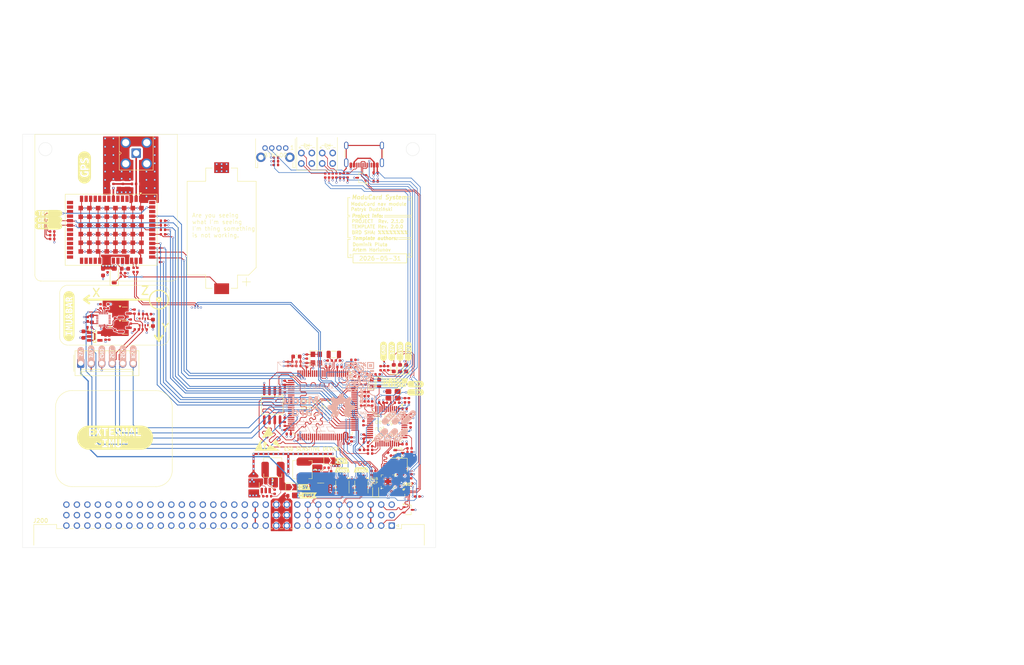
<source format=kicad_pcb>
(kicad_pcb (version 20241229) (generator "pcbnew") (generator_version "9.0")
  (title_block (title "ModuCard nav module") (date "2025-02-25") (rev "2.1.0") (company "KoNaR") (comment 1 "Base project author: Dominik Pluta Artem Horiunov") (comment 2 "Patryk Dudziński") (comment 3 "Project author"))
  (layers (0 "F.Cu" signal) (4 "In1.Cu" signal) (6 "In2.Cu" signal) (2 "B.Cu" signal) (13 "F.Paste" user) (15 "B.Paste" user) (5 "F.SilkS" user "F.Silkscreen") (7 "B.SilkS" user "B.Silkscreen") (1 "F.Mask" user) (3 "B.Mask" user) (25 "Edge.Cuts" user))
  (property "SHEETTOTAL" "5")
  (net 0 "")
  (net 1 "+3V3")
  (net 2 "GND")
  (net 3 "/ST-LINK/STLINK-RST")
  (net 4 "/ST-LINK/STLINK-OSC_IN")
  (net 5 "/ST-LINK/STLINK-OSC_OUT")
  (net 6 "+5V")
  (net 7 "/ST-LINK/LED")
  (net 8 "/MCU/OSC_IN")
  (net 9 "/ST-LINK/STLINK-BOOT0")
  (net 10 "/MCU/BOOT0")
  (net 11 "/MCU/NRST")
  (net 12 "/ST-LINK/DIO")
  (net 13 "/ST-LINK/CLK")
  (net 14 "+12V_FUSED")
  (net 15 "/ST-LINK/STLINK_RX")
  (net 16 "/ST-LINK/USB_RENUM")
  (net 17 "Net-(U302-3V3)")
  (net 18 "/USB/VBUS_IN")
  (net 19 "/ST-LINK/STLINK_TX")
  (net 20 "/Backplane/GPIOC0")
  (net 21 "/MCU/USR_BUTTON")
  (net 22 "/ST-LINK/SWO")
  (net 23 "Net-(D700-Pad2)")
  (net 24 "Net-(D701-Pad1)")
  (net 25 "Net-(Q700-B)")
  (net 26 "Net-(Q700-E)")
  (net 27 "/MCU/SWD.~{RST}")
  (net 28 "Net-(U500-STB)")
  (net 29 "Net-(U600-STB)")
  (net 30 "/MCU/SWD.SWCLK")
  (net 31 "/ST-LINK/ST-LINK.D+")
  (net 32 "/MCU/SWD.SWDIO")
  (net 33 "Net-(D301-Pad1)")
  (net 34 "/MCU/QSPI1.SCLK")
  (net 35 "/MCU/QSPI1.IO3")
  (net 36 "/MCU/USB_MCU.D-")
  (net 37 "/USB/USB2S.D-")
  (net 38 "Net-(U302-PGANG)")
  (net 39 "/MCU/USB_MCU.D+")
  (net 40 "/USB/USB2S.D+")
  (net 41 "/USB-hub/USB_MCU_R.D-")
  (net 42 "/ST-LINK/ST-LINK.D-")
  (net 43 "/USB-hub/USB_MCU_R.D+")
  (net 44 "/Backplane/BACKPLANE.D+")
  (net 45 "/Backplane/BACKPLANE.D-")
  (net 46 "/MCU/QSPI1.CS")
  (net 47 "/GPS-RTK/V_BCKP")
  (net 48 "/USB-hub/USBOUT1_R.D-")
  (net 49 "/USB-hub/USBOUT1_R.D+")
  (net 50 "+12V")
  (net 51 "Net-(U700-PA0)")
  (net 52 "Net-(U700-PA5)")
  (net 53 "Net-(U700-PC13)")
  (net 54 "Net-(U700-PC14)")
  (net 55 "Net-(U700-PB0)")
  (net 57 "Net-(U700-PB14)")
  (net 58 "Net-(U700-PB12)")
  (net 59 "Net-(U700-PB13)")
  (net 61 "/USB-hub/USBIN1.D+")
  (net 62 "Net-(U302-XO)")
  (net 63 "Net-(U302-XI)")
  (net 64 "/GPS-RTK/RF_")
  (net 65 "/USB-hub/USBIN1.D-")
  (net 66 "/Backplane/GPIOL5")
  (net 67 "/Backplane/CAN1.+")
  (net 68 "/Backplane/CAN2.-")
  (net 69 "/Backplane/GPIOL3")
  (net 70 "/Backplane/CAN2.+")
  (net 71 "/Backplane/GPIOL6")
  (net 72 "/Backplane/GPIOR8")
  (net 73 "/Backplane/GPIOL2")
  (net 74 "/Backplane/GPIOR0")
  (net 75 "/Backplane/GPIOR3")
  (net 76 "/MCU/QSPI1.IO0")
  (net 77 "/Backplane/GPIOR15")
  (net 78 "/Backplane/GPIOL10")
  (net 79 "/Backplane/GPIOL12")
  (net 80 "/Backplane/GPIOC9")
  (net 81 "/Backplane/GPIOR5")
  (net 82 "/Backplane/GPIOR2")
  (net 83 "/MCU/OSC32_OUT")
  (net 84 "/MCU/QSPI1.IO2")
  (net 85 "/Backplane/CAN1.-")
  (net 86 "/MCU/QSPI1.IO1")
  (net 87 "/Backplane/GPIOL9")
  (net 88 "/Backplane/GPIOL0")
  (net 89 "/GPS-RTK/NRST")
  (net 90 "/Backplane/GPIOL14")
  (net 91 "/Backplane/GPIOL11")
  (net 92 "/Backplane/GPIOC4")
  (net 93 "/Backplane/GPIOL8")
  (net 94 "/MCU/BOOT_EN")
  (net 95 "/Backplane/GPIOC11")
  (net 96 "/Backplane/GPIOR6")
  (net 97 "/Backplane/GPIOR1")
  (net 98 "/Backplane/GPIOR11")
  (net 99 "/Backplane/GPIOL15")
  (net 100 "/Backplane/GPIOR4")
  (net 101 "/Backplane/GPIOL13")
  (net 102 "/Backplane/GPIOC6")
  (net 103 "/Backplane/GPIOC10")
  (net 104 "/Backplane/GPIOL7")
  (net 105 "/Backplane/GPIOR9")
  (net 106 "/MCU/OSC32_IN")
  (net 107 "/Backplane/GPIOC15")
  (net 108 "/Backplane/GPIOR10")
  (net 127 "/Backplane/GPIOC3")
  (net 128 "+24V")
  (net 129 "/Backplane/GPIOC2")
  (net 130 "/Backplane/GPIOR12")
  (net 131 "/Backplane/GPIOL4")
  (net 132 "/Backplane/GPIOC7")
  (net 133 "/Backplane/GPIOC12")
  (net 134 "/Backplane/GPIOC8")
  (net 135 "/Backplane/GPIOC14")
  (net 136 "/Backplane/GPIOC1")
  (net 137 "/Backplane/GPIOC13")
  (net 138 "/Backplane/GPIOL1")
  (net 139 "/Backplane/GPIOR7")
  (net 140 "/Backplane/GPIOC5")
  (net 141 "/Backplane/GPIOR13")
  (net 142 "/Backplane/GPIOR14")
  (net 143 "/MCU/VCAP_2")
  (net 144 "/MCU/VCAP_1")
  (net 145 "/CAN transceiver 1/CAN.TX")
  (net 146 "/CAN transceiver 1/CAN.RX")
  (net 147 "/CAN transceiver 2/CAN.TX")
  (net 148 "/CAN transceiver 2/CAN.RX")
  (net 149 "Net-(D400-Pad1)")
  (net 150 "/USB/CC1")
  (net 151 "/USB/CC2")
  (net 152 "Net-(J800-SHIELD)")
  (net 155 "Net-(U801-SEL)")
  (net 156 "Net-(U801-~{OE})")
  (net 157 "/Power/SW_5V0")
  (net 158 "/Power/VBST_5V0")
  (net 159 "/Power/VBST_3V3")
  (net 160 "/Power/SW_3V3")
  (net 161 "/Power/FB_5V0")
  (net 162 "/Power/FB_3V3")
  (net 164 "Net-(U400-REGOUT)")
  (net 165 "/MCU/USR_BTN")
  (net 166 "/MCU/USER_LED_1")
  (net 167 "/MCU/USER_LED_2")
  (net 168 "/MCU/STATUS_LED")
  (net 169 "Net-(LED300-Pad1)")
  (net 170 "Net-(LED300-Pad3)")
  (net 171 "Net-(LED301-Pad1)")
  (net 172 "Net-(LED301-Pad3)")
  (net 173 "Net-(D401-Pad1)")
  (net 174 "Net-(D402-Pad1)")
  (net 175 "+5V_STDBY")
  (net 176 "/Power/+5V_UNPROTEC")
  (net 177 "/Power/+3V3_UNPROTEC")
  (net 178 "/MCU/VDDA")
  (net 218 "Net-(D1100-Pad1)")
  (net 219 "/GPS-RTK/GPS_GEOFENCE_STAT")
  (net 220 "Net-(D1101-Pad1)")
  (net 221 "/GPS-RTK/GPS_RTK_STAT")
  (net 222 "Net-(D1102-Pad1)")
  (net 223 "/GPS-RTK/TIMEPULSE")
  (net 224 "Net-(D1103-Pad1)")
  (net 225 "/IMU/IMU_EXT_NRESET")
  (net 226 "/GPS-RTK/RF_IN")
  (net 227 "/Barometer/BAROMETR_I2C.SDA")
  (net 228 "/Barometer/BAROMETR_I2C.SCL")
  (net 229 "/GPS-RTK/GPS_SPI.MOSI")
  (net 230 "/GPS-RTK/GPS_UART.RX")
  (net 231 "/GPS-RTK/GPS_UART.TX")
  (net 232 "/GPS-RTK/GPS_SPI.MISO")
  (net 233 "Net-(U400-SDO{slash}AD0)")
  (net 234 "/GPS-RTK/VCC_RF")
  (net 235 "/GPS-RTK/GPS_NRESET")
  (net 236 "/GPS-RTK/GPS_MODE_SELECT")
  (net 238 "/IMU/IMU_INT")
  (net 243 "/IMU/IMU_FSYNC")
  (net 252 "/GPS-RTK/GPS_SPI.CLK")
  (net 253 "/GPS-RTK/GPS_SPI.CS")
  (net 278 "/GPS-RTK/GPS_EXINTERUPT")
  (net 286 "/GPS-RTK/USB_GPS.D-")
  (net 287 "/USB-hub/USB_GPS_.D-")
  (net 288 "/GPS-RTK/USB_GPS.D+")
  (net 289 "/USB-hub/USB_GPS_.D+")
  (net 291 "/IMU/VDDIO")
  (net 292 "/IMU/L_SCL")
  (net 293 "/IMU/L_SDA")
  (footprint "kibuzzard-67B37005" (layer "F.Cu") (at 132.75 103.775 90)
    (property "Reference" "kibuzzard-67B37005" (hide yes))
    (property "Value" "G***" (hide yes))
  )
  (footprint "Inductor_SMD:L_Changjiang_FXL0420" (layer "F.Cu") (at 107.12072 132.421542 90)
    (property "Reference" "L301" (hide yes))
    (property "Value" "L")
  )
  (footprint "kibuzzard-67B643DE" (layer "F.Cu") (at 116.77 132.485001)
    (property "Reference" "kibuzzard-67B643DE" (hide yes))
    (property "Value" "G***" (hide yes))
  )
  (footprint "Jumper:SolderJumper-2_P1.3mm_Open_TrianglePad1.0x1.5mm" (layer "F.Cu") (at 104.45 136.675)
    (property "Reference" "JP300" (hide yes))
    (property "Value" "SolderJumper_2_Bridged" (hide yes))
  )
  (footprint "PCM_JLCPCB:C_0402" (layer "F.Cu") (at 116.078 107.597001)
    (property "Reference" "C420" (hide yes))
    (property "Value" "100nF")
  )
  (footprint "TestPoint:TestPoint_Pad_D1.0mm" (layer "F.Cu") (at 132.75 105.325)
    (property "Reference" "TP302" (hide yes))
    (property "Value" "TestPoint")
  )
  (footprint "PCM_JLCPCB:C_0402" (layer "F.Cu") (at 106.172 106.327001 180)
    (property "Reference" "C423" (hide yes))
    (property "Value" "10uF")
  )
  (footprint "PCM_JLCPCB:C_0402" (layer "F.Cu") (at 73.37 73.275001)
    (property "Reference" "C1105" (hide yes))
    (property "Value" "100nF")
  )
  (footprint "PCM_JLCPCB:R_0402" (layer "F.Cu") (at 123.35 109.365001)
    (property "Reference" "R409" (hide yes))
    (property "Value" "220Ω" (hide yes))
  )
  (footprint "FixLed307:FixLed307" (layer "F.Cu") (at 108.15 55.785)
    (property "Reference" "LED300" (hide yes))
    (property "Value" "FixLed307")
  )
  (footprint "PCM_JLCPCB:C_0402" (layer "F.Cu") (at 108.204 107.089001 90)
    (property "Reference" "C406" (hide yes))
    (property "Value" "100nF")
  )
  (footprint "PCM_JLCPCB:C_0603" (layer "F.Cu") (at 64.17 83.785001)
    (property "Reference" "C1102" (hide yes))
    (property "Value" "10uF")
  )
  (footprint "PCM_JLCPCB:R_0402" (layer "F.Cu") (at 126.85 132.125 -90)
    (property "Reference" "R903" (hide yes))
    (property "Value" "22Ω" (hide yes))
  )
  (footprint "PCM_JLCPCB:R_0402" (layer "F.Cu") (at 126.7 138.375 180)
    (property "Reference" "R308" (hide yes))
    (property "Value" "1kΩ" (hide yes))
  )
  (footprint "kibuzzard-68091D50" (layer "F.Cu") (at 50.62 95.285001 90)
    (property "Reference" "kibuzzard-68091D50" (hide yes))
    (property "Value" "G***" (hide yes))
  )
  (footprint "PCM_JLCPCB:FB_0603" (layer "F.Cu") (at 105.672 105.057001 180)
    (property "Reference" "FB401" (hide yes))
    (property "Value" "~")
  )
  (footprint "PCM_JLCPCB:C_0402" (layer "F.Cu") (at 119.1 137.575 90)
    (property "Reference" "C501" (hide yes))
    (property "Value" "100nF")
  )
  (footprint "PCM_JLCPCB:R_0402" (layer "F.Cu") (at 123.5 128.525)
    (property "Reference" "R716" (hide yes))
    (property "Value" "22Ω" (hide yes))
  )
  (footprint "PCM_JLCPCB:R_0402" (layer "F.Cu") (at 114.07072 133.321542 -90)
    (property "Reference" "R306" (hide yes))
    (property "Value" "R_Small" (hide yes))
  )
  (footprint "PCM_JLCPCB:D_0603" (layer "F.Cu") (at 124.85 137.575 90)
    (property "Reference" "D301" (hide yes))
    (property "Value" "Red")
  )
  (footprint "TL2243:TL2243" (layer "F.Cu") (at 100.579415 56.834163)
    (property "Reference" "BTN400")
    (property "Value" "TL2243")
  )
  (footprint "PCM_JLCPCB:C_0402" (layer "F.Cu") (at 102.87 122.329001 -90)
    (property "Reference" "C427" (hide yes))
    (property "Value" "2.2uF")
  )
  (footprint "PCM_JLCPCB:C_0402" (layer "F.Cu") (at 114.55 137.575 90)
    (property "Reference" "C601" (hide yes))
    (property "Value" "100nF")
  )
  (footprint "PCM_JLCPCB:R_0402" (layer "F.Cu") (at 97.15 138.871508 180)
    (property "Reference" "R301" (hide yes))
    (property "Value" "10kΩ" (hide yes))
  )
  (footprint "Connector_Coaxial:SMA_Amphenol_901-143_Horizontal" (layer "F.Cu") (at 66.89 55.825001)
    (property "Reference" "J1100" (hide yes))
    (property "Value" "Conn_Coaxial")
  )
  (footprint "PCM_JLCPCB:R_0402" (layer "F.Cu") (at 119.1 135.425 90)
    (property "Reference" "R600" (hide yes))
    (property "Value" "10kΩ" (hide yes))
  )
  (footprint "kibuzzard-67B2198C" (layer "F.Cu") (at 134.5 111.725)
    (property "Reference" "kibuzzard-67B2198C" (hide yes))
    (property "Value" "G***" (hide yes))
  )
  (footprint "PCM_JLCPCB:R_0402" (layer "F.Cu") (at 66.47 94.185001 -90)
    (property "Reference" "R424" (hide yes))
    (property "Value" "4.7kΩ" (hide yes))
  )
  (footprint "PCM_JLCPCB:C_0402" (layer "F.Cu") (at 102.87 113.234002 -90)
    (property "Reference" "C400" (hide yes))
    (property "Value" "10uF")
  )
  (footprint "kibuzzard-67B643EE" (layer "F.Cu") (at 121.37 132.485001)
    (property "Reference" "kibuzzard-67B643EE" (hide yes))
    (property "Value" "G***" (hide yes))
  )
  (footprint "PCM_JLCPCB:C_0402" (layer "F.Cu") (at 113.75 106.025 180)
    (property "Reference" "C313" (hide yes))
    (property "Value" "18pF")
  )
  (footprint "PCM_JLCPCB:R_0402" (layer "F.Cu") (at 124.85 62.675)
    (property "Reference" "R801" (hide yes))
    (property "Value" "5.1kΩ" (hide yes))
  )
  (footprint "PCM_JLCPCB:C_0402" (layer "F.Cu") (at 116.8 134.025 180)
    (property "Reference" "C600" (hide yes))
    (property "Value" "100nF")
  )
  (footprint "Inductor_SMD:L_0402_1005Metric" (layer "F.Cu") (at 66.37 63.275001 180)
    (property "Reference" "L1100" (hide yes))
    (property "Value" "120n")
  )
  (footprint "PCM_JLCPCB:C_0402" (layer "F.Cu") (at 115.7 106.025)
    (property "Reference" "C314" (hide yes))
    (property "Value" "18pF")
  )
  (footprint "MountingHole:MountingHole_3.5mm" (layer "F.Cu") (at 51.37 132.535001)
    (property "Reference" "H401" (hide yes))
    (property "Value" "MountingHole" (hide yes))
  )
  (footprint "kicad-footprints:UFQFN-10_1.4x1.8" (layer "F.Cu") (at 132.65 137.8)
    (property "Reference" "U801")
    (property "Value" "FSUSB42UMX")
  )
  (footprint "kibuzzard-67B6438D" (layer "F.Cu") (at 116.77 130.285001)
    (property "Reference" "kibuzzard-67B6438D" (hide yes))
    (property "Value" "G***" (hide yes))
  )
  (footprint "PCM_JLCPCB:R_0402" (layer "F.Cu") (at 114.46 61.235001 90)
    (property "Reference" "R428" (hide yes))
    (property "Value" "220Ω" (hide yes))
  )
  (footprint "TestPoint:TestPoint_Pad_D1.0mm" (layer "F.Cu") (at 133.25 113.725 90)
    (property "Reference" "TP701" (hide yes))
    (property "Value" "TestPoint")
  )
  (footprint "PCM_JLCPCB:R_0402" (layer "F.Cu") (at 125.32 109.365001)
    (property "Reference" "R429" (hide yes))
    (property "Value" "220Ω" (hide yes))
  )
  (footprint "PCM_JLCPCB:C_0603" (layer "F.Cu") (at 94.646542 136.991059 -90)
    (property "Reference" "C304" (hide yes))
    (property "Value" "10uF")
  )
  (footprint "PCM_JLCPCB:C_0402" (layer "F.Cu") (at 96.09 134.571508 -90)
    (property "Reference" "C305" (hide yes))
    (property "Value" "100nF")
  )
  (footprint "PCM_JLCPCB:R_0402" (layer "F.Cu") (at 119.45 107.645 180)
    (property "Reference" "R404" (hide yes))
    (property "Value" "100Ω" (hide yes))
  )
  (footprint "MountingHole:MountingHole_3.5mm" (layer "F.Cu") (at 71.62 117.285001)
    (property "Reference" "H403" (hide yes))
    (property "Value" "MountingHole" (hide yes))
  )
  (footprint "Package_QFP:LQFP-100_14x14mm_P0.5mm" (layer "F.Cu") (at 112.075 116.85 -90)
    (property "Reference" "U403" (hide yes))
    (property "Value" "STM32H563VGTx")
  )
  (footprint "Package_TO_SOT_SMD:SOT-23-6" (layer "F.Cu") (at 111.55 134.11805)
    (property "Reference" "U301" (hide yes))
    (property "Value" "TPS563200" (hide yes))
  )
  (footprint "PCM_JLCPCB:C_0402" (layer "F.Cu") (at 121.4 134.025 180)
    (property "Reference" "C500" (hide yes))
    (property "Value" "100nF")
  )
  (footprint "kibuzzard-67B20BD5" (layer "F.Cu") (at 129.708643 111.36705)
    (property "Reference" "kibuzzard-67B20BD5" (hide yes))
    (property "Value" "G***" (hide yes))
  )
  (footprint "PCM_JLCPCB:R_0402" (layer "F.Cu") (at 127.75 132.125 -90)
    (property "Reference" "R902" (hide yes))
    (property "Value" "22Ω" (hide yes))
  )
  (footprint "PCM_JLCPCB:D_0603" (layer "F.Cu") (at 129.24 107.875 90)
    (property "Reference" "D400" (hide yes))
    (property "Value" "Red")
  )
  (footprint "PCM_JLCPCB:R_0402" (layer "F.Cu") (at 121.325 116.425 -90)
    (property "Reference" "R700" (hide yes))
    (property "Value" "100kΩ" (hide yes))
  )
  (footprint "PCM_JLCPCB:R_0402" (layer "F.Cu") (at 100.7284 58.685001)
    (property "Reference" "R405" (hide yes))
    (property "Value" "10kΩ" (hide yes))
  )
  (footprint "PCM_JLCPCB:R_0402" (layer "F.Cu") (at 63.67 85.685001)
    (property "Reference" "R1100" (hide yes))
    (property "Value" "1kΩ" (hide yes))
  )
  (footprint "PCM_JLCPCB:D_0603" (layer "F.Cu") (at 47.17 70.375001)
    (property "Reference" "D1103" (hide yes))
    (property "Value" "Green")
  )
  (footprint "PCM_JLCPCB:R_0402" (layer "F.Cu") (at 126.95 107.875 90)
    (property "Reference" "R411" (hide yes))
    (property "Value" "470Ω" (hide yes))
  )
  (footprint "PCM_JLCPCB:C_0402" (layer "F.Cu") (at 123.1 114.1 -90)
    (property "Reference" "C410" (hide yes))
    (property "Value" "4.7uF")
  )
  (footprint "kibuzzard-6805715D" (layer "F.Cu") (at 45.68 70.375001)
    (property "Reference" "kibuzzard-6805715D" (hide yes))
    (property "Value" "G***" (hide yes))
  )
  (footprint "PCM_JLCPCB:D_0603" (layer "F.Cu") (at 125.702 111.45 -90)
    (property "Reference" "D701" (hide yes))
    (property "Value" "Red")
  )
  (footprint "PCM_JLCPCB:C_0402" (layer "F.Cu") (at 120.388 108.867001 180)
    (property "Reference" "C422" (hide yes))
    (property "Value" "100nF")
  )
  (footprint "kibuzzard-67B63E8D" (layer "F.Cu") (at 108.37 138.685001)
    (property "Reference" "kibuzzard-67B63E8D" (hide yes))
    (property "Value" "G***" (hide yes))
  )
  (footprint "PCM_JLCPCB:R_0402" (layer "F.Cu") (at 124 116.425 -90)
    (property "Reference" "R701" (hide yes))
    (property "Value" "10kΩ" (hide yes))
  )
  (footprint "PCM_JLCPCB:C_0402" (layer "F.Cu") (at 106.18 107.343001 180)
    (property "Reference" "C424" (hide yes))
    (property "Value" "100nF")
  )
  (footprint "PCM_JLCPCB:C_0402" (layer "F.Cu") (at 120.396 109.883001 180)
    (property "Reference" "C405" (hide yes))
    (property "Value" "100nF")
  )
  (footprint "PCM_JLCPCB:C_0603" (layer "F.Cu") (at 101.4 136.171508 180)
    (property "Reference" "C301" (hide yes))
    (property "Value" "10uF")
  )
  (footprint "PCM_JLCPCB:C_0402" (layer "F.Cu") (at 100.4 137.781508 90)
    (property "Reference" "C300" (hide yes))
    (property "Value" "100nF")
  )
  (footprint "PCM_JLCPCB:D_0603" (layer "F.Cu") (at 132.24 107.875 90)
    (property "Reference" "D402" (hide yes))
    (property "Value" "Red")
  )
  (footprint "PCM_JLCPCB:CRYSTAL-SMD_4P-L3.2-W2.5-BL" (layer "F.Cu") (at 129.05 114.325 180)
    (property "Reference" "Y700" (hide yes))
    (property "Value" "Crystal_GND24")
  )
  (footprint "kibuzzard-6807DF1D" (layer "F.Cu") (at 61.77 124.685001)
    (property "Reference" "kibuzzard-6807DF1D" (hide yes))
    (property "Value" "G***" (hide yes))
  )
  (footprint "Package_QFP:LQFP-48_7x7mm_P0.5mm" (layer "F.Cu") (at 127.65 121.925 -90)
    (property "Reference" "U700" (hide yes))
    (property "Value" "STM32F103CBTx")
  )
  (footprint "TestPoint:TestPoint_Pad_D1.0mm" (layer "F.Cu") (at 133.25 111.725 90)
    (property "Reference" "TP700" (hide yes))
    (property "Value" "TestPoint")
  )
  (footprint "Sensor_Motion:InvenSense_QFN-24_3x3mm_P0.4mm" (layer "F.Cu") (at 58.97 96.085001 180)
    (property "Reference" "U400" (hide yes))
    (property "Value" "ICM-20948")
  )
  (footprint "Package_LGA:Bosch_LGA-8_2x2.5mm_P0.65mm_ClockwisePinNumbering" (layer "F.Cu") (at 68.745 96.685001 180)
    (property "Reference" "U1300" (hide yes))
    (property "Value" "BMP280")
  )
  (footprint "PCM_JLCPCB:R_0402" (layer "F.Cu") (at 66.27 84.085001 -90)
    (property "Reference" "R416" (hide yes))
    (property "Value" "22Ω" (hide yes))
  )
  (footprint "PCM_JLCPCB:C_0402" (layer "F.Cu") (at 60.37 100.485001 -90)
    (property "Reference" "C409" (hide yes))
    (property "Value" "100nF")
  )
  (footprint "PCM_JLCPCB:C_0603" (layer "F.Cu") (at 70.945 96.885001 -90)
    (property "Reference" "C1300" (hide yes))
    (property "Value" "10uF")
  )
  (footprint "kibuzzard-67B37472" (layer "F.Cu") (at 130.75 103.775 90)
    (property "Reference" "kibuzzard-67B37472" (hide yes))
    (property "Value" "G***" (hide yes))
  )
  (footprint "kibuzzard-67B69BE3" (layer "F.Cu") (at 45.67 73.475001)
    (property "Reference" "kibuzzard-67B69BE3" (hide yes))
    (property "Value" "G***" (hide yes))
  )
  (footprint "kibuzzard-68057139" (layer "F.Cu") (at 54.37 59.285001 90)
    (property "Reference" "kibuzzard-68057139" (hide yes))
    (property "Value" "G***" (hide yes))
  )
  (footprint "PCM_JLCPCB:C_0402" (layer "F.Cu") (at 128.1 116.235 180)
    (property "Reference" "C708" (hide yes))
    (property "Value" "33pF" (hide yes))
  )
  (footprint "PCM_JLCPCB:R_0402" (layer "F.Cu") (at 132.9 115.625 -90)
    (property "Reference" "R705" (hide yes))
    (property "Value" "10kΩ" (hide yes))
  )
  (footprint "PCM_JLCPCB:R_0402" (layer "F.Cu") (at 61.77 98.185001 -90)
    (property "Reference" "R421" (hide yes))
    (property "Value" "4.7kΩ" (hide yes))
  )
  (footprint "PCM_JLCPCB:R_0402" (layer "F.Cu") (at 114.07072 135.221542 -90)
    (property "Reference" "R307" (hide yes))
    (property "Value" "10kΩ" (hide yes))
  )
  (footprint "PCM_JLCPCB:R_0402" (layer "F.Cu") (at 72.67 81.685001 90)
    (property "Reference" "R417" (hide yes))
    (property "Value" "0Ω" (hide yes))
  )
  (footprint "PCM_JLCPCB:C_0402" (layer "F.Cu") (at 103.64 106.843001 -90)
    (property "Reference" "C425" (hide yes))
    (property "Value" "10uF")
  )
  (footprint "PCM_JLCPCB:R_0402" (layer "F.Cu") (at 133.05 128.175)
    (property "Reference" "R711" (hide yes))
    (property "Value" "39kΩ" (hide yes))
  )
  (footprint "PCM_JLCPCB:R_0402" (layer "F.Cu") (at 133.05 127.275)
    (property "Reference" "R710" (hide yes))
    (property "Value" "100Ω" (hide yes))
  )
  (footprint "PCM_JLCPCB:R_0402" (layer "F.Cu") (at 123.5 127.65)
    (property "Reference" "R715" (hide yes))
    (property "Value" "22Ω" (hide yes))
  )
  (footprint "PCM_JLCPCB:C_0402" (layer "F.Cu") (at 116.25 61.225 -90)
    (property "Reference" "C801" (hide yes))
    (property "Value" "100nF")
  )
  (footprint "TestPoint:TestPoint_Pad_D1.0mm" (layer "F.Cu") (at 128.75 105.325)
    (property "Reference" "TP300" (hide yes))
    (property "Value" "TestPoint")
  )
  (footprint "PCM_JLCPCB:C_0402" (layer "F.Cu") (at 102.87 111.407001 90)
    (property "Reference" "C402" (hide yes))
    (property "Value" "100nF")
  )
  (footprint "kibuzzard-67E7D86B" (layer "F.Cu") (at 126.75 103.775001 90)
    (property "Reference" "kibuzzard-67E7D86B" (hide yes))
    (property "Value" "G***" (hide yes))
  )
  (footprint "kicad-footprints:SOT94P279X130-5N" (layer "F.Cu") (at 56.8575 100.200001)
    (property "Reference" "IC400" (hide yes))
    (property "Value" "RT9013-18GB" (hide yes))
  )
  (footprint "PCM_JLCPCB:R_0402" (layer "F.Cu") (at 67.045 98.485001)
    (property "Reference" "R414" (hide yes))
    (property "Value" "1.2kΩ" (hide yes))
  )
  (footprint "Jumper:SolderJumper-2_P1.3mm_Open_TrianglePad1.0x1.5mm" (layer "F.Cu") (at 113.69572 130.225)
    (property "Reference" "JP301" (hide yes))
    (property "Value" "SolderJumper_2_Bridged")
  )
  (footprint "Connector_USB:USB_C_Receptacle_GCT_USB4105-xx-A_16P_TopMnt_Horizontal" (layer "F.Cu") (at 122.05 55.035 180)
    (property "Reference" "J800" (hide yes))
    (property "Value" "USB_C_Receptacle_USB2.0_16P")
  )
  (footprint "PCM_JLCPCB:C_0402" (layer "F.Cu") (at 109.77072 136.281542)
    (property "Reference" "C311" (hide yes))
    (property "Value" "100nF")
  )
  (footprint "PCM_JLCPCB:R_0402" (layer "F.Cu") (at 46.57 75.685001)
    (property "Reference" "R1105" (hide yes))
    (property "Value" "220Ω" (hide yes))
  )
  (footprint "kibuzzard-67B219C6" (layer "F.Cu") (at 134.5 113.725)
    (property "Reference" "kibuzzard-67B219C6" (hide yes))
    (property "Value" "G***" (hide yes))
  )
  (footprint "TestPoint:TestPoint_Pad_D1.0mm" (layer "F.Cu") (at 130.75 105.325)
    (property "Reference" "TP301" (hide yes))
    (property "Value" "TestPoint")
  )
  (footprint "PCM_JLCPCB:C_0603" (layer "F.Cu") (at 56.17 95.985001 -90)
    (property "Reference" "C1106" (hide yes))
    (property "Value" "10uF")
  )
  (footprint "Package_TO_SOT_SMD:SOT-323_SC-70" (layer "F.Cu") (at 132.7075 142.162501)
    (property "Reference" "U402" (hide yes))
    (property "Value" "TPD2E2U06DCK")
  )
  (footprint "MountingHole:MountingHole_3.5mm" (layer "F.Cu") (at 71.62 132.535001)
    (property "Reference" "H400" (hide yes))
    (property "Value" "MountingHole" (hide yes))
  )
  (footprint "PCM_JLCPCB:C_0402" (layer "F.Cu") (at 130 116.225)
    (property "Reference" "C707" (hide yes))
    (property "Value" "33pF")
  )
  (footprint "PCM_JLCPCB:D_0603" (layer "F.Cu") (at 47.16 71.975001)
    (property "Reference" "D1101" (hide yes))
    (property "Value" "Green")
  )
  (footprint "PCM_JLCPCB:R_0402" (layer "F.Cu") (at 123.9 133.225 -90)
    (property "Reference" "R901" (hide yes))
    (property "Value" "22Ω" (hide yes))
  )
  (footprint "MountingHole:MountingHole_3.5mm" (layer "F.Cu") (at 51.37 117.285001)
    (property "Reference" "H402" (hide yes))
    (property "Value" "MountingHole" (hide yes))
  )
  (footprint "PCM_JLCPCB:R_0402" (layer "F.Cu") (at 46.57 76.585001)
    (property "Reference" "R1107" (hide yes))
    (property "Value" "220Ω" (hide yes))
  )
  (footprint "Oscillator:Oscillator_SMD_Abracon_ASE-4Pin_3.2x2.5mm" (layer "F.Cu") (at 110.49 105.565001 -90)
    (property "Reference" "Y400" (hide yes))
    (property "Value" "ASE-xxxMHz")
  )
  (footprint "PCM_JLCPCB:R_0402" (layer "F.Cu") (at 133.05 129.075 180)
    (property "Reference" "R709" (hide yes))
    (property "Value" "10kΩ" (hide yes))
  )
  (footprint "PCM_JLCPCB:R_0402" (layer "F.Cu") (at 117.15 61.225 -90)
    (property "Reference" "R805" (hide yes))
    (property "Value" "330Ω" (hide yes))
  )
  (footprint "PCM_JLCPCB:R_0402" (layer "F.Cu") (at 118.05 61.225 -90)
    (property "Reference" "R800" (hide yes))
    (property "Value" "5.1kΩ" (hide yes))
  )
  (footprint "PCM_JLCPCB:C_0402" (layer "F.Cu") (at 68.045 94.785001 180)
    (property "Reference" "C1302" (hide yes))
    (property "Value" "100nF")
  )
  (footprint "PCM_JLCPCB:C_0603" (layer "F.Cu") (at 112.20072 136.481542)
    (property "Reference" "C310" (hide yes))
    (property "Value" "10uF")
  )
  (footprint "PCM_JLCPCB:R_0402" (layer "F.Cu") (at 122.2 114.1 -90)
    (property "Reference" "R402" (hide yes))
    (property "Value" "10kΩ" (hide yes))
  )
  (footprint "PCM_JLCPCB:R_0402" (layer "F.Cu") (at 133.3 121.675 90)
    (property "Reference" "R702" (hide yes))
    (property "Value" "100kΩ" (hide yes))
  )
  (footprint "Package_TO_SOT_SMD:SOT-23" (layer "F.Cu") (at 64.1325 98.085001)
    (property "Reference" "Q400" (hide yes))
    (property "Value" "BSS138")
  )
  (footprint "PCM_JLCPCB:C_0603" (layer "F.Cu") (at 112.190271 137.725)
    (property "Reference" "C309" (hide yes))
    (property "Value" "10uF")
  )
  (footprint "kibuzzard-67B69BEA" (layer "F.Cu") (at 45.67 71.975001)
    (property "Reference" "kibuzzard-67B69BEA" (hide yes))
    (property "Value" "G***" (hide yes))
  )
  (footprint "PCM_JLCPCB:C_0402" (layer "F.Cu") (at 130.45 134.075 90)
    (property "Reference" "C900" (hide yes))
    (property "Value" "100nF")
  )
  (footprint "PCM_JLCPCB:C_0603" (layer "F.Cu") (at 54.1125 99.750001 -90)
    (property "Reference" "C407" (hide yes))
    (property "Value" "10uF")
  )
  (footprint "PCM_JLCPCB:C_0402" (layer "F.Cu") (at 118.975 125.1 -90)
    (property "Reference" "C404" (hide yes))
    (property "Value" "100nF")
  )
  (footprint "PCM_JLCPCB:R_0402" (layer "F.Cu") (at 132.55 134.025 -90)
    (property "Reference" "R802" (hide yes))
    (property "Value" "10kΩ" (hide yes))
  )
  (footprint "PCM_JLCPCB:C_0402" (layer "F.Cu") (at 108.204 105.057001 -90)
    (property "Reference" "C432" (hide yes))
    (property "Value" "100nF")
  )
  (footprint "PCM_JLCPCB:C_0402" (layer "F.Cu") (at 131.85 117.625)
    (property "Reference" "C701" (hide yes))
    (property "Value" "100nF")
  )
  (footprint "PCM_JLCPCB:R_0402" (layer "F.Cu") (at 99.05 138.871508 180)
    (property "Reference" "R300" (hide yes))
    (property "Value" "R_Small" (hide yes))
  )
  (footprint "PCM_JLCPCB:C_0603" (layer "F.Cu") (at 58.87 84.635001 -90)
    (property "Reference" "C1100" (hide yes))
    (property "Value" "10uF")
  )
  (footprint "Connector_DIN:DIN41612_R_3x32_Female_Horizontal_THT" (layer "F.Cu") (at 128.74 145.975 180)
    (property "Reference" "J200")
    (property "Value" "09031967921")
  )
  (footprint "PCM_JLCPCB:C_0402" (layer "F.Cu") (at 122.5 125.875)
    (property "Reference" "C700" (hide yes))
    (property "Value" "1uF")
  )
  (footprint "PCM_JLCPCB:R_0402" (layer "F.Cu") (at 61.77 95.285001 -90)
    (property "Reference" "R426" (hide yes))
    (property "Value" "4.7kΩ" (hide yes))
  )
  (footprint "Package_TO_SOT_SMD:SOT-23" (layer "F.Cu") (at 64.1325 94.635001)
    (property "Reference" "Q401" (hide yes))
    (property "Value" "BSS138")
  )
  (footprint "PCM_JLCPCB:R_0402" (layer "F.Cu") (at 73.37 75.475001 180)
    (property "Reference" "R1104" (hide yes))
    (property "Value" "10kΩ" (hide yes))
  )
  (footprint "PCM_JLCPCB:R_0402" (layer "F.Cu") (at 123.65 137.575 90)
    (property "Reference" "R500" (hide yes))
    (property "Value" "10kΩ" (hide yes))
  )
  (footprint "PCM_JLCPCB:C_0402" (layer "F.Cu") (at 133.29 119.4225 -90)
    (property "Reference" "C704" (hide yes))
    (property "Value" "100nF" (hide yes))
  )
  (footprint "PCM_JLCPCB:C_0402" (layer "F.Cu") (at 59.47 100.485001 -90)
    (property "Reference" "C411" (hide yes))
    (property "Value" "1uF")
  )
  (footprint "PCM_JLCPCB:C_0402" (layer "F.Cu") (at 131.35 134.075 90)
    (property "Reference" "C902" (hide yes))
    (property "Value" "10uF")
  )
  (footprint "PCM_JLCPCB:C_0402" (layer "F.Cu") (at 133.15 135.775)
    (property "Reference" "C312" (hide yes))
    (property "Value" "100nF")
  )
  (footprint "PCM_JLCPCB:C_0402" (layer "F.Cu") (at 122.01 124.4275 90)
    (property "Reference" "C702" (hide yes))
    (property "Value" "100nF" (hide yes))
  )
  (footprint "PCM_JLCPCB:C_0402" (layer "F.Cu") (at 63.67 84.885001)
    (property "Reference" "C1103" (hide yes))
    (property "Value" "100nF")
  )
  (footprint "PCM_JLCPCB:R_0402" (layer "F.Cu") (at 131.95 115.625 -90)
    (property "Reference" "R706" (hide yes))
    (property "Value" "10kΩ" (hide yes))
  )
  (footprint "PCM_JLCPCB:R_0402" (layer "F.Cu") (at 133.45 134.025 90)
    (property "Reference" "R803" (hide yes))
    (property "Value" "22kΩ" (hide yes))
  )
  (footprint "PCM_JLCPCB:C_0603" (layer "F.Cu") (at 110.108674 130.971542 -90)
    (property "Reference" "C307" (hide yes))
    (property "Value" "22uF")
  )
  (footprint "PCM_JLCPCB:C_0402" (layer "F.Cu") (at 112.98072 131.971542 180)
    (property "Reference" "C306" (hide yes))
    (property "Value" "100nF")
  )
  (footprint "PCM_JLCPCB:R_0402" (layer "F.Cu") (at 121.3 114.1 90)
    (property "Reference" "R401" (hide yes))
    (property "Value" "1kΩ" (hide yes))
  )
  (footprint "PCM_JLCPCB:R_0603" (layer "F.Cu") (at 104.4 138.775)
    (property "Reference" "F300" (hide yes))
    (property "Value" "Fuse")
  )
  (footprint "PCM_JLCPCB:R_0402" (layer "F.Cu") (at 123.5 126.775)
    (property "Reference" "R714" (hide yes))
    (property "Value" "100Ω" (hide yes))
  )
  (footprint "kibuzzard-67B643AC" (layer "F.Cu") (at 107.569999 136.661405)
    (property "Reference" "kibuzzard-67B643AC" (hide yes))
    (property "Value" "G***" (hide yes))
  )
  (footprint "PCM_JLCPCB:R_0402" (layer "F.Cu") (at 124.8 133.225 -90)
    (property "Reference" "R900" (hide yes))
    (property "Value" "22Ω" (hide yes))
  )
  (footprint "PCM_JLCPCB:C_0402" (layer "F.Cu") (at 58.27 92.885001 90)
    (property "Reference" "C1108" (hide yes))
    (property "Value" "100nF")
  )
  (footprint "Package_SON:HVSON-8-1EP_3x3mm_P0.65mm_EP1.6x2.4mm" (layer "F.Cu") (at 116.8 136.625 -90)
    (property "Reference" "U600" (hide yes))
    (property "Value" "TJA1044GTK_3Z")
  )
  (footprint "PCM_JLCPCB:FC-135R_L3.2-W1.5" (layer "F.Cu") (at 114.725 104.55)
    (property "Reference" "X300" (hide yes))
    (property "Value" "Q13FC1350000400")
  )
  (footprint "PCM_JLCPCB:R_0402" (layer "F.Cu") (at 100.7284 56.885001 180)
    (property "Reference" "R406" (hide yes))
    (property "Value" "100Ω" (hide yes))
  )
  (footprint "PCM_JLCPCB:R_0402" (layer "F.Cu") (at 126.05 107.875 90)
    (property "Reference" "R412" (hide yes))
    (property "Value" "220Ω" (hide yes))
  )
  (footprint "PCM_JLCPCB:C_0402" (layer "F.Cu") (at 63.67 63.775001 90)
    (property "Reference" "C1104" (hide yes))
    (property "Value" "47pF")
  )
  (footprint "PCM_JLCPCB:C_0402" (layer "F.Cu") (at 122.2 116.425 90)
    (property "Reference" "C706" (hide yes))
    (property "Value" "100nF")
  )
  (footprint "PCM_JLCPCB:C_0402" (layer "F.Cu") (at 124.85 60.525)
    (property "Reference" "C800" (hide yes))
    (property "Value" "100nF")
  )
  (footprint "PCM_JLCPCB:C_0603" (layer "F.Cu") (at 101.4 134.909462 180)
    (property "Reference" "C302" (hide yes))
    (property "Value" "10uF")
  )
  (footprint "PCM_JLCPCB:C_0402" (layer "F.Cu") (at 69.945 94.785001)
    (property "Reference" "C1301" (hide yes))
    (property "Value" "100nF")
  )
  (footprint "PCM_JLCPCB:R_0402" (layer "F.Cu") (at 59.17 92.885001 -90)
    (property "Reference" "R420" (hide yes))
    (property "Value" "0Ω" (hide yes))
  )
  (footprint "PCM_JLCPCB:C_0402" (layer "F.Cu") (at 113.325 107.475)
    (property "Reference" "C401" (hide yes))
    (property "Value" "100nF")
  )
  (footprint "PCM_JLCPCB:C_0402" (layer "F.Cu") (at 55.17 95.985001 -90)
    (property "Reference" "C1107" (hide yes))
    (property "Value" "100nF")
  )
  (footprint "PCM_JLCPCB:R_0402" (layer "F.Cu") (at 60.07 92.885001 90)
    (property "Reference" "R419" (hide yes))
    (property "Value" "0Ω" (hide yes))
  )
  (footprint "PCM_JLCPCB:C_0402" (layer "F.Cu") (at 126.2 116.235)
    (property "Reference" "C705" (hide yes))
    (property "Value" "100nF" (hide yes))
  )
  (footprint "PCM_JLCPCB:R_0402" (layer "F.Cu") (at 128.2 128.675 135)
    (property "Reference" "R712" (hide yes))
    (property "Value" "1.2kΩ" (hide yes))
  )
  (footprint "kibuzzard-67B37418" (layer "F.Cu") (at 128.75 103.775 90)
    (property "Reference" "kibuzzard-67B37418" (hide yes))
    (property "Value" "G***" (hide yes))
  )
  (footprint "PCM_JLCPCB:R_0402" (layer "F.Cu") (at 121.9 121.175 -90)
    (property "Reference" "R708" (hide yes))
    (property "Value" "22Ω" (hide yes))
  )
  (footprint "PCM_JLCPCB:C_0402" (layer "F.Cu") (at 103.825 123.75 180)
    (property "Reference" "C403" (hide yes))
    (property "Value" "10uF")
  )
  (footprint "PCM_JLCPCB:R_0402" (layer "F.Cu") (at 127.85 107.875 90)
    (property "Reference" "R410" (hide yes))
    (property "Value" "2.2kΩ" (hide yes))
  )
  (footprint "PCM_JLCPCB:R_0402" (layer "F.Cu") (at 61.37 63.775001 -90)
    (property "Reference" "R1102" (hide yes))
    (property "Value" "10Ω" (hide yes))
  )
  (footprint "PCM_JLCPCB:R_0402" (layer "F.Cu") (at 46.57 74.785001)
    (property "Reference" "R1106" (hide yes))
    (property "Value" "220Ω" (hide yes))
  )
  (footprint "Crystal:Crystal_SMD_3225-4Pin_3.2x2.5mm" (layer "F.Cu") (at 130.5 131.325 180)
    (property "Reference" "Y900" (hide yes))
    (property "Value" "Crystal_GND24")
  )
  (footprint "Package_SON:HVSON-8-1EP_3x3mm_P0.65mm_EP1.6x2.4mm" (layer "F.Cu") (at 121.4 136.625 -90)
    (property "Reference" "U500" (hide yes))
    (property "Value" "TJA1044GTK_3Z")
  )
  (footprint "TestPoint:TestPoint_Pad_D1.0mm" (layer "F.Cu") (at 126.75 105.325)
    (property "Reference" "TP400" (hide yes))
    (property "Value" "TestPoint")
  )
  (footprint "PCM_JLCPCB:R_0402" (layer "F.Cu") (at 72.67 79.285001 90)
    (property "Reference" "R415" (hide yes))
    (property "Value" "0Ω" (hide yes))
  )
  (footprint "PCM_JLCPCB:C_0402" (layer "F.Cu") (at 119.46 105.865)
    (property "Reference" "C415" (hide yes))
    (property "Value" "100nF")
  )
  (footprint "RF_GPS:ublox_ZED" (layer "F.Cu") (at 60.82 74.375001 -90)
    (property "Reference" "U1100" (hide yes))
    (property "Value" "ZED-F9P")
  )
  (footprint "PCM_JLCPCB:SOIC-8_L5.3-W5.3-P1.27-LS8.0-BL" (layer "F.Cu") (at 99.795 116.85 180)
    (property "Reference" "U100" (hide yes))
    (property "Value" "W25Q128")
  )
  (footprint "PCM_JLCPCB:D_0603" (layer "F.Cu") (at 47.16 73.475001)
    (property "Reference" "D1102" (hide yes))
    (property "Value" "Green")
  )
  (footprint "PCM_JLCPCB:D_0603" (layer "F.Cu") (at 123.952 111.45 90)
    (property "Reference" "D700" (hide yes))
    (property "Value" "Red")
  )
  (footprint "Inductor_SMD:L_Changjiang_FXL0420" (layer "F.Cu") (at 99.95 131.921508)
    (property "Reference" "L300" (hide yes))
    (property "Value" "L")
  )
  (footprint "PCM_JLCPCB:C_0402" (layer "F.Cu") (at 102.85 120.425 90)
    (property "Reference" "C100" (hide yes))
    (property "Value" "100nF")
  )
  (footprint "PCM_JLCPCB:R_0402" (layer "F.Cu") (at 73.37 74.375001 180)
    (property "Reference" "R1103" (hide yes))
    (property "Value" "22Ω" (hide yes))
  )
  (footprint "PCM_JLCPCB:C_0402" (layer "F.Cu") (at 59.97 84.135001 -90)
    (property "Reference" "C1101" (hide yes))
    (property "Value" "100nF")
  )
  (footprint "PCM_JLCPCB:R_0402" (layer "F.Cu") (at 113.57 61.225001 90)
    (property "Reference" "R423" (hide yes))
    (property "Value" "220Ω" (hide yes))
  )
  (footprint "PCM_JLCPCB:R_0402" (layer "F.Cu") (at 73.37 72.175001 180)
    (property "Reference" "R1101" (hide yes))
    (property "Value" "10kΩ" (hide yes))
  )
  (footprint "Package_DFN_QFN:QFN-16-1EP_3x3mm_P0.5mm_EP1.7x1.7mm" (layer "F.Cu") (at 127.8 135.3125 -90)
    (property "Reference" "U302" (hide yes))
    (property "Value" "CH334P")
  )
  (footprint "Connector_Molex:Molex_KK-254_AE-6410-06A_1x06_P2.54mm_Vertical" (layer "F.Cu") (at 53.47 106.685001)
    (property "Reference" "J400" (hide yes))
    (property "Value" "Adafruit garbage connector")
  )
  (footprint "Package_TO_SOT_SMD:SOT-323_SC-70" (layer "F.Cu") (at 121.47 61.785001 180)
    (property "Reference" "U401" (hide yes))
    (property "Value" "TPD2E2U06DCK")
  )
  (footprint "PCM_JLCPCB:C_0402" (layer "F.Cu") (at 104.656 106.835001 -90)
    (property "Reference" "C426" (hide yes))
    (property "Value" "100nF")
  )
  (footprint "PCM_JLCPCB:C_0402" (layer "F.Cu") (at 131.85 126.275)
    (property "Reference" "C703" (hide yes))
    (property "Value" "100nF")
  )
  (footprint "PCM_JLCPCB:D_0603" (layer "F.Cu") (at 130.75 107.875 90)
    (property "Reference" "D401" (hide yes))
    (property "Value" "Red")
  )
  (footprint "Symbol:ESD-Logo_6.6x6mm_SilkScreen" (layer "F.Cu") (at 98.77 124.885001)
    (property "Reference" "REF**" (hide yes))
    (property "Value" "ESD-Logo_6.6x6mm_SilkScreen" (hide yes))
  )
  (footprint "PCM_JLCPCB:R_0402" (layer "F.Cu") (at 115.35 61.225 90)
    (property "Reference" "R408" (hide yes))
    (property "Value" "220Ω" (hide yes))
  )
  (footprint "PCM_JLCPCB:R_0402" (layer "F.Cu") (at 65.57 96.585001 -90)
    (property "Reference" "R422" (hide yes))
    (property "Value" "4.7kΩ" (hide yes))
  )
  (footprint "PCM_JLCPCB:R_0402" (layer "F.Cu") (at 119.46 106.765 180)
    (property "Reference" "R403" (hide yes))
    (property "Value" "10kΩ" (hide yes))
  )
  (footprint "PCM_JLCPCB:R_0402" (layer "F.Cu") (at 123.1 116.425 90)
    (property "Reference" "R703" (hide yes))
    (property "Value" "10kΩ" (hide yes))
  )
  (footprint "PCM_JLCPCB:R_0402" (layer "F.Cu") (at 68.945 98.485001 180)
    (property "Reference" "R413" (hide yes))
    (property "Value" "1.2kΩ" (hide yes))
  )
  (footprint "PCM_JLCPCB:C_0603" (layer "F.Cu") (at 111.37072 130.971542 -90)
    (property "Reference" "C308" (hide yes))
    (property "Value" "22uF")
  )
  (footprint "PCM_JLCPCB:D_SOD-123" (layer "F.Cu") (at 61.57 85.485001 90)
    (property "Reference" "D1100" (hide yes))
    (property "Value" "1N4148W")
  )
  (footprint "PCM_JLCPCB:R_0402" (layer "F.Cu") (at 112.65 61.225 90)
    (property "Reference" "R407" (hide yes))
    (property "Value" "220Ω" (hide yes))
  )
  (footprint "Battery:BatteryHolder_Keystone_1060_1x2032" (layer "F.Cu") (at 87.57 73.985001 90)
    (property "Reference" "BAT1100" (hide yes))
    (property "Value" "CR2032")
  )
  (footprint "PCM_JLCPCB:C_0402" (layer "F.Cu") (at 121.854999 111.85)
    (property "Reference" "C434" (hide yes))
    (property "Value" "2.2uF")
  )
  (footprint "PCM_JLCPCB:C_0402" (layer "F.Cu") (at 55.6125 97.950001)
    (property "Reference" "C408" (hide yes))
    (property "Value" "100nF")
  )
  (footprint "PCM_JLCPCB:R_0402" (layer "F.Cu") (at 67.17 84.085001 -90)
    (property "Reference" "R418" (hide yes))
    (property "Value" "22Ω" (hide yes))
  )
  (footprint "PCM_JLCPCB:Q_SOT-323" (layer "F.Cu") (at 130.5 128.375 180)
    (property "Reference" "Q700" (hide yes))
    (property "Value" "MMST3904")
  )
  (footprint "PCM_JLCPCB:C_0402" (layer "F.Cu") (at 130.45 136.025 -90)
    (property "Reference" "C904" (hide yes))
    (property "Value" "1uF")
  )
  (footprint "PCM_JLCPCB:C_0402" (layer "F.Cu") (at 117.594 126.139001)
    (property "Reference" "C421" (hide yes))
    (property "Value" "100nF")
  )
  (footprint "PCM_JLCPCB:C_0402" (layer "F.Cu") (at 100.7284 57.785001 180)
    (property "Reference" "C416" (hide yes))
    (property "Value" "100nF")
  )
  (footprint "PCM_JLCPCB:R_0402" (layer "F.Cu") (at 134.95 138.925)
    (property "Reference" "R804" (hide yes))
    (property "Value" "10kΩ" (hide yes))
  )
  (footprint "Package_TO_SOT_SMD:SOT-23-6" (layer "F.Cu") (at 98.253492 136.350788 -90)
    (property "Reference" "U300" (hide yes))
    (property "Value" "TPS563200" (hide yes))
  )
  (footprint "PCM_JLCPCB:C_0603" (layer "F.Cu") (at 95.89 137.001508 -90)
    (property "Reference" "C303" (hide yes))
    (property "Value" "10uF")
  )
  (footprint "FixLed307:FixLed307" (layer "F.Cu") (at 113.2 55.785)
    (property "Reference" "LED301" (hide yes))
    (property "Value" "FixLed307")
  )
  (footprint "PCM_JLCPCB:R_0402" (layer "F.Cu") (at 121.55 127.65)
    (property "Reference" "R704" (hide yes))
    (property "Value" "22Ω" (hide yes))
  )
  (footprint "kibuzzard-68057A01" (layer "B.Cu") (at 55.97 104.985001 90)
    (property "Reference" "kibuzzard-68057A01" (hide yes))
    (property "Value" "G***" (hide yes))
  )
  (footprint "kibuzzard-67B624A4" (layer "B.Cu") (at 128.07 119.805001 45)
    (property "Reference" "kibuzzard-67B624A4" (hide yes))
    (property "Value" "G***" (hide yes))
  )
  (footprint "kibuzzard-68057A18" (layer "B.Cu") (at 61.07 104.985001 90)
    (property "Reference" "kibuzzard-68057A18" (hide yes))
    (property "Value" "G***" (hide yes))
  )
  (footprint "kibuzzard-680579EA" (layer "B.Cu") (at 58.57 105.035001 90)
    (property "Reference" "kibuzzard-680579EA" (hide yes))
    (property "Value" "G***" (hide yes))
  )
  (footprint "TestPoint:TestPoint_Pad_D1.0mm" (layer "B.Cu") (at 127.1 123.175)
    (property "Reference" "TP704" (hide yes))
    (property "Value" "TestPoint")
  )
  (footprint "kibuzzard-68057A21" (layer "B.Cu") (at 63.67 104.985001 90)
    (property "Reference" "kibuzzard-68057A21" (hide yes))
    (property "Value" "G***" (hide yes))
  )
  (footprint "kibuzzard-68057A2A" (layer "B.Cu") (at 66.17 104.985001 90)
    (property "Reference" "kibuzzard-68057A2A" (hide yes))
    (property "Value" "G***" (hide yes))
  )
  (footprint "Symbol:OSHW-Symbol_6.7x6mm_SilkScreen" (layer "B.Cu") (at 116.55065 117.085001 180)
    (property "Reference" "REF**" (hide yes))
    (property "Value" "OSHW-Symbol_6.7x6mm_SilkScreen" (hide yes))
  )
  (footprint "TestPoint:TestPoint_Pad_D1.0mm" (layer "B.Cu") (at 131.9 123.175)
    (property "Reference" "TP706" (hide yes))
    (property "Value" "TestPoint")
  )
  (footprint "kibuzzard-68057A36" (layer "B.Cu") (at 53.47 104.985001 90)
    (property "Reference" "kibuzzard-68057A36" (hide yes))
    (property "Value" "G***" (hide yes))
  )
  (footprint "QRcode:KonarQR" (layer "B.Cu") (at 120.97 109.885001 180)
    (property "Reference" "G***" (hide yes))
    (property "Value" "LOGO" (hide yes))
  )
  (footprint "kibuzzard-67B6249A" (layer "B.Cu") (at 130.92 124.145001 -135)
    (property "Reference" "kibuzzard-67B6249A" (hide yes))
    (property "Value" "G***" (hide yes))
  )
  (footprint "TestPoint:TestPoint_Pad_D1.0mm" (layer "B.Cu") (at 129.5 120.775)
    (property "Reference" "TP703" (hide yes))
    (property "Value" "TestPoint")
  )
  (footprint "kibuzzard-67B62451" (layer "B.Cu") (at 130.47 119.815001 45)
    (property "Reference" "kibuzzard-67B62451" (hide yes))
    (property "Value" "G***" (hide yes))
  )
  (footprint "kibuzzard-67BE3F52" (layer "B.Cu") (at 132.89 119.785001 45)
    (property "Reference" "kibuzzard-67BE3F52" (hide yes))
    (property "Value" "G***" (hide yes))
  )
  (footprint "TestPoint:TestPoint_Pad_D1.0mm" (layer "B.Cu") (at 127.1 120.775)
    (property "Reference" "TP702" (hide yes))
    (property "Value" "TestPoint")
  )
  (footprint "kibuzzard-67B6248A" (layer "B.Cu") (at 128.51 124.165001 -135)
    (property "Reference" "kibuzzard-67B6248A" (hide yes))
    (property "Value" "G***" (hide yes))
  )
  (footprint "kibuzzard-67B62470" (layer "B.Cu") (at 126.12 124.145001 -135)
    (property "Reference" "kibuzzard-67B62470" (hide yes))
    (property "Value" "G***" (hide yes))
  )
  (footprint "TestPoint:TestPoint_Pad_D1.0mm" (layer "B.Cu") (at 129.5 123.175)
    (property "Reference" "TP705" (hide yes))
    (property "Value" "TestPoint")
  )
  (gr_circle (center 132.97 67.085001) (end 132.97 67.285001) (stroke (width 0.1)) (fill no) (layer "F.SilkS"))
  (gr_line (start 51.37 113.285001) (end 71.62 113.285001) (stroke (width 0.1)) (layer "F.SilkS"))
  (gr_line (start 48.37 89.785) (end 48.37 100.285001) (stroke (width 0.1)) (layer "F.SilkS"))
  (gr_arc (start 71.62 113.285001) (mid 74.448427 114.456574) (end 75.62 117.285001) (stroke (width 0.1)) (layer "F.SilkS"))
  (gr_line (start 75.62 117.285001) (end 75.62 132.785001) (stroke (width 0.1)) (layer "F.SilkS"))
  (gr_line (start 69.87 91.285001) (end 54.363554 91.305001) (stroke (width 0.5)) (layer "F.SilkS"))
  (gr_line (start 133.595 76.285001) (end 130.345 76.285001) (stroke (width 0.15)) (layer "F.SilkS"))
  (gr_arc (start 50.370001 102.285) (mid 48.955787 101.699214) (end 48.370001 100.285) (stroke (width 0.1)) (layer "F.SilkS"))
  (gr_arc (start 76.87 85.285001) (mid 76.43066 86.345661) (end 75.37 86.785001) (stroke (width 0.1)) (layer "F.SilkS"))
  (gr_line (start 130.37 76.685001) (end 133.62 76.685001) (stroke (width 0.15)) (layer "F.SilkS"))
  (gr_line (start 118.62 66.605001) (end 118.12 66.605001) (stroke (width 0.15)) (layer "F.SilkS"))
  (gr_line (start 50.497201 102.284991) (end 72.99451 102.285005) (stroke (width 0.1)) (layer "F.SilkS"))
  (gr_line (start 42.37 51.285001) (end 76.87 51.285001) (stroke (width 0.1)) (layer "F.SilkS"))
  (gr_circle (center 72.37 91.285001) (end 70.092062 91.285001) (stroke (width 0.3)) (fill no) (layer "F.SilkS"))
  (gr_line (start 123.57 136.085001) (end 123.97 136.485001) (stroke (width 0.1)) (layer "F.SilkS"))
  (gr_arc (start 43.87 86.785001) (mid 42.80934 86.345661) (end 42.37 85.285001) (stroke (width 0.1)) (layer "F.SilkS"))
  (gr_arc (start 51.37 136.535001) (mid 48.541573 135.363428) (end 47.37 132.535001) (stroke (width 0.1)) (layer "F.SilkS"))
  (gr_arc (start 74.828081 100.391749) (mid 74.29455 101.70955) (end 72.99451 102.285005) (stroke (width 0.1)) (layer "F.SilkS"))
  (gr_line (start 75.37 86.785) (end 43.72 86.785001) (stroke (width 0.1)) (layer "F.SilkS"))
  (gr_line (start 118.62 71.205001) (end 118.12 71.205001) (stroke (width 0.15)) (layer "F.SilkS"))
  (gr_line (start 118.77 76.685001) (end 118.12 76.685001) (stroke (width 0.15)) (layer "F.SilkS"))
  (gr_line (start 123.97 136.485001) (end 123.97 136.085001) (stroke (width 0.1)) (layer "F.SilkS"))
  (gr_line (start 55.499999 90.315001) (end 54.24 91.255001) (stroke (width 0.5)) (layer "F.SilkS"))
  (gr_circle (center 132.97 80.285001) (end 132.97 80.485001) (stroke (width 0.1)) (fill no) (layer "F.SilkS"))
  (gr_line (start 72.37 93.785001) (end 72.37 101.270829) (stroke (width 0.5)) (layer "F.SilkS"))
  (gr_line (start 133.62 71.285001) (end 133.62 76.285001) (stroke (width 0.15)) (layer "F.SilkS"))
  (gr_line (start 71.43 100.010829) (end 72.37 101.270829) (stroke (width 0.5)) (layer "F.SilkS"))
  (gr_line (start 42.37 85.285001) (end 42.37 51.285001) (stroke (width 0.1)) (layer "F.SilkS"))
  (gr_arc (start 72.87 87.785001) (mid 74.284214 88.370788) (end 74.87 89.785002) (stroke (width 0.1)) (layer "F.SilkS"))
  (gr_line (start 133.62 76.685001) (end 133.62 80.965001) (stroke (width 0.15)) (layer "F.SilkS"))
  (gr_line (start 118.12 81.085001) (end 119.17 81.085001) (stroke (width 0.15)) (layer "F.SilkS"))
  (gr_line (start 73.28 99.990829) (end 72.37 101.270829) (stroke (width 0.5)) (layer "F.SilkS"))
  (gr_line (start 126.97 71.285001) (end 133.595 71.285001) (stroke (width 0.15)) (layer "F.SilkS"))
  (gr_line (start 76.87 51.285001) (end 76.87 85.285) (stroke (width 0.1)) (layer "F.SilkS"))
  (gr_line (start 47.37 132.535001) (end 47.37 117.285001) (stroke (width 0.1)) (layer "F.SilkS"))
  (gr_line (start 132.57 66.405001) (end 133.62 66.405001) (stroke (width 0.15)) (layer "F.SilkS"))
  (gr_line (start 118.12 76.285001) (end 118.77 76.285001) (stroke (width 0.15)) (layer "F.SilkS"))
  (gr_circle (center 72.37 91.285001) (end 71.928978 91.285001) (stroke (width 0.5)) (fill no) (layer "F.SilkS"))
  (gr_arc (start 47.37 117.285001) (mid 48.541573 114.456574) (end 51.37 113.285001) (stroke (width 0.1)) (layer "F.SilkS"))
  (gr_line (start 118.12 66.605001) (end 118.12 70.885001) (stroke (width 0.15)) (layer "F.SilkS"))
  (gr_arc (start 75.62 132.785001) (mid 74.364135 135.455998) (end 71.62 136.542806) (stroke (width 0.1)) (layer "F.SilkS"))
  (gr_line (start 50.37 87.785001) (end 72.87 87.785001) (stroke (width 0.1)) (layer "F.SilkS"))
  (gr_line (start 118.12 70.885001) (end 118.62 70.885001) (stroke (width 0.15)) (layer "F.SilkS"))
  (gr_arc (start 48.37 89.785) (mid 48.955787 88.370787) (end 50.37 87.785001) (stroke (width 0.1)) (layer "F.SilkS"))
  (gr_line (start 118.12 71.205001) (end 118.12 76.285001) (stroke (width 0.15)) (layer "F.SilkS"))
  (gr_line (start 118.12 76.685001) (end 118.12 81.085001) (stroke (width 0.15)) (layer "F.SilkS"))
  (gr_line (start 133.62 66.405001) (end 133.62 70.885001) (stroke (width 0.15)) (layer "F.SilkS"))
  (gr_line (start 71.62 136.535001) (end 51.37 136.535001) (stroke (width 0.1)) (layer "F.SilkS"))
  (gr_rect (start 119.37 80.185001) (end 132.37 82.385001) (stroke (width 0.15)) (fill no) (layer "F.SilkS"))
  (gr_line (start 74.87 89.785002) (end 74.828081 100.391749) (stroke (width 0.1)) (layer "F.SilkS"))
  (gr_line (start 133.62 80.965001) (end 132.57 80.965001) (stroke (width 0.15)) (layer "F.SilkS"))
  (gr_line (start 55.52 92.165001) (end 54.24 91.255001) (stroke (width 0.5)) (layer "F.SilkS"))
  (gr_circle (center 118.77 80.485001) (end 118.77 80.685001) (stroke (width 0.1)) (fill no) (layer "F.SilkS"))
  (gr_line (start 133.62 70.885001) (end 126.97 70.885001) (stroke (width 0.15)) (layer "F.SilkS"))
  (gr_line (start 110.673167 122.082759) (end 109.403167 122.082759) (stroke (width 0.1)) (layer "B.SilkS"))
  (gr_circle (center 111.337548 124.475403) (end 111.243977 124.475403) (stroke (width 0.1)) (fill no) (layer "B.SilkS"))
  (gr_line (start 105.720167 121.574759) (end 105.339167 122.336759) (stroke (width 0.1)) (layer "B.SilkS"))
  (gr_line (start 104.069167 121.594858) (end 104.829887 123.58461) (stroke (width 0.1)) (layer "B.SilkS"))
  (gr_line (start 101.22325 114.237001) (end 103.76325 120.841001) (stroke (width 0.1)) (layer "B.SilkS"))
  (gr_line (start 110.419167 121.574759) (end 110.673167 122.082759) (stroke (width 0.1)) (layer "B.SilkS"))
  (gr_line (start 107.371167 121.574759) (end 108.133167 123.098759) (stroke (width 0.1)) (layer "B.SilkS"))
  (gr_line (start 109.911167 123.098759) (end 111.181167 123.098759) (stroke (width 0.1)) (layer "B.SilkS"))
  (gr_line (start 114.302033 122.089869) (end 112.959167 122.082759) (stroke (width 0.1)) (layer "B.SilkS"))
  (gr_arc (start 121.445151 114.097059) (mid 121.028989 114.36484) (end 120.54197 114.452649) (stroke (width 0.2)) (layer "B.SilkS"))
  (gr_line (start 113.467835 123.100168) (end 114.739629 123.098118) (stroke (width 0.1)) (layer "B.SilkS"))
  (gr_line (start 114.036777 121.574883) (end 114.302033 122.089869) (stroke (width 0.1)) (layer "B.SilkS"))
  (gr_circle (center 110.673167 122.082759) (end 110.612619 122.011418) (stroke (width 0.1)) (fill no) (layer "B.SilkS"))
  (gr_line (start 107.752167 122.336759) (end 106.63588 122.336759) (stroke (width 0.1)) (layer "B.SilkS"))
  (gr_line (start 104.059878 121.576282) (end 114.036777 121.574883) (stroke (width 0.1)) (layer "B.SilkS"))
  (gr_circle (center 115.154058 123.953689) (end 115.060487 123.953689) (stroke (width 0.1)) (fill no) (layer "B.SilkS"))
  (gr_line (start 108.133167 121.574759) (end 108.895167 123.098759) (stroke (width 0.1)) (layer "B.SilkS"))
  (gr_line (start 115.87 107.385001) (end 116.87 106.385001) (stroke (width 0.1)) (layer "B.SilkS"))
  (gr_line (start 102.81075 117.285001) (end 111.12925 117.285001) (stroke (width 0.1)) (layer "B.SilkS"))
  (gr_line (start 108.84325 120.841001) (end 110.11325 120.841001) (stroke (width 0.1)) (layer "B.SilkS"))
  (gr_line (start 112.959167 122.082759) (end 113.467835 123.100168) (stroke (width 0.1)) (layer "B.SilkS"))
  (gr_arc (start 121.464552 117.306878) (mid 122.011668 117.13226) (end 122.568259 117.273798) (stroke (width 0.2)) (layer "B.SilkS"))
  (gr_line (start 111.595596 123.95433) (end 111.181167 123.098759) (stroke (width 0.1)) (layer "B.SilkS"))
  (gr_arc (start 122.55311 117.273028) (mid 123.109702 117.131466) (end 123.656817 117.306108) (stroke (width 0.2)) (layer "B.SilkS"))
  (gr_line (start 122.55311 117.273028) (end 122.57 114.085001) (stroke (width 0.2)) (layer "B.SilkS"))
  (gr_arc (start 121.434629 114.097246) (mid 121.981744 113.922604) (end 122.538336 114.064166) (stroke (width 0.2)) (layer "B.SilkS"))
  (gr_line (start 109.09725 120.841001) (end 108.84325 120.333001) (stroke (width 0.1)) (layer "B.SilkS"))
  (gr_line (start 124.53431 117.654027) (end 124.544936 114.470564) (stroke (width 0.2)) (layer "B.SilkS"))
  (gr_rect (start 101.109026 106.39194) (end 116.909025 113.39194) (stroke (width 0.1)) (fill no) (layer "B.SilkS"))
  (gr_line (start 112.14525 120.841001) (end 111.76425 120.841001) (stroke (width 0.1)) (layer "B.SilkS"))
  (gr_line (start 108.641167 123.606759) (end 108.387167 124.114759) (stroke (width 0.1)) (layer "B.SilkS"))
  (gr_line (start 112.186119 118.561051) (end 111.691028 118.558852) (stroke (width 0.1)) (layer "B.SilkS"))
  (gr_line (start 112.90725 120.841001) (end 112.65325 120.333001) (stroke (width 0.1)) (layer "B.SilkS"))
  (gr_line (start 102.109026 107.39194) (end 101.109026 106.39194) (stroke (width 0.1)) (layer "B.SilkS"))
  (gr_line (start 107.57325 120.841001) (end 107.31925 120.333001) (stroke (width 0.1)) (layer "B.SilkS"))
  (gr_line (start 111.38325 120.841001) (end 111.12925 120.333001) (stroke (width 0.1)) (layer "B.SilkS"))
  (gr_line (start 111.689167 123.098759) (end 112.705167 123.098759) (stroke (width 0.1)) (layer "B.SilkS"))
  (gr_line (start 112.14525 120.841001) (end 113.41525 120.841001) (stroke (width 0.1)) (layer "B.SilkS"))
  (gr_arc (start 124.544936 114.470564) (mid 124.060316 114.379385) (end 123.646307 114.111494) (stroke (width 0.2)) (layer "B.SilkS"))
  (gr_line (start 115.154058 123.953689) (end 114.739629 123.098118) (stroke (width 0.1)) (layer "B.SilkS"))
  (gr_line (start 108.133167 123.098759) (end 106.482167 123.098759) (stroke (width 0.1)) (layer "B.SilkS"))
  (gr_arc (start 121.476113 117.307766) (mid 121.039642 117.583499) (end 120.529418 117.662282) (stroke (width 0.2)) (layer "B.SilkS"))
  (gr_line (start 111.591548 123.967403) (end 111.337548 124.475403) (stroke (width 0.1)) (layer "B.SilkS"))
  (gr_arc (start 122.57 114.085001) (mid 123.11191 113.945634) (end 123.646307 114.111494) (stroke (width 0.2)) (layer "B.SilkS"))
  (gr_line (start 104.52525 120.841001) (end 104.27125 120.333001) (stroke (width 0.1)) (layer "B.SilkS"))
  (gr_line (start 113.66925 120.841001) (end 114.036777 121.574883) (stroke (width 0.1)) (layer "B.SilkS"))
  (gr_line (start 102.227663 116.003414) (end 102.722754 116.005613) (stroke (width 0.1)) (layer "B.SilkS"))
  (gr_line (start 105.28725 120.841001) (end 105.03325 120.333001) (stroke (width 0.1)) (layer "B.SilkS"))
  (gr_line (start 104.829887 123.58461) (end 105.591887 123.83861) (stroke (width 0.1)) (layer "B.SilkS"))
  (gr_line (start 104.059878 121.576282) (end 103.76325 120.841001) (stroke (width 0.1)) (layer "B.SilkS"))
  (gr_line (start 102.109585 112.391381) (end 101.109026 113.39194) (stroke (width 0.1)) (layer "B.SilkS"))
  (gr_line (start 107.06525 120.841001) (end 105.79525 120.841001) (stroke (width 0.1)) (layer "B.SilkS"))
  (gr_line (start 112.324167 122.082759) (end 111.181167 122.082759) (stroke (width 0.1)) (layer "B.SilkS"))
  (gr_line (start 110.62125 120.841001) (end 110.36725 120.333001) (stroke (width 0.1)) (layer "B.SilkS"))
  (gr_line (start 105.339167 122.336759) (end 104.069167 121.594858) (stroke (width 0.1)) (layer "B.SilkS"))
  (gr_line (start 108.58925 120.841001) (end 107.06525 120.841001) (stroke (width 0.1)) (layer "B.SilkS"))
  (gr_line (start 115.87 112.385001) (end 116.87 113.385001) (stroke (width 0.1)) (layer "B.SilkS"))
  (gr_circle (center 108.895167 125.130759) (end 108.801596 125.130759) (stroke (width 0.1)) (fill no) (layer "B.SilkS"))
  (gr_line (start 120.529418 117.662875) (end 120.54197 114.452649) (stroke (width 0.2)) (layer "B.SilkS"))
  (gr_circle (center 106.099887 124.60061) (end 106.006316 124.60061) (stroke (width 0.1)) (fill no) (layer "B.SilkS"))
  (gr_line (start 112.14525 120.841001) (end 111.89125 120.333001) (stroke (width 0.1)) (layer "B.SilkS"))
  (gr_line (start 112.070167 121.574759) (end 112.324167 122.082759) (stroke (width 0.1)) (layer "B.SilkS"))
  (gr_line (start 109.403167 122.082759) (end 109.909373 123.100809) (stroke (width 0.1)) (layer "B.SilkS"))
  (gr_line (start 109.85925 120.841001) (end 109.60525 120.333001) (stroke (width 0.1)) (layer "B.SilkS"))
  (gr_line (start 108.895167 123.098759) (end 109.149167 123.606759) (stroke (width 0.1)) (layer "B.SilkS"))
  (gr_line (start 113.66925 120.841001) (end 110.87525 114.237001) (stroke (width 0.1)) (layer "B.SilkS"))
  (gr_line (start 108.84325 120.841001) (end 108.58925 120.841001) (stroke (width 0.1)) (layer "B.SilkS"))
  (gr_line (start 109.149167 123.606759) (end 108.641167 123.606759) (stroke (width 0.1)) (layer "B.SilkS"))
  (gr_circle (center 106.63588 122.336759) (end 106.542309 122.336759) (stroke (width 0.1)) (fill no) (layer "B.SilkS"))
  (gr_line (start 108.387167 124.114759) (end 108.895167 125.130759) (stroke (width 0.1)) (layer "B.SilkS"))
  (gr_line (start 108.33525 120.841001) (end 108.08125 120.333001) (stroke (width 0.1)) (layer "B.SilkS"))
  (gr_line (start 106.04925 120.841001) (end 105.79525 120.333001) (stroke (width 0.1)) (layer "B.SilkS"))
  (gr_line (start 106.81125 120.841001) (end 106.55725 120.333001) (stroke (width 0.1)) (layer "B.SilkS"))
  (gr_line (start 111.181167 123.098759) (end 111.689167 123.098759) (stroke (width 0.1)) (layer "B.SilkS"))
  (gr_line (start 111.181167 122.082759) (end 111.687373 123.100809) (stroke (width 0.1)) (layer "B.SilkS"))
  (gr_line (start 105.591887 123.83861) (end 106.099887 124.60061) (stroke (width 0.1)) (layer "B.SilkS"))
  (gr_line (start 110.87525 114.237001) (end 101.22325 114.237001) (stroke (width 0.1)) (layer "B.SilkS"))
  (gr_line (start 102.227663 116.003414) (end 102.74725 117.285001) (stroke (width 0.1)) (layer "B.SilkS"))
  (gr_line (start 110.927167 121.574759) (end 111.181167 122.082759) (stroke (width 0.1)) (layer "B.SilkS"))
  (gr_line (start 112.186119 118.561051) (end 111.666532 117.279464) (stroke (width 0.1)) (layer "B.SilkS"))
  (gr_line (start 105.720167 121.574759) (end 106.482167 123.098759) (stroke (width 0.1)) (layer "B.SilkS"))
  (gr_line (start 111.12925 117.285001) (end 111.666532 117.279464) (stroke (width 0.1)) (layer "B.SilkS"))
  (gr_arc (start 124.53431 117.654027) (mid 124.058281 117.563798) (end 123.651623 117.300409) (stroke (width 0.2)) (layer "B.SilkS"))
  (gr_line (start 103.76325 120.841001) (end 113.66925 120.841001) (stroke (width 0.1)) (layer "B.SilkS"))
  (gr_circle (center 44.92 54.845001) (end 44.92 53.245001) (stroke (width 0.05)) (fill no) (layer "Edge.Cuts"))
  (gr_circle (center 133.82 54.845001) (end 133.82 53.245001) (stroke (width 0.05)) (fill no) (layer "Edge.Cuts"))
  (gr_rect (start 39.37 51.285001) (end 139.37 151.285001) (stroke (width 0.05)) (fill no) (layer "Edge.Cuts"))
  (gr_text "Y" (at 72.87 99.285001 0) (layer "F.SilkS") (effects (font (size 2 2) (thickness 0.3)) (justify left bottom)))
  (gr_text "Are you shure \nabout that?" (at 106.57 117.885001 0) (layer "F.SilkS") (effects (font (size 1 1) (thickness 0.1)) (justify left bottom)))
  (gr_text "ESD SENSITIVE DEVICE" (at 102.57 127.885001 0) (layer "F.SilkS") (effects (font (size 0.8 0.8) (thickness 0.16) (bold yes)) (justify left bottom)))
  (gr_text "Template authors:" (at 119.17 76.885001 0) (layer "F.SilkS") (effects (font (size 0.8 0.8) (thickness 0.2) (bold yes) (italic yes)) (justify left bottom)))
  (gr_text "PROJECT  Rev. 2.1.0\nTEMPLATE Rev. 2.0.0\n" (at 118.97 74.085001 0) (layer "F.SilkS") (effects (font (size 0.8 0.8)) (justify left bottom)))
  (gr_text "X" (at 58.37 88.285001 180) (layer "F.SilkS") (effects (font (size 2 2) (thickness 0.3)) (justify left bottom)))
  (gr_text "Is your \ndebuger\nnot \nworking?" (at 124.575457 124.647293 0) (layer "F.SilkS") (effects (font (size 1 1) (thickness 0.1)) (justify left bottom)))
  (gr_text "Project info:" (at 118.97 71.485001 0) (layer "F.SilkS") (effects (font (size 0.8 0.8) (thickness 0.2) (bold yes) (italic yes)) (justify left bottom)))
  (gr_text "${TITLE}\n${COMMENT2}\n" (at 118.77 69.885001 0) (layer "F.SilkS") (effects (font (size 0.8 0.8)) (justify left bottom)))
  (gr_text "Z" (at 67.87 90.285001 0) (layer "F.SilkS") (effects (font (size 2 2) (thickness 0.3)) (justify left bottom)))
  (gr_text "HUB\nOCP" (at 123.499431 135.972986 0) (layer "F.SilkS") (effects (font (size 0.6 0.6) (thickness 0.1)) (justify left bottom)))
  (gr_text "BRD SHA: %%%%%%%%" (at 118.97 75.485001 0) (layer "F.SilkS") (effects (font (size 0.8 0.8) (thickness 0.16) (bold yes)) (justify left bottom)))
  (gr_text "Dominik Pluta\nArtem Horiunov" (at 119.17 79.685001 0) (layer "F.SilkS") (effects (font (size 0.8 0.8)) (justify left bottom)))
  (gr_text "Are you seeing \nwhat I'm seeing\nI'm thing something\nis not working." (at 80.37 76.285001 0) (layer "F.SilkS") (effects (font (size 1 1) (thickness 0.1)) (justify left bottom)))
  (gr_text "ModuCard System\n" (at 118.97 67.085001 0) (layer "F.SilkS") (effects (font (size 1 1) (thickness 0.2) (bold yes) (italic yes)) (justify left bottom)))
  (gr_text "${CURRENT_DATE}" (at 120.77 81.885001 0) (layer "F.SilkS") (effects (font (size 1 1)) (justify left bottom)))
  (gr_text "Card" (at 111.63725 119.825001 0) (layer "B.SilkS") (effects (font (size 2 2) (thickness 0.2) (bold yes) (italic yes)) (justify left bottom mirror)))
  (gr_text "ASSEMBLY STICKER" (at 114.709025 112.99194 -0) (layer "B.SilkS") (effects (font (size 0.8 0.8) (thickness 0.1)) (justify left bottom mirror)))
  (gr_text "Modu" (at 111.12925 117.031001 0) (layer "B.SilkS") (effects (font (size 2 2) (thickness 0.2) (bold yes) (italic yes)) (justify left bottom mirror)))
  (gr_text "i" (at 122.161446 116.931774 0) (layer "B.SilkS") (effects (font (size 3 3) (thickness 0.4) (bold yes)) (justify left bottom mirror)))
  (gr_text "BOARDHOUSE INFO" (at 114.57 107.685001 -0) (layer "B.SilkS") (effects (font (size 0.8 0.8) (thickness 0.1)) (justify left bottom mirror)))
  (gr_text "DESIGNED \nIN POLAND" (at 124.77 120.085001 0) (layer "B.SilkS") (effects (font (size 0.6 0.6) (thickness 0.1)) (justify left bottom mirror)))
  (segment (start 131.35 126.275) (end 130.5875 126.275) (width 0.3) (layer "F.Cu") (net 1))
  (segment (start 56.01 106.685001) (end 56.01 108.445001) (width 0.3) (layer "F.Cu") (net 1))
  (segment (start 120.425 138.075) (end 119.1 138.075) (width 0.3) (layer "F.Cu") (net 1))
  (segment (start 120.888 108.867001) (end 120.888 109.375001) (width 0.3) (layer "F.Cu") (net 1))
  (segment (start 120.888001 109.375) (end 120.888 109.375001) (width 0.15) (layer "F.Cu") (net 1))
  (segment (start 56.5325 99.260001) (end 56.8575 99.585001) (width 0.3) (layer "F.Cu") (net 1))
  (segment (start 66.545 98.610001) (end 65.87 99.285001) (width 0.3) (layer "F.Cu") (net 1))
  (segment (start 102.399107 111.907001) (end 102.133531 111.641425) (width 0.3) (layer "F.Cu") (net 1))
  (segment (start 112.825 107.475) (end 113.075 107.725) (width 0.3) (layer "F.Cu") (net 1))
  (segment (start 101.7 122.285001) (end 101.7 121.825) (width 0.3) (layer "F.Cu") (net 1))
  (segment (start 69.445 98.485001) (end 69.445 99.285001) (width 0.2) (layer "F.Cu") (net 1))
  (segment (start 69.445 94.785001) (end 68.545 94.785001) (width 0.2) (layer "F.Cu") (net 1))
  (segment (start 120.888 109.875001) (end 120.896 109.883001) (width 0.3) (layer "F.Cu") (net 1))
  (segment (start 132.24 105.835) (end 132.75 105.325) (width 0.15) (layer "F.Cu") (net 1))
  (segment (start 104.4 111.85) (end 103.066999 111.85) (width 0.3) (layer "F.Cu") (net 1))
  (segment (start 109.665 104.515001) (end 109.665 105.002001) (width 0.2) (layer "F.Cu") (net 1))
  (segment (start 118.975 124.6) (end 119.625 124.6) (width 0.3) (layer "F.Cu") (net 1))
  (segment (start 55.6075 99.260001) (end 56.5325 99.260001) (width 0.3) (layer "F.Cu") (net 1))
  (segment (start 115.575 107.65) (end 115.575 107.05) (width 0.3) (layer "F.Cu") (net 1))
  (segment (start 101.7 122.285001) (end 101.7 120.385) (width 0.3) (layer "F.Cu") (net 1))
  (segment (start 124 115.3) (end 124 115.925) (width 0.15) (layer "F.Cu") (net 1))
  (segment (start 114.45 61.725) (end 114.45 62.375) (width 0.15) (layer "F.Cu") (net 1))
  (segment (start 55.45 95.205001) (end 56.17 95.205001) (width 0.3) (layer "F.Cu") (net 1))
  (segment (start 118.975 124.6) (end 118.15 124.6) (width 0.3) (layer "F.Cu") (net 1))
  (segment (start 108.075 107.718001) (end 108.204 107.589001) (width 0.2) (layer "F.Cu") (net 1))
  (segment (start 131.35 117.625) (end 130.5375 117.625) (width 0.3) (layer "F.Cu") (net 1))
  (segment (start 108.075 109.175) (end 108.075 107.718001) (width 0.2) (layer "F.Cu") (net 1))
  (segment (start 102.85 120.925) (end 102.25 120.925) (width 0.3) (layer "F.Cu") (net 1))
  (segment (start 122 124.9375) (end 122.01 124.9275) (width 0.3) (layer "F.Cu") (net 1))
  (segment (start 56.5325 101.140001) (end 55.6075 101.140001) (width 0.3) (layer "F.Cu") (net 1))
  (segment (start 70.97 96.785001) (end 70.97 96.130001) (width 0.2) (layer "F.Cu") (net 1))
  (segment (start 119.96 106.765) (end 120.59 106.765) (width 0.15) (layer "F.Cu") (net 1))
  (segment (start 115.575 109.175) (end 115.575 107.65) (width 0.3) (layer "F.Cu") (net 1))
  (segment (start 104.325 123.75) (end 104.325 122.925) (width 0.3) (layer "F.Cu") (net 1))
  (segment (start 68.545 94.785001) (end 68.545 95.760001) (width 0.2) (layer "F.Cu") (net 1))
  (segment (start 126.4 117.7625) (end 126.4 116.935) (width 0.3) (layer "F.Cu") (net 1))
  (segment (start 121.35 124.9275) (end 122.01 124.9275) (width 0.3) (layer "F.Cu") (net 1))
  (segment (start 101.705 121.82) (end 101.705 120.38) (width 0.3) (layer "F.Cu") (net 1))
  (segment (start 53.47 98.970001) (end 54.1125 98.970001) (width 0.3) (layer "F.Cu") (net 1))
  (segment (start 107.442 104.549001) (end 108.196 104.549001) (width 0.2) (layer "F.Cu") (net 1))
  (segment (start 133.0375 119.175) (end 133.29 118.9225) (width 0.3) (layer "F.Cu") (net 1))
  (segment (start 107.958 107.343001) (end 108.204 107.589001) (width 0.2) (layer "F.Cu") (net 1))
  (segment (start 122 125.875) (end 122 124.9375) (width 0.3) (layer "F.Cu") (net 1))
  (segment (start 130.5375 117.625) (end 130.4 117.7625) (width 0.3) (layer "F.Cu") (net 1))
  (segment (start 70.97 96.130001) (end 70.945 96.105001) (width 0.2) (layer "F.Cu") (net 1))
  (segment (start 125.7 115.575) (end 125.7 116.235) (width 0.3) (layer "F.Cu") (net 1))
  (segment (start 102.87 112.734002) (end 102.87 111.907001) (width 0.3) (layer "F.Cu") (net 1))
  (segment (start 56.17 95.205001) (end 56.291 95.084001) (width 0.3) (layer "F.Cu") (net 1))
  (segment (start 65.57 96.085001) (end 64.77 96.085001) (width 0.3) (layer "F.Cu") (net 1))
  (segment (start 108.204 104.557001) (end 109.199 104.557001) (width 0.2) (layer "F.Cu") (net 1))
  (segment (start 103.648 106.335001) (end 103.64 106.343001) (width 0.3) (layer "F.Cu") (net 1))
  (segment (start 122.2625 124.675) (end 122.01 124.9275) (width 0.3) (layer "F.Cu") (net 1))
  (segment (start 117.075 124.525) (end 117.075 123.691176) (width 0.3) (layer "F.Cu") (net 1))
  (segment (start 113.075 107.725) (end 113.075 109.175) (width 0.3) (layer "F.Cu") (net 1))
  (segment (start 66.545 98.485001) (end 66.545 98.610001) (width 0.3) (layer "F.Cu") (net 1))
  (segment (start 55.1125 98.765001) (end 55.6075 99.260001) (width 0.3) (layer "F.Cu") (net 1))
  (segment (start 104.656 105.283001) (end 104.882 105.057001) (width 0.3) (layer "F.Cu") (net 1))
  (segment (start 69.07 98.110001) (end 69.445 98.485001) (width 0.2) (layer "F.Cu") (net 1))
  (segment (start 55.3175 98.970001) (end 55.6075 99.260001) (width 0.3) (layer "F.Cu") (net 1))
  (segment (start 110.807 104.515001) (end 110.173 104.515001) (width 0.2) (layer "F.Cu") (net 1))
  (segment (start 101.7 120.385) (end 101.705 120.38) (width 0.3) (layer "F.Cu") (net 1))
  (segment (start 101.7 121.825) (end 101.705 121.82) (width 0.3) (layer "F.Cu") (net 1))
  (segment (start 131.8125 119.175) (end 133.0375 119.175) (width 0.3) (layer "F.Cu") (net 1))
  (segment (start 125.71 116.235) (end 125.7 116.235) (width 0.3) (layer "F.Cu") (net 1))
  (segment (start 108.196 104.549001) (end 108.204 104.557001) (width 0.2) (layer "F.Cu") (net 1))
  (segment (start 73.87 75.475001) (end 74.67 75.475001) (width 0.3) (layer "F.Cu") (net 1))
  (segment (start 117.342176 123.424) (end 117.807824 123.424) (width 0.3) (layer "F.Cu") (net 1))
  (segment (start 104.656 106.335001) (end 103.648 106.335001) (width 0.3) (layer "F.Cu") (net 1))
  (segment (start 69.07 97.485001) (end 69.07 98.110001) (width 0.2) (layer "F.Cu") (net 1))
  (segment (start 55.1125 97.950001) (end 55.1125 98.765001) (width 0.3) (layer "F.Cu") (net 1))
  (segment (start 131.4 128.975) (end 131.4 128.375) (width 0.3) (layer "F.Cu") (net 1))
  (segment (start 104.325 122.925) (end 104.4 122.85) (width 0.3) (layer "F.Cu") (net 1))
  (segment (start 54.27 95.485001) (end 55.17 95.485001) (width 0.3) (layer "F.Cu") (net 1))
  (segment (start 54.1125 98.970001) (end 55.3175 98.970001) (width 0.3) (layer "F.Cu") (net 1))
  (segment (start 104.656 106.335001) (end 104.656 105.283001) (width 0.3) (layer "F.Cu") (net 1))
  (segment (start 57.47 95.085001) (end 57.496 95.111001) (width 0.2) (layer "F.Cu") (net 1))
  (segment (start 68.545 95.760001) (end 68.42 95.885001) (width 0.2) (layer "F.Cu") (net 1))
  (segment (start 126.4 116.935) (end 125.7 116.235) (width 0.3) (layer "F.Cu") (net 1))
  (segment (start 107.442 107.343001) (end 107.958 107.343001) (width 0.2) (layer "F.Cu") (net 1))
  (segment (start 132.65 136.125) (end 132.65 135.775) (width 0.2) (layer "F.Cu") (net 1))
  (segment (start 120.888 109.375001) (end 120.888 109.875001) (width 0.3) (layer "F.Cu") (net 1))
  (segment (start 120.888 108.867001) (end 121.389251 108.867001) (width 0.3) (layer "F.Cu") (net 1))
  (segment (start 132.65 136.125) (end 132.65 136.9375) (width 0.2) (layer "F.Cu") (net 1))
  (segment (start 121.389251 108.867001) (end 121.66204 109.13979) (width 0.3) (layer "F.Cu") (net 1))
  (segment (start 117.807824 123.424) (end 118.075 123.691176) (width 0.3) (layer "F.Cu") (net 1))
  (segment (start 68.545 94.785001) (end 68.545 94.085001) (width 0.2) (layer "F.Cu") (net 1))
  (segment (start 104.325 123.75) (end 104.325 124.4) (width 0.3) (layer "F.Cu") (net 1))
  (segment (start 123.4875 124.675) (end 122.2625 124.675) (width 0.3) (layer "F.Cu") (net 1))
  (segment (start 132.05 135.775) (end 132.65 135.775) (width 0.2) (layer "F.Cu") (net 1))
  (segment (start 130.5875 126.275) (end 130.4 126.0875) (width 0.3) (layer "F.Cu") (net 1))
  (segment (start 102.87 111.907001) (end 102.399107 111.907001) (width 0.3) (layer "F.Cu") (net 1))
  (segment (start 132.24 106.175) (end 132.24 105.835) (width 0.15) (layer "F.Cu") (net 1))
  (segment (start 121.325 115.325) (end 121.325 115.925) (width 0.15) (layer "F.Cu") (net 1))
  (segment (start 117.075 124.525) (end 117.075 126.05) (width 0.3) (layer "F.Cu") (net 1))
  (segment (start 122.85 109.375) (end 122.225 109.375) (width 0.15) (layer "F.Cu") (net 1))
  (segment (start 56.291 95.084001) (end 57.47 95.084001) (width 0.3) (layer "F.Cu") (net 1))
  (segment (start 133.95 118.9225) (end 133.29 118.9225) (width 0.3) (layer "F.Cu") (net 1))
  (segment (start 117.075 123.691176) (end 117.342176 123.424) (width 0.3) (layer "F.Cu") (net 1))
  (segment (start 131.35 118.275) (end 131.35 117.625) (width 0.3) (layer "F.Cu") (net 1))
  (segment (start 118.075 123.691176) (end 118.075 124.525) (width 0.3) (layer "F.Cu") (net 1))
  (segment (start 115.825 138.075) (end 114.55 138.075) (width 0.3) (layer "F.Cu") (net 1))
  (segment (start 112.825 107.475) (end 112.825 106.875) (width 0.3) (layer "F.Cu") (net 1))
  (segment (start 69.445 94.785001) (end 69.72 95.060001) (width 0.2) (layer "F.Cu") (net 1))
  (segment (start 56.01 108.445001) (end 55.97 108.485001) (width 0.3) (layer "F.Cu") (net 1))
  (segment (start 120.896 110.842) (end 120.904 110.85) (width 0.3) (layer "F.Cu") (net 1))
  (segment (start 132.24 107.085) (end 132.24 106.175) (width 0.15) (layer "F.Cu") (net 1))
  (segment (start 119.75 110.85) (end 120.904 110.85) (width 0.3) (layer "F.Cu") (net 1))
  (segment (start 56.8575 100.815001) (end 56.5325 101.140001) (width 0.3) (layer "F.Cu") (net 1))
  (segment (start 102.64 106.343001) (end 102.624 106.327001) (width 0.3) (layer "F.Cu") (net 1))
  (segment (start 102.25 120.925) (end 101.7 120.925) (width 0.3) (layer "F.Cu") (net 1))
  (segment (start 70.945 96.105001) (end 69.94 96.105001) (width 0.2) (layer "F.Cu") (net 1))
  (segment (start 103.64 106.343001) (end 102.64 106.343001) (width 0.3) (layer "F.Cu") (net 1))
  (segment (start 55.17 95.485001) (end 55.45 95.205001) (width 0.3) (layer "F.Cu") (net 1))
  (segment (start 120.904 110.85) (end 121.699 110.85) (width 0.3) (layer "F.Cu") (net 1))
  (segment (start 100.2284 58.685001) (end 99.5984 58.685001) (width 0.15) (layer "F.Cu") (net 1))
  (segment (start 69.72 95.060001) (end 69.72 95.885001) (width 0.2) (layer "F.Cu") (net 1))
  (segment (start 73.87 72.175001) (end 74.67 72.175001) (width 0.3) (layer "F.Cu") (net 1))
  (segment (start 121.699 110.85) (end 122.174 110.375) (width 0.3) (layer "F.Cu") (net 1))
  (segment (start 132.24 106.175) (end 131.8 106.175) (width 0.15) (layer "F.Cu") (net 1))
  (segment (start 66.47 93.685001) (end 65.57 93.685001) (width 0.3) (layer "F.Cu") (net 1))
  (segment (start 131.35 126.275) (end 131.35 125.625) (width 0.3) (layer "F.Cu") (net 1))
  (segment (start 69.94 96.105001) (end 69.72 95.885001) (width 0.2) (layer "F.Cu") (net 1))
  (segment (start 56.8575 99.585001) (end 56.8575 100.815001) (width 0.3) (layer "F.Cu") (net 1))
  (segment (start 120.896 109.883001) (end 120.896 110.842) (width 0.3) (layer "F.Cu") (net 1))
  (segment (start 118.15 124.6) (end 118.075 124.525) (width 0.3) (layer "F.Cu") (net 1))
  (via (at 115.3 138.075) (size 0.5) (drill 0.3) (layers "F.Cu" "B.Cu") (net 1))
  (via (at 61.87 83.085001) (size 0.5) (drill 0.3) (layers "F.Cu" "B.Cu") (net 1))
  (via (at 99.5984 58.685001) (size 0.5) (drill 0.3) (layers "F.Cu" "B.Cu") (net 1))
  (via (at 61.07 83.085001) (size 0.5) (drill 0.3) (layers "F.Cu" "B.Cu") (net 1))
  (via (at 131.35 125.625) (size 0.5) (drill 0.3) (layers "F.Cu" "B.Cu") (net 1))
  (via (at 70.97 96.785001) (size 0.5) (drill 0.3) (layers "F.Cu" "B.Cu") (net 1))
  (via (at 74.67 75.475001) (size 0.5) (drill 0.3) (layers "F.Cu" "B.Cu") (net 1))
  (via (at 121.325 115.325) (size 0.5) (drill 0.3) (layers "F.Cu" "B.Cu") (net 1))
  (via (at 55.97 108.485001) (size 0.5) (drill 0.3) (layers "F.Cu" "B.Cu") (net 1))
  (via (at 121.66204 109.13979) (size 0.5) (drill 0.3) (layers "F.Cu" "B.Cu") (net 1))
  (via (at 59.67 83.085001) (size 0.5) (drill 0.3) (layers "F.Cu" "B.Cu") (net 1))
  (via (at 104.325 124.4) (size 0.5) (drill 0.3) (layers "F.Cu" "B.Cu") (net 1))
  (via (at 120.59 106.765) (size 0.5) (drill 0.3) (layers "F.Cu" "B.Cu") (net 1))
  (via (at 115.35 131.5) (size 0.5) (drill 0.3) (layers "F.Cu" "B.Cu") (net 1))
  (via (at 132.05 135.775) (size 0.5) (drill 0.3) (layers "F.Cu" "B.Cu") (net 1))
  (via (at 131.8 106.175) (size 0.5) (drill 0.3) (layers "F.Cu" "B.Cu") (net 1))
  (via (at 131.4 128.975) (size 0.5) (drill 0.3) (layers "F.Cu" "B.Cu") (net 1))
  (via (at 133.95 118.9225) (size 0.5) (drill 0.3) (layers "F.Cu" "B.Cu") (net 1))
  (via (at 114.65 131.5) (size 0.5) (drill 0.3) (layers "F.Cu" "B.Cu") (net 1))
  (via (at 115.35 130.625) (size 0.5) (drill 0.3) (layers "F.Cu" "B.Cu") (net 1))
  (via (at 107.442 107.343001) (size 0.5) (drill 0.3) (layers "F.Cu" "B.Cu") (net 1))
  (via (at 60.37 83.085001) (size 0.5) (drill 0.3) (layers "F.Cu" "B.Cu") (net 1))
  (via (at 121.35 124.9275) (size 0.5) (drill 0.3) (layers "F.Cu" "B.Cu") (net 1))
  (via (at 68.545 94.085001) (size 0.5) (drill 0.3) (layers "F.Cu" "B.Cu") (net 1))
  (via (at 127.9 121.575) (size 0.5) (drill 0.3) (layers "F.Cu" "B.Cu") (net 1))
  (via (at 125.7 115.575) (size 0.5) (drill 0.3) (layers "F.Cu" "B.Cu") (net 1))
  (via (at 131.35 118.275) (size 0.5) (drill 0.3) (layers "F.Cu" "B.Cu") (net 1))
  (via (at 124 115.3) (size 0.5) (drill 0.3) (layers "F.Cu" "B.Cu") (net 1))
  (via (at 54.27 95.485001) (size 0.5) (drill 0.3) (layers "F.Cu" "B.Cu") (net 1))
  (via (at 122.225 109.375) (size 0.5) (drill 0.3) (layers "F.Cu" "B.Cu") (net 1))
  (via (at 115.575 107.05) (size 0.5) (drill 0.3) (layers "F.Cu" "B.Cu") (net 1))
  (via (at 101.7 122.285001) (size 0.5) (drill 0.3) (layers "F.Cu" "B.Cu") (net 1))
  (via (at 65.87 99.285001) (size 0.5) (drill 0.3) (layers "F.Cu" "B.Cu") (net 1))
  (via (at 65.57 93.685001) (size 0.5) (drill 0.3) (layers "F.Cu" "B.Cu") (net 1))
  (via (at 107.442 104.549001) (size 0.5) (drill 0.3) (layers "F.Cu" "B.Cu") (net 1))
  (via (at 119.9 138.075) (size 0.5) (drill 0.3) (layers "F.Cu" "B.Cu") (net 1))
  (via (at 53.47 98.970001) (size 0.5) (drill 0.3) (layers "F.Cu" "B.Cu") (net 1))
  (via (at 74.67 72.175001) (size 0.5) (drill 0.3) (layers "F.Cu" "B.Cu") (net 1))
  (via (at 116.025 131.5) (size 0.5) (drill 0.3) (layers "F.Cu" "B.Cu") (net 1))
  (via (at 112.825 106.875) (size 0.5) (drill 0.3) (layers "F.Cu" "B.Cu") (net 1))
  (via (at 64.77 96.085001) (size 0.5) (drill 0.3) (layers "F.Cu" "B.Cu") (net 1))
  (via (at 119.625 124.6) (size 0.5) (drill 0.3) (layers "F.Cu" "B.Cu") (net 1))
  (via (at 58.87 83.085001) (size 0.5) (drill 0.3) (layers "F.Cu" "B.Cu") (net 1))
  (via (at 114.45 62.375) (size 0.5) (drill 0.3) (layers "F.Cu" "B.Cu") (net 1))
  (via (at 122.174 110.375) (size 0.5) (drill 0.3) (layers "F.Cu" "B.Cu") (net 1))
  (via (at 102.133531 111.641425) (size 0.5) (drill 0.3) (layers "F.Cu" "B.Cu") (net 1))
  (via (at 102.624 106.327001) (size 0.5) (drill 0.3) (layers "F.Cu" "B.Cu") (net 1))
  (via (at 69.445 99.285001) (size 0.5) (drill 0.3) (layers "F.Cu" "B.Cu") (net 1))
  (segment (start 127.9 121.575) (end 127.1 120.775) (width 0.3) (layer "B.Cu") (net 1))
  (segment (start 119.2 137.075) (end 119.65 136.625) (width 0.3) (layer "F.Cu") (net 2))
  (segment (start 126.75 106.095001) (end 126.95 106.295001) (width 0.3) (layer "F.Cu") (net 2))
  (segment (start 122.2 115.275) (end 122.2 115.925) (width 0.15) (layer "F.Cu") (net 2))
  (segment (start 105.68 107.343001) (end 105.68 106.335001) (width 0.2) (layer "F.Cu") (net 2))
  (segment (start 107.476 106.615001) (end 109.665 106.615001) (width 0.2) (layer "F.Cu") (net 2))
  (segment (start 117.15 61.725) (end 117.15 62.375) (width 0.3) (layer "F.Cu") (net 2))
  (segment (start 114.55 137.075) (end 114.6 137.075) (width 0.3) (layer "F.Cu") (net 2))
  (segment (start 64.97 79.675001) (end 67.17 79.675001) (width 0.2) (layer "F.Cu") (net 2))
  (segment (start 128.15 113.525) (end 126.9 113.525) (width 0.15) (layer "F.Cu") (net 2))
  (segment (start 127.85 107.375) (end 126.05 107.375) (width 0.15) (layer "F.Cu") (net 2))
  (segment (start 117.125 134.2) (end 117.125 135.175) (width 0.3) (layer "F.Cu") (net 2))
  (segment (start 54.4425 100.200001) (end 54.1125 100.530001) (width 0.2) (layer "F.Cu") (net 2))
  (segment (start 123.1 115.275) (end 123.1 115.925) (width 0.15) (layer "F.Cu") (net 2))
  (segment (start 117.3 134.025) (end 117.125 134.2) (width 0.3) (layer "F.Cu") (net 2))
  (segment (start 55.29 96.765001) (end 56.17 96.765001) (width 0.2) (layer "F.Cu") (net 2))
  (segment (start 65.77 66.875001) (end 65.77 68.825001) (width 0.2) (layer "F.Cu") (net 2))
  (segment (start 60.77 79.675001) (end 62.97 79.675001) (width 0.2) (layer "F.Cu") (net 2))
  (segment (start 113.575 107.725) (end 113.825 107.475) (width 0.3) (layer "F.Cu") (net 2))
  (segment (start 67.77 95.885001) (end 67.145 95.885001) (width 0.2) (layer "F.Cu") (net 2))
  (segment (start 67.17 71.275001) (end 68.17 71.275001) (width 0.2) (layer "F.Cu") (net 2))
  (segment (start 56.57 71.275001) (end 58.77 71.275001) (width 0.2) (layer "F.Cu") (net 2))
  (segment (start 132.25 139.125) (end 132.25 138.6625) (width 0.2) (layer "F.Cu") (net 2))
  (segment (start 131.55 133.575) (end 131.9 133.925) (width 0.25) (layer "F.Cu") (net 2))
  (segment (start 103.312999 111.35) (end 104.4 111.35) (width 0.2) (layer "F.Cu") (net 2))
  (segment (start 53.47 69.125001) (end 53.47 79.625001) (width 0.2) (layer "F.Cu") (net 2))
  (segment (start 103.325 123.75) (end 103.325 124.4) (width 0.3) (layer "F.Cu") (net 2))
  (segment (start 133.55 128.175) (end 134.15 128.175) (width 0.15) (layer "F.Cu") (net 2))
  (segment (start 53.47 73.375001) (end 54.47 73.375001) (width 0.2) (layer "F.Cu") (net 2))
  (segment (start 64.97 73.375001) (end 67.17 73.375001) (width 0.2) (layer "F.Cu") (net 2))
  (segment (start 118.421001 111.35) (end 118.364 111.407001) (width 0.2) (layer "F.Cu") (net 2))
  (segment (start 58.77 73.375001) (end 60.77 73.375001) (width 0.2) (layer "F.Cu") (net 2))
  (segment (start 123.1 114.6) (end 123.1 115.275) (width 0.15) (layer "F.Cu") (net 2))
  (segment (start 121.9 134.025) (end 121.9 133.425) (width 0.3) (layer "F.Cu") (net 2))
  (segment (start 54.47 79.675001) (end 56.57 79.675001) (width 0.2) (layer "F.Cu") (net 2))
  (segment (start 130.45 133.575) (end 129.95 133.575) (width 0.25) (layer "F.Cu") (net 2))
  (segment (start 58.07 81.875001) (end 58.07 80.025001) (width 0.2) (layer "F.Cu") (net 2))
  (segment (start 55.87 68.825001) (end 55.57 69.125001) (width 0.2) (layer "F.Cu") (net 2))
  (segment (start 60.07 92.385001) (end 60.67 92.385001) (width 0.25) (layer "F.Cu") (net 2))
  (segment (start 58.87 85.415001) (end 58.87 86.285001) (width 0.2) (layer "F.Cu") (net 2))
  (segment (start 64.97 75.475001) (end 67.17 75.475001) (width 0.2) (layer "F.Cu") (net 2))
  (segment (start 121.725 136.3) (end 121.4 136.625) (width 0.3) (layer "F.Cu") (net 2))
  (segment (start 132.9 115.125) (end 131.95 115.125) (width 0.15) (layer "F.Cu") (net 2))
  (segment (start 60.77 69.125001) (end 62.97 69.125001) (width 0.2) (layer "F.Cu") (net 2))
  (segment (start 122.2 114.6) (end 122.2 115.275) (width 0.15) (layer "F.Cu") (net 2))
  (segment (start 58.77 69.125001) (end 60.77 69.125001) (width 0.2) (layer "F.Cu") (net 2))
  (segment (start 116.25 61.725) (end 116.25 62.375) (width 0.3) (layer "F.Cu") (net 2))
  (segment (start 58.77 75.475001) (end 60.77 75.475001) (width 0.2) (layer "F.Cu") (net 2))
  (segment (start 97.87 111.775) (end 97.885 111.79) (width 0.3) (layer "F.Cu") (net 2))
  (segment (start 95.3 128.625) (end 114.5 128.625) (width 0.5) (layer "F.Cu") (net 2))
  (segment (start 108.204 105.557001) (end 107.45 105.557001) (width 0.2) (layer "F.Cu") (net 2))
  (segment (start 62.97 75.475001) (end 64.97 75.475001) (width 0.2) (layer "F.Cu") (net 2))
  (segment (start 55.27 96.785001) (end 55.29 96.765001) (width 0.2) (layer "F.Cu") (net 2))
  (segment (start 56.57 69.125001) (end 58.77 69.125001) (width 0.2) (layer "F.Cu") (net 2))
  (segment (start 116.575 107.65) (end 116.575 107.05) (width 0.3) (layer "F.Cu") (net 2))
  (segment (start 102.875 122.85) (end 102.225 122.85) (width 0.3) (layer "F.Cu") (net 2))
  (segment (start 131.95 115.125) (end 131.15 115.125) (width 0.15) (layer "F.Cu") (net 2))
  (segment (start 105.672 107.335001) (end 105.68 107.343001) (width 0.2) (layer "F.Cu") (net 2))
  (segment (start 47.07 76.585001) (end 47.07 77.385001) (width 0.2) (layer "F.Cu") (net 2))
  (segment (start 119.75 111.35) (end 118.421001 111.35) (width 0.2) (layer "F.Cu") (net 2))
  (segment (start 113.25 106.025) (end 112.525 106.025) (width 0.3) (layer "F.Cu") (net 2))
  (segment (start 102.87 113.734002) (end 102.87 114.433898) (width 0.2) (layer "F.Cu") (net 2))
  (segment (start 129.9 124.961216) (end 129.9 126.0875) (width 0.3) (layer "F.Cu") (net 2))
  (segment (start 55.6075 100.200001) (end 54.4425 100.200001) (width 0.2) (layer "F.Cu") (net 2))
  (segment (start 54.47 69.125001) (end 56.57 69.125001) (width 0.2) (layer "F.Cu") (net 2))
  (segment (start 53.47 77.575001) (end 54.47 77.575001) (width 0.2) (layer "F.Cu") (net 2))
  (segment (start 64.97 71.275001) (end 67.17 71.275001) (width 0.2) (layer "F.Cu") (net 2))
  (segment (start 126.9 117.7625) (end 126.9 116.435) (width 0.3) (layer "F.Cu") (net 2))
  (segment (start 121.9 134.025) (end 121.725 134.2) (width 0.3) (layer "F.Cu") (net 2))
  (segment (start 125.75 109.375) (end 126.375 109.375) (width 0.15) (layer "F.Cu") (net 2))
  (segment (start 123.65 137.075) (end 123.2 136.625) (width 0.3) (layer "F.Cu") (net 2))
  (segment (start 55.57 79.625001) (end 55.57 69.125001) (width 0.2) (layer "F.Cu") (net 2))
  (segment (start 58.77 79.675001) (end 60.77 79.675001) (width 0.2) (layer "F.Cu") (net 2))
  (segment (start 58.321 97.634001) (end 58.37 97.585001) (width 0.2) (layer "F.Cu") (net 2))
  (segment (start 130.55 136.425) (end 131.1 136.425) (width 0.25) (layer "F.Cu") (net 2))
  (segment (start 73.87 73.275001) (end 74.67 73.275001) (width 0.2) (layer "F.Cu") (net 2))
  (segment (start 64.34 83.785001) (end 64.24 83.885001) (width 0.2) (layer "F.Cu") (net 2))
  (segment (start 114.6 137.075) (end 115.05 136.625) (width 0.3) (layer "F.Cu") (net 2))
  (segment (start 119.65 136.625) (end 121.4 136.625) (width 0.3) (layer "F.Cu") (net 2))
  (segment (start 122.411 111.85) (end 122.936 111.325) (width 0.2) (layer "F.Cu") (net 2))
  (segment (start 103.375 122.35) (end 104.4 122.35) (width 0.3) (layer "F.Cu") (net 2))
  (segment (start 133.3 122.175) (end 133.3 122.825) (width 0.15) (layer "F.Cu") (net 2))
  (segment (start 65.77 68.825001) (end 66.07 69.125001) (width 0.2) (layer "F.Cu") (net 2))
  (segment (start 97.87 111.485001) (end 97.87 111.775) (width 0.3) (layer "F.Cu") (net 2))
  (segment (start 105.68 106.335001) (end 105.672 106.327001) (width 0.2) (layer "F.Cu") (net 2))
  (segment (start 63.97 79.625001) (end 63.97 69.125001) (width 0.2) (layer "F.Cu") (net 2))
  (segment (start 64.97 77.575001) (end 67.17 77.575001) (width 0.2) (layer "F.Cu") (net 2))
  (segment (start 67.17 69.125001) (end 68.17 69.125001) (width 0.2) (layer "F.Cu") (net 2))
  (segment (start 113.825 107.475) (end 113.825 106.875) (width 0.3) (layer "F.Cu") (net 2))
  (segment (start 129.4 130.475) (end 129.525 130.475) (width 0.15) (layer "F.Cu") (net 2))
  (segment (start 132.35 117.625) (end 132.35 118.275) (width 0.3) (layer "F.Cu") (net 2))
  (segment (start 69.72 97.010001) (end 69.745 96.985001) (width 0.2) (layer "F.Cu") (net 2))
  (segment (start 134.47 142.162501) (end 133.7075 142.162501) (width 0.3) (layer "F.Cu") (net 2))
  (segment (start 64.95 83.785001) (end 64.34 83.785001) (width 0.2) (layer "F.Cu") (net 2))
  (segment (start 125.25 60.425) (end 125.35 60.525) (width 0.3) (layer "F.Cu") (net 2))
  (segment (start 59.47 100.985001) (end 59.47 101.485001) (width 0.2) (layer "F.Cu") (net 2))
  (segment (start 131.6 132.175) (end 132.7 132.175) (width 0.2) (layer "F.Cu") (net 2))
  (segment (start 63.57 81.875001) (end 63.57 82.885001) (width 0.3) (layer "F.Cu") (net 2))
  (segment (start 62.97 77.575001) (end 64.97 77.575001) (width 0.2) (layer "F.Cu") (net 2))
  (segment (start 131.15 116.225) (end 130.5 116.225) (width 0.3) (layer "F.Cu") (net 2))
  (segment (start 126.9 116.435) (end 126.7 116.235) (width 0.3) (layer "F.Cu") (net 2))
  (segment (start 109.728 107.851001) (end 109.22 107.851001) (width 0.2) (layer "F.Cu") (net 2))
  (segment (start 131.95 139.425) (end 132.25 139.125) (width 0.2) (layer "F.Cu") (net 2))
  (segment (start 54.47 73.375001) (end 56.57 73.375001) (width 0.2) (layer "F.Cu") (net 2))
  (segment (start 58.37 98.385001) (end 58.321 98.336001) (width 0.2) (layer "F.Cu") (net 2))
  (segment (start 104.537033 107.335001) (end 104.656 107.335001) (width 0.2) (layer "F.Cu") (net 2))
  (segment (start 123.2 136.625) (end 121.4 136.625) (width 0.3) (layer "F.Cu") (net 2))
  (segment (start 102.87 114.433898) (end 102.868898 114.435) (width 0.2) (layer "F.Cu") (net 2))
  (segment (start 60.77 77.575001) (end 62.97 77.575001) (width 0.2) (layer "F.Cu") (net 2))
  (segment (start 60.37 100.985001) (end 59.47 100.985001) (width 0.2) (layer "F.Cu") (net 2))
  (segment (start 102.192 110.907001) (end 102.17 110.885001) (width 0.2) (layer "F.Cu") (net 2))
  (segment (start 59.77 79.625001) (end 59.77 69.125001) (width 0.2) (layer "F.Cu") (net 2))
  (segment (start 95.3 128.625) (end 95.3 133.425) (width 0.5) (layer "F.Cu") (net 2))
  (segment (start 122.2575 124.175) (end 122.01 123.9275) (width 0.3) (layer "F.Cu") (net 2))
  (segment (start 102.875 122.85) (end 103.375 122.35) (width 0.3) (layer "F.Cu") (net 2))
  (segment (start 135.45 138.925) (end 136.15 138.925) (width 0.2) (layer "F.Cu") (net 2))
  (segment (start 70.945 97.665001) (end 70.945 98.485001) (width 0.2) (layer "F.Cu") (net 2))
  (segment (start 133.0425 119.675) (end 133.29 119.9225) (width 0.3) (layer "F.Cu") (net 2))
  (segment (start 67.97 80.475001) (end 67.17 79.675001) (width 0.3) (layer "F.Cu") (net 2))
  (segment (start 67.97 68.925001) (end 68.17 69.125001) (width 0.2) (layer "F.Cu") (net 2))
  (segment (start 119.896 109.883001) (end 119.126 109.883001) (width 0.2) (layer "F.Cu") (net 2))
  (segment (start 102.85 119.925) (end 102.85 119.275) (width 0.3) (layer "F.Cu") (net 2))
  (segment (start 61.87 69.125001) (end 61.87 79.625001) (width 0.2) (layer "F.Cu") (net 2))
  (segment (start 104.656 107.335001) (end 105.672 107.335001) (width 0.2) (layer "F.Cu") (net 2))
  (segment (start 67.97 66.875001) (end 67.97 68.925001) (width 0.2) (layer "F.Cu") (net 2))
  (segment (start 133.95 119.9225) (end 133.29 119.9225) (width 0.3) (layer "F.Cu") (net 2))
  (segment (start 60.77 73.375001) (end 62.97 73.375001) (width 0.2) (layer "F.Cu") (net 2))
  (segment (start 109.728 106.678001) (end 109.665 106.615001) (width 0.2) (layer "F.Cu") (net 2))
  (segment (start 121.725 134.2) (end 121.725 135.175) (width 0.3) (layer "F.Cu") (net 2))
  (segment (start 57.47 97.085001) (end 56.49 97.085001) (width 0.2) (layer "F.Cu") (net 2))
  (segment (start 69.07 96.560001) (end 69.045 96.585001) (width 0.2) (layer "F.Cu") (net 2))
  (segment (start 119.1 134.925) (end 119.1 134.275) (width 0.15) (layer "F.Cu") (net 2))
  (segment (start 53.67 68.925001) (end 53.47 69.125001) (width 0.2) (layer "F.Cu") (net 2))
  (segment (start 121.35 123.9275) (end 122.01 123.9275) (width 0.3) (layer "F.Cu") (net 2))
  (segment (start 108.575 109.175) (end 108.575 108.496001) (width 0.2) (layer "F.Cu") (net 2))
  (segment (start 53.47 69.125001) (end 54.47 69.125001) (width 0.2) (layer "F.Cu") (net 2))
  (segment (start 119.96 105.865) (end 120.59 105.865) (width 0.15) (layer "F.Cu") (net 2))
  (segment (start 133.45 133.525) (end 134.1 133.525) (width 0.2) (layer "F.Cu") (net 2))
  (segment (start 63.27 79.675001) (end 64.97 79.675001) (width 0.2) (layer "F.Cu") (net 2))
  (segment (start 122.354999 111.85) (end 122.411 111.85) (width 0.2) (layer "F.Cu") (net 2))
  (segment (start 102.87 110.907001) (end 103.312999 111.35) (width 0.2) (layer "F.Cu") (net 2))
  (segment (start 103.648 107.335001) (end 103.64 107.343001) (width 0.2) (layer "F.Cu") (net 2))
  (segment (start 53.47 71.275001) (end 54.47 71.275001) (width 0.2) (layer "F.Cu") (net 2))
  (segment (start 58.07 80.025001) (end 57.67 79.625001) (width 0.2) (layer "F.Cu") (net 2))
  (segment (start 119.888 108.867001) (end 119.126 108.867001) (width 0.2) (layer "F.Cu") (net 2))
  (segment (start 109.22 107.851001) (end 109.075 107.996001) (width 0.2) (layer "F.Cu") (net 2))
  (segment (start 123.4875 124.175) (end 122.2575 124.175) (width 0.3) (layer "F.Cu") (net 2))
  (segment (start 125.35 62.675) (end 125.35 62.025) (width 0.3) (layer "F.Cu") (net 2))
  (segment (start 60.77 71.275001) (end 62.97 71.275001) (width 0.2) (layer "F.Cu") (net 2))
  (segment (start 53.47 79.675001) (end 54.47 79.675001) (width 0.2) (layer "F.Cu") (net 2))
  (segment (start 53.47 75.475001) (end 54.47 75.475001) (width 0.2) (layer "F.Cu") (net 2))
  (segment (start 55.87 66.875001) (end 55.87 68.825001) (width 0.2) (layer "F.Cu") (net 2))
  (segment (start 47.07 74.785001) (end 47.07 76.585001) (width 0.2) (layer "F.Cu") (net 2))
  (segment (start 103.64 107.343001) (end 102.624 107.343001) (width 0.2) (layer "F.Cu") (net 2))
  (segment (start 58.77 77.575001) (end 60.77 77.575001) (width 0.2) (layer "F.Cu") (net 2))
  (segment (start 67.17 75.475001) (end 68.17 75.475001) (width 0.2) (layer "F.Cu") (net 2))
  (segment (start 118.975 125.6) (end 119.625 125.6) (width 0.3) (layer "F.Cu") (net 2))
  (segment (start 126.95 107.375) (end 126.95 106.725) (width 0.3) (layer "F.Cu") (net 2))
  (segment (start 125.35 60.525) (end 125.35 61.225) (width 0.3) (layer "F.Cu") (net 2))
  (segment (start 70.77 74.375001) (end 69.22 74.375001) (width 0.2) (layer "F.Cu") (net 2))
  (segment (start 118.85 58.715) (end 118.85 59.675) (width 0.3) (layer "F.Cu") (net 2))
  (segment (start 66.07 69.125001) (end 66.07 79.625001) (width 0.2) (layer "F.Cu") (net 2))
  (segment (start 67.545 94.785001) (end 67.545 94.010001) (width 0.2) (layer "F.Cu") (net 2))
  (segment (start 119.67 61.785001) (end 120.4825 61.785001) (width 0.3) (layer "F.Cu") (net 2))
  (segment (start 107.442 106.581001) (end 107.476 106.615001) (width 0.2) (layer "F.Cu") (net 2))
  (segment (start 116.2 106.025) (end 116.825 106.025) (width 0.3) (layer "F.Cu") (net 2))
  (segment (start 58.55 108.365001) (end 58.57 108.385001) (width 0.2) (layer "F.Cu") (net 2))
  (segment (start 64.97 69.125001) (end 67.17 69.125001) (width 0.2) (layer "F.Cu") (net 2))
  (segment (start 129.525 130.475) (end 130.325 129.675) (width 0.15) (layer "F.Cu") (net 2))
  (segment (start 69.07 95.885001) (end 69.07 96.560001) (width 0.2) (layer "F.Cu") (net 2))
  (segment (start 56.49 97.085001) (end 56.17 96.765001) (width 0.2) (layer "F.Cu") (net 2))
  (segment (start 57.67 69.125001) (end 57.67 79.625001) (width 0.2) (layer "F.Cu") (net 2))
  (segment (start 67.545 94.010001) (end 67.57 93.985001) (width 0.2) (layer "F.Cu") (net 2))
  (segment (start 56.774162 98.765936) (end 56.774162 98.611663) (width 0.2) (layer "F.Cu") (net 2))
  (segment (start 56.57 79.675001) (end 58.77 79.675001) (width 0.2) (layer "F.Cu") (net 2))
  (segment (start 104.124407 106.922375) (end 104.537033 107.335001) (width 0.2) (layer "F.Cu") (net 2))
  (segment (start 117.575 124.525) (end 117.575 125.55) (width 0.3) (layer "F.Cu") (net 2))
  (segment (start 70.445 94.785001) (end 71.145 94.785001) (width 0.2) (layer "F.Cu") (net 2))
  (segment (start 131.8125 119.675) (end 133.0425 119.675) (width 0.3) (layer "F.Cu") (net 2))
  (segment (start 59.97 84.635001) (end 59.97 85.285001) (width 0.2) (layer "F.Cu") (net 2))
  (segment (start 116.3 136.125) (end 116.8 136.625) (width 0.3) (layer "F.Cu") (net 2))
  (segment (start 125.25 58.715) (end 125.25 60.425) (width 0.3) (layer "F.Cu") (net 2))
  (segment (start 67.17 77.575001) (end 68.17 77.575001) (width 0.2) (layer "F.Cu") (net 2))
  (segment (start 68.17 79.625001) (end 68.17 69.125001) (width 0.2) (layer "F.Cu") (net 2))
  (segment (start 117.3 134.025) (end 117.3 133.425) (width 0.3) (layer "F.Cu") (net 2))
  (segment (start 62.97 73.375001) (end 64.97 73.375001) (width 0.2) (layer "F.Cu") (net 2))
  (segment (start 121.725 135.175) (end 121.725 136.3) (width 0.3) (layer "F.Cu") (net 2))
  (segment (start 132.35 126.275) (end 132.35 125.625) (width 0.3) (layer "F.Cu") (net 2))
  (segment (start 58.77 71.275001) (end 60.77 71.275001) (width 0.2) (layer "F.Cu") (net 2))
  (segment (start 53.3875 100.530001) (end 53.3575 100.500001) (width 0.2) (layer "F.Cu") (net 2))
  (segment (start 56.57 75.475001) (end 58.77 75.475001) (width 0.2) (layer "F.Cu") (net 2))
  (segment (start 115.05 136.625) (end 116.8 136.625) (width 0.3) (layer "F.Cu") (net 2))
  (segment (start 117.125 136.3) (end 116.8 136.625) (width 0.3) (layer "F.Cu") (net 2))
  (segment (start 117.3 136.125) (end 116.8 136.625) (width 0.3) (layer "F.Cu") (net 2))
  (segment (start 54.27 96.785001) (end 55.27 96.785001) (width 0.2) (layer "F.Cu") (net 2))
  (segment (start 118.75 126.325) (end 118.475 126.05) (width 0.3) (layer "F.Cu") (net 2))
  (segment (start 113.575 109.175) (end 113.575 107.725) (width 0.3) (layer "F.Cu") (net 2))
  (segment (start 109.728 107.851001) (end 109.728 106.678001) (width 0.2) (layer "F.Cu") (net 2))
  (segment (start 56.57 73.375001) (end 58.77 73.375001) (width 0.2) (layer "F.Cu") (net 2))
  (segment (start 97.885 111.79) (end 97.885 113.32) (width 0.3) (layer "F.Cu") (net 2))
  (segment (start 54.47 71.275001) (end 56.57 71.275001) (width 0.2) (layer "F.Cu") (net 2))
  (segment (start 54.1125 100.530001) (end 53.3875 100.530001) (width 0.2) (layer "F.Cu") (net 2))
  (segment (start 67.97 81.875001) (end 67.97 80.475001) (width 0.3) (layer "F.Cu") (net 2))
  (segment (start 67.17 73.375001) (end 68.17 73.375001) (width 0.2) (layer "F.Cu") (net 2))
  (segment (start 104.656 107.335001) (end 103.648 107.335001) (width 0.2) (layer "F.Cu") (net 2))
  (segment (start 117.575 125.55) (end 118.075 126.05) (width 0.3) (layer "F.Cu") (net 2))
  (segment (start 58.321 98.336001) (end 58.321 97.634001) (width 0.2) (layer "F.Cu") (net 2))
  (segment (start 123 125.875) (end 123.55 125.325) (width 0.3) (layer "F.Cu") (net 2))
  (segment (start 118.05 61.725) (end 118.05 62.925) (width 0.3) (layer "F.Cu") (net 2))
  (segment (start 54.47 75.475001) (end 56.57 75.475001) (width 0.2) (layer "F.Cu") (net 2))
  (segment (start 67.17 79.675001) (end 68.17 79.675001) (width 0.2) (layer "F.Cu") (net 2))
  (segment (start 56.57 77.575001) (end 58.77 77.575001) (width 0.2) (layer "F.Cu") (net 2))
  (segment (start 58.55 106.685001) (end 58.55 108.365001) (width 0.2) (layer "F.Cu") (net 2))
  (segment (start 130.15 115.125) (end 131.15 115.125) (width 0.3) (layer "F.Cu") (net 2))
  (segment (start 62.97 71.275001) (end 64.97 71.275001) (width 0.2) (layer "F.Cu") (net 2))
  (segment (start 69.22 74.375001) (end 68.17 73.325001) (width 0.2) (layer "F.Cu") (net 2))
  (segment (start 69.72 97.485001) (end 69.72 97.010001) (width 0.2) (layer "F.Cu") (net 2))
  (segment (start 54.47 77.575001) (end 56.57 77.575001) (width 0.2) (layer "F.Cu") (net 2))
  (segment (start 56.774162 98.611663) (end 56.1125 97.950001) (width 0.2) (layer "F.Cu") (net 2))
  (segment (start 127.6 116.235) (end 126.7 116.235) (width 0.3) (layer "F.Cu") (net 2))
  (segment (start 126.75 105.325) (end 126.75 106.095001) (width 0.3) (layer "F.Cu") (net 2))
  (segment (start 103.7 128.625) (end 103.7 133.425) (width 0.5) (layer "F.Cu") (net 2))
  (segment (start 126.95 106.295001) (end 126.95 106.725) (width 0.3) (layer "F.Cu") (net 2))
  (segment (start 60.77 75.475001) (end 62.97 75.475001) (width 0.2) (layer "F.Cu") (net 2))
  (segment (start 64.17 84.885001) (end 64.87 84.885001) (width 0.2) (layer "F.Cu") (net 2))
  (segment (start 133.65 135.775) (end 134.3 135.775) (width 0.2) (layer "F.Cu") (net 2))
  (segment (start 102.87 110.907001) (end 102.192 110.907001) (width 0.2) (layer "F.Cu") (net 2))
  (segment (start 62.97 79.675001) (end 63.27 79.675001) (width 0.2) (layer "F.Cu") (net 2))
  (segment (start 63.57 79.975001) (end 63.27 79.675001) (width 0.2) (layer "F.Cu") (net 2))
  (segment (start 109.075 109.175) (end 108.575 109.175) (width 0.2) (layer "F.Cu") (net 2))
  (segment (start 119.1 137.075) (end 119.2 137.075) (width 0.3) (layer "F.Cu") (net 2))
  (segment (start 126.7 115.575) (end 126.7 116.235) (width 0.3) (layer "F.Cu") (net 2))
  (segment (start 53.67 66.875001) (end 53.67 68.925001) (width 0.2) (layer "F.Cu") (net 2))
  (segment (start 118.475 126.05) (end 118.075 126.05) (width 0.3) (layer "F.Cu") (net 2))
  (segment (start 130.45 136.525) (end 130.55 136.425) (width 0.25) (layer "F.Cu") (net 2))
  (segment (start 129.95 133.575) (end 129.8 133.725) (width 0.25) (layer "F.Cu") (net 2))
  (segment (start 126.9 113.525) (end 127.95 113.525) (width 0.15) (layer "F.Cu") (net 2))
  (segment (start 131.35 133.575) (end 131.55 133.575) (width 0.25) (layer "F.Cu") (net 2))
  (segment (start 62.97 69.125001) (end 64.97 69.125001) (width 0.2) (layer "F.Cu") (net 2))
  (segment (start 131.35 133.575) (end 130.45 133.575) (width 0.25) (layer "F.Cu") (net 2))
  (segment (start 117.125 135.175) (end 117.125 136.3) (width 0.3) (layer "F.Cu") (net 2))
  (segment (start 100.2284 57.785001) (end 99.5984 57.785001) (width 0.15) (layer "F.Cu") (net 2))
  (segment (start 109.075 107.996001) (end 109.075 109.175) (width 0.2) (layer "F.Cu") (net 2))
  (segment (start 57.67 92.385001) (end 58.27 92.385001) (width 0.25) (layer "F.Cu") (net 2))
  (via (at 61.37 58.285001) (size 0.5) (drill 0.3) (layers "F.Cu" "B.Cu") (net 2))
  (via (at 86.37 60.185001) (size 0.5) (drill 0.3) (layers "F.Cu" "B.Cu") (net 2))
  (via (at 99.5984 57.785001) (size 0.5) (drill 0.3) (layers "F.Cu" "B.Cu") (net 2))
  (via (at 95.3 131.025) (size 0.5) (drill 0.3) (layers "F.Cu" "B.Cu") (net 2))
  (via (at 103.7 128.625) (size 0.5) (drill 0.3) (layers "F.Cu" "B.Cu") (net 2))
  (via (at 67.17 75.475001) (size 0.5) (drill 0.3) (layers "F.Cu" "B.Cu") (net 2))
  (via (at 71.37 62.285001) (size 0.5) (drill 0.3) (layers "F.Cu" "B.Cu") (net 2))
  (via (at 67.57 93.985001) (size 0.5) (drill 0.3) (layers "F.Cu" "B.Cu") (net 2))
  (via (at 129.9 124.961216) (size 0.5) (drill 0.3) (layers "F.Cu" "B.Cu") (net 2))
  (via (at 128.35 134.775) (size 0.5) (drill 0.3) (layers "F.Cu" "B.Cu") (net 2))
  (via (at 59.37 58.285001) (size 0.5) (drill 0.3) (layers "F.Cu" "B.Cu") (net 2))
  (via (at 104.9 128.625) (size 0.5) (drill 0.3) (layers "F.Cu" "B.Cu") (net 2))
  (via (at 59.37 56.285001) (size 0.5) (drill 0.3) (layers "F.Cu" "B.Cu") (net 2))
  (via (at 65.37 62.085001) (size 0.5) (drill 0.3) (layers "F.Cu" "B.Cu") (net 2))
  (via (at 109.87072 132.521542) (size 0.5) (drill 0.3) (layers "F.Cu" "B.Cu") (net 2))
  (via (at 134.47 142.162501) (size 0.5) (drill 0.3) (layers "F.Cu" "B.Cu") (net 2))
  (via (at 127.25 134.775) (size 0.5) (drill 0.3) (layers "F.Cu" "B.Cu") (net 2))
  (via (at 57.67 92.385001) (size 0.5) (drill 0.3) (layers "F.Cu" "B.Cu") (net 2))
  (via (at 64.87 84.885001) (size 0.5) (drill 0.3) (layers "F.Cu" "B.Cu") (net 2))
  (via (at 116.25 62.375) (size 0.5) (drill 0.3) (layers "F.Cu" "B.Cu") (net 2))
  (via (at 95.3 133.425) (size 0.5) (drill 0.3) (layers "F.Cu" "B.Cu") (net 2))
  (via (at 132.35 125.625) (size 0.5) (drill 0.3) (layers "F.Cu" "B.Cu") (net 2))
  (via (at 58.77 69.125001) (size 0.5) (drill 0.3) (layers "F.Cu" "B.Cu") (net 2))
  (via (at 54.47 71.275001) (size 0.5) (drill 0.3) (layers "F.Cu" "B.Cu") (net 2))
  (via (at 113.85 136.425) (size 0.5) (drill 0.3) (layers "F.Cu" "B.Cu") (net 2))
  (via (at 60.77 73.375001) (size 0.5) (drill 0.3) (layers "F.Cu" "B.Cu") (net 2))
  (via (at 67.17 77.575001) (size 0.5) (drill 0.3) (layers "F.Cu" "B.Cu") (net 2))
  (via (at 107.442 106.581001) (size 0.5) (drill 0.3) (layers "F.Cu" "B.Cu") (net 2))
  (via (at 118.364 111.407001) (size 0.5) (drill 0.3) (layers "F.Cu" "B.Cu") (net 2))
  (via (at 60.77 77.575001) (size 0.5) (drill 0.3) (layers "F.Cu" "B.Cu") (net 2))
  (via (at 71.37 64.285001) (size 0.5) (drill 0.3) (layers "F.Cu" "B.Cu") (net 2))
  (via (at 102.624 107.343001) (size 0.5) (drill 0.3) (layers "F.Cu" "B.Cu") (net 2))
  (via (at 109.7 128.625) (size 0.5) (drill 0.3) (layers "F.Cu" "B.Cu") (net 2))
  (via (at 96.5 128.625) (size 0.5) (drill 0.3) (layers "F.Cu" "B.Cu") (net 2))
  (via (at 130.325 129.675) (size 0.5) (drill 0.3) (layers "F.Cu" "B.Cu") (net 2))
  (via (at 106.1 128.625) (size 0.5) (drill 0.3) (layers "F.Cu" "B.Cu") (net 2))
  (via (at 64.97 69.125001) (size 0.5) (drill 0.3) (layers "F.Cu" "B.Cu") (net 2))
  (via (at 71.37 52.285001) (size 0.5) (drill 0.3) (layers "F.Cu" "B.Cu") (net 2))
  (via (at 110.52072 132.521542) (size 0.5) (drill 0.3) (layers "F.Cu" "B.Cu") (net 2))
  (via (at 58.77 71.275001) (size 0.5) (drill 0.3) (layers "F.Cu" "B.Cu") (net 2))
  (via (at 86.37 58.485001) (size 0.5) (drill 0.3) (layers "F.Cu" "B.Cu") (net 2))
  (via (at 58.77 79.675001) (size 0.5) (drill 0.3) (layers "F.Cu" "B.Cu") (net 2))
  (via (at 108.65 136.275) (size 0.5) (drill 0.3) (layers "F.Cu" "B.Cu") (net 2))
  (via (at 64.97 73.375001) (size 0.5) (drill 0.3) (layers "F.Cu" "B.Cu") (net 2))
  (via (at 60.77 69.125001) (size 0.5) (drill 0.3) (layers "F.Cu" "B.Cu") (net 2))
  (via (at 82.57 93.185001) (size 0.5) (drill 0.3) (layers "F.Cu" "B.Cu") (net 2))
  (via (at 58.87 86.285001) (size 0.5) (drill 0.3) (layers "F.Cu" "B.Cu") (net 2))
  (via (at 71.37 58.285001) (size 0.5) (drill 0.3) (layers "F.Cu" "B.Cu") (net 2))
  (via (at 102.85 119.275) (size 0.5) (drill 0.3) (layers "F.Cu" "B.Cu") (net 2))
  (via (at 113.3 128.625) (size 0.5) (drill 0.3) (layers "F.Cu" "B.Cu") (net 2))
  (via (at 59.37 62.285001) (size 0.5) (drill 0.3) (layers "F.Cu" "B.Cu") (net 2))
  (via (at 67.17 69.125001) (size 0.5) (drill 0.3) (layers "F.Cu" "B.Cu") (net 2))
  (via (at 87.57 60.185001) (size 0.5) (drill 0.3) (layers "F.Cu" "B.Cu") (net 2))
  (via (at 64.97 75.475001) (size 0.5) (drill 0.3) (layers "F.Cu" "B.Cu") (net 2))
  (via (at 103.7 132.225) (size 0.5) (drill 0.3) (layers "F.Cu" "B.Cu") (net 2))
  (via (at 119.126 109.883001) (size 0.5) (drill 0.3) (layers "F.Cu" "B.Cu") (net 2))
  (via (at 56.57 77.575001) (size 0.5) (drill 0.3) (layers "F.Cu" "B.Cu") (net 2))
  (via (at 97.7 128.625) (size 0.5) (drill 0.3) (layers "F.Cu" "B.Cu") (net 2))
  (via (at 71.37 54.285001) (size 0.5) (drill 0.3) (layers "F.Cu" "B.Cu") (net 2))
  (via (at 115.05 136.625) (size 0.5) (drill 0.3) (layers "F.Cu" "B.Cu") (net 2))
  (via (at 62.97 69.125001) (size 0.5) (drill 0.3) (layers "F.Cu" "B.Cu") (net 2))
  (via (at 121.35 123.9275) (size 0.5) (drill 0.3) (layers "F.Cu" "B.Cu") (net 2))
  (via (at 61.37 54.285001) (size 0.5) (drill 0.3) (layers "F.Cu" "B.Cu") (net 2))
  (via (at 71.37 56.285001) (size 0.5) (drill 0.3) (layers "F.Cu" "B.Cu") (net 2))
  (via (at 53.3575 100.500001) (size 0.5) (drill 0.3) (layers "F.Cu" "B.Cu") (net 2))
  (via (at 116.825 106.025) (size 0.5) (drill 0.3) (layers "F.Cu" "B.Cu") (net 2))
  (via (at 119.625 125.6) (size 0.5) (drill 0.3) (layers "F.Cu" "B.Cu") (net 2))
  (via (at 56.57 71.275001) (size 0.5) (drill 0.3) (layers "F.Cu" "B.Cu") (net 2))
  (via (at 60.67 92.385001) (size 0.5) (drill 0.3) (layers "F.Cu" "B.Cu") (net 2))
  (via (at 60.77 71.275001) (size 0.5) (drill 0.3) (layers "F.Cu" "B.Cu") (net 2))
  (via (at 59.37 52.285001) (size 0.5) (drill 0.3) (layers "F.Cu" "B.Cu") (net 2))
  (via (at 59.37 60.285001) (size 0.5) (drill 0.3) (layers "F.Cu" "B.Cu") (net 2))
  (via (at 126.375 109.375) (size 0.5) (drill 0.3) (layers "F.Cu" "B.Cu") (net 2))
  (via (at 126.9 113.525) (size 0.5) (drill 0.3) (layers "F.Cu" "B.Cu") (net 2))
  (via (at 131.15 116.225) (size 0.5) (drill 0.3) (layers "F.Cu" "B.Cu") (net 2))
  (via (at 112.525 106.025) (size 0.5) (drill 0.3) (layers "F.Cu" "B.Cu") (net 2))
  (via (at 54.27 96.785001) (size 0.5) (drill 0.3) (layers "F.Cu" "B.Cu") (net 2))
  (via (at 63.37 60.285001) (size 0.5) (drill 0.3) (layers "F.Cu" "B.Cu") (net 2))
  (via (at 97.87 111.485001) (size 0.5) (drill 0.3) (layers "F.Cu" "B.Cu") (net 2))
  (via (at 70.945 98.485001) (size 0.5) (drill 0.3) (layers "F.Cu" "B.Cu") (net 2))
  (via (at 71.145 94.785001) (size 0.5) (drill 0.3) (layers "F.Cu" "B.Cu") (net 2))
  (via (at 65.37 60.285001) (size 0.5) (drill 0.3) (layers "F.Cu" "B.Cu") (net 2))
  (via (at 113.85 137.675) (size 0.5) (drill 0.3) (layers "F.Cu" "B.Cu") (net 2))
  (via (at 100.1 128.625) (size 0.5) (drill 0.3) (layers "F.Cu" "B.Cu") (net 2))
  (via (at 94.45 138.675) (size 0.5) (drill 0.3) (layers "F.Cu" "B.Cu") (net 2))
  (via (at 59.47 101.485001) (size 0.5) (drill 0.3) (layers "F.Cu" "B.Cu") (net 2))
  (via (at 116.575 107.05) (size 0.5) (drill 0.3) (layers "F.Cu" "B.Cu") (net 2))
  (via (at 80.37 93.185001) (size 0.5) (drill 0.3) (layers "F.Cu" "B.Cu") (net 2))
  (via (at 128.35 135.825) (size 0.5) (drill 0.3) (layers "F.Cu" "B.Cu") (net 2))
  (via (at 62.97 75.475001) (size 0.5) (drill 0.3) (layers "F.Cu" "B.Cu") (net 2))
  (via (at 98.9 128.625) (size 0.5) (drill 0.3) (layers "F.Cu" "B.Cu") (net 2))
  (via (at 118.75 126.325) (size 0.5) (drill 0.3) (layers "F.Cu" "B.Cu") (net 2))
  (via (at 87.57 59.335001) (size 0.5) (drill 0.3) (layers "F.Cu" "B.Cu") (net 2))
  (via (at 58.77 73.375001) (size 0.5) (drill 0.3) (layers "F.Cu" "B.Cu") (net 2))
  (via (at 134.15 128.175) (size 0.5) (drill 0.3) (layers "F.Cu" "B.Cu") (net 2))
  (via (at 131.9 133.925) (size 0.5) (drill 0.3) (layers "F.Cu" "B.Cu") (net 2))
  (via (at 126.95 106.725) (size 0.5) (drill 0.3) (layers "F.Cu" "B.Cu") (net 2))
  (via (at 119.1 134.275) (size 0.5) (drill 0.3) (layers "F.Cu" "B.Cu") (net 2))
  (via (at 111.17072 132.521542) (size 0.5) (drill 0.3) (layers "F.Cu" "B.Cu") (net 2))
  (via (at 69.37 62.285001) (size 0.5) (drill 0.3) (layers "F.Cu" "B.Cu") (net 2))
  (via (at 54.47 77.575001) (size 0.5) (drill 0.3) (layers "F.Cu" "B.Cu") (net 2))
  (via (at 107.442 105.565001) (size 0.5) (drill 0.3) (layers "F.Cu" "B.Cu") (net 2))
  (via (at 64.37 65.285001) (size 0.5) (drill 0.3) (layers "F.Cu" "B.Cu") (net 2))
  (via (at 103.7 133.425) (size 0.5) (drill 0.3) (layers "F.Cu" "B.Cu") (net 2))
  (via (at 69.37 66.285001) (size 0.5) (drill 0.3) (layers "F.Cu" "B.Cu") (net 2))
  (via (at 122.2 115.275) (size 0.5) (drill 0.3) (layers "F.Cu" "B.Cu") (net 2))
  (via (at 103.7 131.025) (size 0.5) (drill 0.3) (layers "F.Cu" "B.Cu") (net 2))
  (via (at 64.24 83.885001) (size 0.5) (drill 0.3) (layers "F.Cu" "B.Cu") (net 2))
  (via (at 117.15 62.375) (size 0.5) (drill 0.3) (layers "F.Cu" "B.Cu") (net 2))
  (via (at 131.15 115.125) (size 0.5) (drill 0.3) (layers "F.Cu" "B.Cu") (net 2))
  (via (at 119.67 61.785001) (size 0.5) (drill 0.3) (layers "F.Cu" "B.Cu") (net 2))
  (via (at 59.97 85.285001) (size 0.5) (drill 0.3) (layers "F.Cu" "B.Cu") (net 2))
  (via (at 54.47 69.125001) (size 0.5) (drill 0.3) (layers "F.Cu" "B.Cu") (net 2))
  (via (at 59.37 54.285001) (size 0.5) (drill 0.3) (layers "F.Cu" "B.Cu") (net 2))
  (via (at 56.57 79.675001) (size 0.5) (drill 0.3) (layers "F.Cu" "B.Cu") (net 2))
  (via (at 133.3 122.825) (size 0.5) (drill 0.3) (layers "F.Cu" "B.Cu") (net 2))
  (via (at 118.05 62.925) (size 0.5) (drill 0.3) (layers "F.Cu" "B.Cu") (net 2))
  (via (at 108.5 128.625) (size 0.5) (drill 0.3) (layers "F.Cu" "B.Cu") (net 2))
  (via (at 56.774162 98.765936) (size 0.5) (drill 0.3) (layers "F.Cu" "B.Cu") (net 2))
  (via (at 133.95 119.9225) (size 0.5) (drill 0.3) (layers "F.Cu" "B.Cu") (net 2))
  (via (at 71.37 60.285001) (size 0.5) (drill 0.3) (layers "F.Cu" "B.Cu") (net 2))
  (via (at 60.77 75.475001) (size 0.5) (drill 0.3) (layers "F.Cu" "B.Cu") (net 2))
  (via (at 134.1 133.525) (size 0.5) (drill 0.3) (layers "F.Cu" "B.Cu") (net 2))
  (via (at 69.745 96.985001) (size 0.5) (drill 0.3) (layers "F.Cu" "B.Cu") (net 2))
  (via (at 69.045 96.585001) (size 0.5) (drill 0.3) (layers "F.Cu" "B.Cu") (net 2))
  (via (at 134.3 135.775) (size 0.5) (drill 0.3) (layers "F.Cu" "B.Cu") (net 2))
  (via (at 63.37 61.985001) (size 0.5) (drill 0.3) (layers "F.Cu" "B.Cu") (net 2))
  (via (at 109.728 107.851001) (size 0.5) (drill 0.3) (layers "F.Cu" "B.Cu") (net 2))
  (via (at 112.1 128.625) (size 0.5) (drill 0.3) (layers "F.Cu" "B.Cu") (net 2))
  (via (at 54.47 73.375001) (size 0.5) (drill 0.3) (layers "F.Cu" "B.Cu") (net 2))
  (via (at 56.57 73.375001) (size 0.5) (drill 0.3) (layers "F.Cu" "B.Cu") (net 2))
  (via (at 74.67 73.275001) (size 0.5) (drill 0.3) (layers "F.Cu" "B.Cu") (net 2))
  (via (at 113.825 106.875) (size 0.5) (drill 0.3) (layers "F.Cu" "B.Cu") (net 2))
  (via (at 119.126 108.867001) (size 0.5) (drill 0.3) (layers "F.Cu" "B.Cu") (net 2))
  (via (at 121.9 133.425) (size 0.5) (drill 0.3) (layers "F.Cu" "B.Cu") (net 2))
  (via (at 67.17 71.275001) (size 0.5) (drill 0.3) (layers "F.Cu" "B.Cu") (net 2))
  (via (at 56.57 75.475001) (size 0.5) (drill 0.3) (layers "F.Cu" "B.Cu") (net 2))
  (via (at 64.97 79.675001) (size 0.5) (drill 0.3) (layers "F.Cu" "B.Cu") (net 2))
  (via (at 114.5 128.625) (size 0.5) (drill 0.3) (layers "F.Cu" "B.Cu") (net 2))
  (via (at 61.37 62.085001) (size 0.5) (drill 0.3) (layers "F.Cu" "B.Cu") (net 2))
  (via (at 71.37 66.285001) (size 0.5) (drill 0.3) (layers "F.Cu" "B.Cu") (net 2))
  (via (at 64.97 71.275001) (size 0.5) (drill 0.3) (layers "F.Cu" "B.Cu") (net 2))
  (via (at 69.37 60.285001) (size 0.5) (drill 0.3) (layers "F.Cu" "B.Cu") (net 2))
  (via (at 118.85 59.675) (size 0.5) (drill 0.3) (layers "F.Cu" "B.Cu") (net 2))
  (via (at 62.97 71.275001) (size 0.5) (drill 0.3) (layers "F.Cu" "B.Cu") (net 2))
  (via (at 62.97 73.375001) (size 0.5) (drill 0.3) (layers "F.Cu" "B.Cu") (net 2))
  (via (at 58.77 77.575001) (size 0.5) (drill 0.3) (layers "F.Cu" "B.Cu") (net 2))
  (via (at 54.47 75.475001) (size 0.5) (drill 0.3) (layers "F.Cu" "B.Cu") (net 2))
  (via (at 60.77 79.675001) (size 0.5) (drill 0.3) (layers "F.Cu" "B.Cu") (net 2))
  (via (at 102.868898 114.435) (size 0.5) (drill 0.3) (layers "F.Cu" "B.Cu") (net 2))
  (via (at 88.77 58.485001) (size 0.5) (drill 0.3) (layers "F.Cu" "B.Cu") (net 2))
  (via (at 103.325 124.4) (size 0.5) (drill 0.3) (layers "F.Cu" "B.Cu") (net 2))
  (via (at 102.17 110.885001) (size 0.5) (drill 0.3) (layers "F.Cu" "B.Cu") (net 2))
  (via (at 62.97 79.675001) (size 0.5) (drill 0.3) (layers "F.Cu" "B.Cu") (net 2))
  (via (at 104.124407 106.922375) (size 0.5) (drill 0.3) (layers "F.Cu" "B.Cu") (net 2))
  (via (at 117.3 133.425) (size 0.5) (drill 0.3) (layers "F.Cu" "B.Cu") (net 2))
  (via (at 120.59 105.865) (size 0.5) (drill 0.3) (layers "F.Cu" "B.Cu") (net 2))
  (via (at 129.8 133.725) (size 0.5) (drill 0.3) (layers "F.Cu" "B.Cu") (net 2))
  (via (at 61.37 56.285001) (size 0.5) (drill 0.3) (layers "F.Cu" "B.Cu") (net 2))
  (via (at 69.37 64.285001) (size 0.5) (drill 0.3) (layers "F.Cu" "B.Cu") (net 2))
  (via (at 61.37 52.285001) (size 0.5) (drill 0.3) (layers "F.Cu" "B.Cu") (net 2))
  (via (at 95.953492 138.663288) (size 0.5) (drill 0.3) (layers "F.Cu" "B.Cu") (net 2))
  (via (at 127.25 135.825) (size 0.5) (drill 0.3) (layers "F.Cu" "B.Cu") (net 2))
  (via (at 131.1 136.425) (size 0.5) (drill 0.3) (layers "F.Cu" "B.Cu") (net 2))
  (via (at 56.57 69.125001) (size 0.5) (drill 0.3) (layers "F.Cu" "B.Cu") (net 2))
  (via (at 110.9 128.625) (size 0.5) (drill 0.3) (layers "F.Cu" "B.Cu") (net 2))
  (via (at 67.145 95.885001) (size 0.5) (drill 0.3) (layers "F.Cu" "B.Cu") (net 2))
  (via (at 62.37 65.285001) (size 0.5) (drill 0.3) (layers "F.Cu" "B.Cu") (net 2))
  (via (at 101.3 128.625) (size 0.5) (drill 0.3) (layers "F.Cu" "B.Cu") (net 2))
  (via (at 87.57 58.485001) (size 0.5) (drill 0.3) (layers "F.Cu" "B.Cu") (net 2))
  (via (at 99.85 134.671508) (size 0.5) (drill 0.3) (layers "F.Cu" "B.Cu") (net 2))
  (via (at 88.77 60.185001) (size 0.5) (drill 0.3) (layers "F.Cu" "B.Cu") (net 2))
  (via (at 63.57 82.885001) (size 0.5) (drill 0.3) (layers "F.Cu" "B.Cu") (net 2))
  (via (at 58.37 98.385001) (size 0.5) (drill 0.3) (layers "F.Cu" "B.Cu") (net 2))
  (via (at 102.5 128.625) (size 0.5) (drill 0.3) (layers "F.Cu" "B.Cu") (net 2))
  (via (at 63.37 65.285001) (size 0.5) (drill 0.3) (layers "F.Cu" "B.Cu") (net 2))
  (via (at 95.3 132.225) (size 0.5) (drill 0.3) (layers "F.Cu" "B.Cu") (net 2))
  (via (at 107.3 128.625) (size 0.5) (drill 0.3) (layers "F.Cu" "B.Cu") (net 2))
  (via (at 95.2 138.675) (size 0.5) (drill 0.3) (layers "F.Cu" "B.Cu") (net 2))
  (via (at 99.85 135.971508) (size 0.5) (drill 0.3) (layers "F.Cu" "B.Cu") (net 2))
  (via (at 95.3 129.825) (size 0.5) (drill 0.3) (layers "F.Cu" "B.Cu") (net 2))
  (via (at 136.15 138.925) (size 0.5) (drill 0.3) (layers "F.Cu" "B.Cu") (net 2))
  (via (at 102.225 122.85) (size 0.5) (drill 0.3) (layers "F.Cu" "B.Cu") (net 2))
  (via (at 58.77 75.475001) (size 0.5) (drill 0.3) (layers "F.Cu" "B.Cu") (net 2))
  (via (at 126.7 115.575) (size 0.5) (drill 0.3) (layers "F.Cu" "B.Cu") (net 2))
  (via (at 62.97 77.575001) (size 0.5) (drill 0.3) (layers "F.Cu" "B.Cu") (net 2))
  (via (at 123.2 136.625) (size 0.5) (drill 0.3) (layers "F.Cu" "B.Cu") (net 2))
  (via (at 61.37 60.285001) (size 0.5) (drill 0.3) (layers "F.Cu" "B.Cu") (net 2))
  (via (at 131.95 139.425) (size 0.5) (drill 0.3) (layers "F.Cu" "B.Cu") (net 2))
  (via (at 54.47 79.675001) (size 0.5) (drill 0.3) (layers "F.Cu" "B.Cu") (net 2))
  (via (at 113.85 137.075) (size 0.5) (drill 0.3) (layers "F.Cu" "B.Cu") (net 2))
  (via (at 47.07 77.385001) (size 0.5) (drill 0.3) (layers "F.Cu" "B.Cu") (net 2))
  (via (at 125.35 62.025) (size 0.5) (drill 0.3) (layers "F.Cu" "B.Cu") (net 2))
  (via (at 125.35 61.225) (size 0.5) (drill 0.3) (layers "F.Cu" "B.Cu") (net 2))
  (via (at 123.55 125.325) (size 0.5) (drill 0.3) (layers "F.Cu" "B.Cu") (net 2))
  (via (at 132.7 132.175) (size 0.5) (drill 0.3) (layers "F.Cu" "B.Cu") (net 2))
  (via (at 122.936 111.325) (size 0.5) (drill 0.3) (layers "F.Cu" "B.Cu") (net 2))
  (via (at 99.85 135.321508) (size 0.5) (drill 0.3) (layers "F.Cu" "B.Cu") (net 2))
  (via (at 123.1 115.275) (size 0.5) (drill 0.3) (layers "F.Cu" "B.Cu") (net 2))
  (via (at 59.37 64.285001) (size 0.5) (drill 0.3) (layers "F.Cu" "B.Cu") (net 2))
  (via (at 103.7 129.825) (size 0.5) (drill 0.3) (layers "F.Cu" "B.Cu") (net 2))
  (via (at 95.3 128.625) (size 0.5) (drill 0.3) (layers "F.Cu" "B.Cu") (net 2))
  (via (at 58.57 108.385001) (size 0.5) (drill 0.3) (layers "F.Cu" "B.Cu") (net 2))
  (via (at 64.97 77.575001) (size 0.5) (drill 0.3) (layers "F.Cu" "B.Cu") (net 2))
  (via (at 67.17 73.375001) (size 0.5) (drill 0.3) (layers "F.Cu" "B.Cu") (net 2))
  (via (at 67.17 79.675001) (size 0.5) (drill 0.3) (layers "F.Cu" "B.Cu") (net 2))
  (via (at 132.35 118.275) (size 0.5) (drill 0.3) (layers "F.Cu" "B.Cu") (net 2))
  (via (at 65.37 65.285001) (size 0.5) (drill 0.3) (layers "F.Cu" "B.Cu") (net 2))
  (via (at 119.65 136.625) (size 0.5) (drill 0.3) (layers "F.Cu" "B.Cu") (net 2))
  (segment (start 133.3 122.825) (end 132.95 123.175) (width 0.3) (layer "B.Cu") (net 2))
  (segment (start 132.95 123.175) (end 131.9 123.175) (width 0.3) (layer "B.Cu") (net 2))
  (segment (start 123 118.525) (end 122.2 117.725) (width 0.15) (layer "F.Cu") (net 3))
  (segment (start 122.2 116.925) (end 121.325 116.925) (width 0.15) (layer "F.Cu") (net 3))
  (segment (start 124.001344 118.525) (end 123 118.525) (width 0.15) (layer "F.Cu") (net 3))
  (segment (start 122.2 117.725) (end 122.2 116.925) (width 0.15) (layer "F.Cu") (net 3))
  (segment (start 127.4 118.499999) (end 126.874999 119.025) (width 0.15) (layer "F.Cu") (net 3))
  (segment (start 126.874999 119.025) (end 124.501344 119.025) (width 0.15) (layer "F.Cu") (net 3))
  (segment (start 124.501344 119.025) (end 124.001344 118.525) (width 0.15) (layer "F.Cu") (net 3))
  (segment (start 127.4 117.7625) (end 127.4 118.499999) (width 0.15) (layer "F.Cu") (net 3))
  (segment (start 129.5 116.225) (end 129.1 115.825) (width 0.15) (layer "F.Cu") (net 4))
  (segment (start 128.4 117.7625) (end 128.4 116.875) (width 0.15) (layer "F.Cu") (net 4))
  (segment (start 128.4 116.875) (end 128.475 116.8) (width 0.15) (layer "F.Cu") (net 4))
  (segment (start 128.475 116.8) (end 128.925 116.8) (width 0.15) (layer "F.Cu") (net 4))
  (segment (start 129.1 115.825) (end 129.1 114.575) (width 0.15) (layer "F.Cu") (net 4))
  (segment (start 128.925 116.8) (end 129.5 116.225) (width 0.15) (layer "F.Cu") (net 4))
  (segment (start 129.1 114.575) (end 130.15 113.525) (width 0.15) (layer "F.Cu") (net 4))
  (segment (start 127.9 117.7625) (end 127.9 116.825) (width 0.15) (layer "F.Cu") (net 5))
  (segment (start 128.49 116.235) (end 128.6 116.235) (width 0.15) (layer "F.Cu") (net 5))
  (segment (start 127.95 115.125) (end 128.6 115.775) (width 0.15) (layer "F.Cu") (net 5))
  (segment (start 128.54 116.235) (end 128.6 116.235) (width 0.1) (layer "F.Cu") (net 5))
  (segment (start 128.6 115.775) (end 128.6 116.235) (width 0.15) (layer "F.Cu") (net 5))
  (segment (start 127.9 116.825) (end 128.49 116.235) (width 0.15) (layer "F.Cu") (net 5))
  (segment (start 133.7 109.275) (end 133.7 104.825) (width 0.15) (layer "F.Cu") (net 6))
  (segment (start 121.075 134.2) (end 120.9 134.025) (width 0.3) (layer "F.Cu") (net 6))
  (segment (start 116.475 134.2) (end 116.3 134.025) (width 0.3) (layer "F.Cu") (net 6))
  (segment (start 125.96 136.785) (end 124.85 136.785) (width 0.1) (layer "F.Cu") (net 6))
  (segment (start 133.55 129.075) (end 134.15 129.075) (width 0.15) (layer "F.Cu") (net 6))
  (segment (start 131.1 135.525001) (end 131.099999 135.525) (width 0.25) (layer "F.Cu") (net 6))
  (segment (start 131.75 104.325) (end 130.75 105.325) (width 0.15) (layer "F.Cu") (net 6))
  (segment (start 120.9 134.025) (end 120.9 133.425) (width 0.3) (layer "F.Cu") (net 6))
  (segment (start 131.099999 135.525) (end 130.45 135.525) (width 0.25) (layer "F.Cu") (net 6))
  (segment (start 121.075 135.175) (end 121.075 134.2) (width 0.3) (layer "F.Cu") (net 6))
  (segment (start 116.3 134.025) (end 116.3 133.425) (width 0.3) (layer "F.Cu") (net 6))
  (segment (start 133.7 104.825) (end 133.2 104.325) (width 0.15) (layer "F.Cu") (net 6))
  (segment (start 129.9875 135.0625) (end 130.45 135.525) (width 0.25) (layer "F.Cu") (net 6))
  (segment (start 126.2 137.025) (end 125.96 136.785) (width 0.1) (layer "F.Cu") (net 6))
  (segment (start 133.2 104.325) (end 131.75 104.325) (width 0.15) (layer "F.Cu") (net 6))
  (segment (start 129.2625 135.0625) (end 129.9875 135.0625) (width 0.25) (layer "F.Cu") (net 6))
  (segment (start 116.475 135.175) (end 116.475 134.2) (width 0.3) (layer "F.Cu") (net 6))
  (segment (start 133.3 109.675) (end 133.7 109.275) (width 0.15) (layer "F.Cu") (net 6))
  (segment (start 133.3 110.375) (end 133.3 109.675) (width 0.15) (layer "F.Cu") (net 6))
  (segment (start 130.75 107.085) (end 130.75 105.325) (width 0.15) (layer "F.Cu") (net 6))
  (via (at 106.125 137.025) (size 0.5) (drill 0.3) (layers "F.Cu" "B.Cu") (net 6))
  (via (at 134.15 129.075) (size 0.5) (drill 0.3) (layers "F.Cu" "B.Cu") (net 6))
  (via (at 116.3 133.425) (size 0.5) (drill 0.3) (layers "F.Cu" "B.Cu") (net 6))
  (via (at 106.775 136.325) (size 0.5) (drill 0.3) (layers "F.Cu" "B.Cu") (net 6))
  (via (at 133.3 110.375) (size 0.5) (drill 0.3) (layers "F.Cu" "B.Cu") (net 6))
  (via (at 131.1 135.525001) (size 0.5) (drill 0.3) (layers "F.Cu" "B.Cu") (net 6))
  (via (at 106.775 137.025) (size 0.5) (drill 0.3) (layers "F.Cu" "B.Cu") (net 6))
  (via (at 126.2 137.025) (size 0.5) (drill 0.3) (layers "F.Cu" "B.Cu") (net 6))
  (via (at 106.125 136.325) (size 0.5) (drill 0.3) (layers "F.Cu" "B.Cu") (net 6))
  (via (at 120.9 133.425) (size 0.5) (drill 0.3) (layers "F.Cu" "B.Cu") (net 6))
  (segment (start 95.060767 129.285001) (end 95.071768 129.274) (width 0.3) (layer "B.Cu") (net 6))
  (segment (start 103.471768 133.976) (end 103.726 133.976) (width 0.3) (layer "B.Cu") (net 6))
  (segment (start 99.035001 129.285001) (end 103.149 133.399) (width 0.3) (layer "B.Cu") (net 6))
  (segment (start 103.726 133.976) (end 106.775 137.025) (width 0.3) (layer "B.Cu") (net 6))
  (segment (start 55.27 127.085001) (end 57.47 129.285001) (width 0.3) (layer "B.Cu") (net 6))
  (segment (start 133.3 110.375) (end 134.65 111.725) (width 0.15) (layer "B.Cu") (net 6))
  (segment (start 95.539233 129.285001) (end 99.035001 129.285001) (width 0.3) (layer "B.Cu") (net 6))
  (segment (start 95.071768 129.274) (end 95.528232 129.274) (width 0.3) (layer "B.Cu") (net 6))
  (segment (start 95.528232 129.274) (end 95.539233 129.285001) (width 0.3) (layer "B.Cu") (net 6))
  (segment (start 55.27 110.985001) (end 55.27 127.085001) (width 0.3) (layer "B.Cu") (net 6))
  (segment (start 57.47 129.285001) (end 95.060767 129.285001) (width 0.3) (layer "B.Cu") (net 6))
  (segment (start 134.65 111.725) (end 134.65 128.575) (width 0.15) (layer "B.Cu") (net 6))
  (segment (start 134.65 128.575) (end 134.15 129.075) (width 0.15) (layer "B.Cu") (net 6))
  (segment (start 103.149 133.653232) (end 103.471768 133.976) (width 0.3) (layer "B.Cu") (net 6))
  (segment (start 53.47 109.185001) (end 55.27 110.985001) (width 0.3) (layer "B.Cu") (net 6))
  (segment (start 53.47 106.685001) (end 53.47 109.185001) (width 0.3) (layer "B.Cu") (net 6))
  (segment (start 103.149 133.399) (end 103.149 133.653232) (width 0.3) (layer "B.Cu") (net 6))
  (segment (start 125.702 112.24) (end 125.702 114.048) (width 0.15) (layer "F.Cu") (net 7))
  (segment (start 123.952 112.24) (end 125.702 112.24) (width 0.15) (layer "F.Cu") (net 7))
  (segment (start 127.4 124.95) (end 127.4 126.0875) (width 0.15) (layer "F.Cu") (net 7))
  (segment (start 124.95 114.8) (end 125.702 114.048) (width 0.15) (layer "F.Cu") (net 7))
  (via (at 124.95 114.8) (size 0.5) (drill 0.3) (layers "F.Cu" "B.Cu") (net 7))
  (via (at 127.4 124.95) (size 0.5) (drill 0.3) (layers "F.Cu" "B.Cu") (net 7))
  (segment (start 124.95 116.125) (end 125.45 116.625) (width 0.15) (layer "B.Cu") (net 7))
  (segment (start 125.45 123) (end 127.4 124.95) (width 0.15) (layer "B.Cu") (net 7))
  (segment (start 124.95 114.8) (end 124.95 116.125) (width 0.15) (layer "B.Cu") (net 7))
  (segment (start 125.45 116.625) (end 125.45 123) (width 0.15) (layer "B.Cu") (net 7))
  (segment (start 111.315 107.615161) (end 111.315 106.615001) (width 0.2) (layer "F.Cu") (net 8))
  (segment (start 112.575 108.158001) (end 112.268 107.851001) (width 0.2) (layer "F.Cu") (net 8))
  (segment (start 112.575 109.175) (end 112.575 108.158001) (width 0.2) (layer "F.Cu") (net 8))
  (segment (start 112.268 107.851001) (end 111.55084 107.851001) (width 0.2) (layer "F.Cu") (net 8))
  (segment (start 111.55084 107.851001) (end 111.315 107.615161) (width 0.2) (layer "F.Cu") (net 8))
  (segment (start 131.8125 121.175) (end 130.675 121.175) (width 0.15) (layer "F.Cu") (net 9))
  (segment (start 131.8125 121.175) (end 133.3 121.175) (width 0.15) (layer "F.Cu") (net 9))
  (via (at 130.675 121.175) (size 0.5) (drill 0.3) (layers "F.Cu" "B.Cu") (net 9))
  (segment (start 130.275 120.775) (end 129.5 120.775) (width 0.15) (layer "B.Cu") (net 9))
  (segment (start 130.675 121.175) (end 130.275 120.775) (width 0.15) (layer "B.Cu") (net 9))
  (segment (start 123.1 113.6) (end 123.1 113.65) (width 0.15) (layer "F.Cu") (net 10))
  (segment (start 120.875 113.6) (end 123.1 113.6) (width 0.15) (layer "F.Cu") (net 10))
  (segment (start 120.625 113.85) (end 120.875 113.6) (width 0.15) (layer "F.Cu") (net 10))
  (segment (start 119.75 113.85) (end 120.625 113.85) (width 0.15) (layer "F.Cu") (net 10))
  (segment (start 119.88 107.645) (end 119 106.765) (width 0.15) (layer "F.Cu") (net 11))
  (segment (start 119.95 107.645) (end 119.88 107.645) (width 0.15) (layer "F.Cu") (net 11))
  (segment (start 118.96 106.765) (end 118.96 105.865) (width 0.15) (layer "F.Cu") (net 11))
  (segment (start 119 106.765) (end 118.96 106.765) (width 0.15) (layer "F.Cu") (net 11))
  (segment (start 129.4 125.2) (end 129.4 126.0875) (width 0.15) (layer "F.Cu") (net 12))
  (segment (start 128.875 124.675) (end 129.4 125.2) (width 0.15) (layer "F.Cu") (net 12))
  (via (at 128.875 124.675) (size 0.5) (drill 0.3) (layers "F.Cu" "B.Cu") (net 12))
  (segment (start 128.875 124.675) (end 128.6 124.675) (width 0.15) (layer "B.Cu") (net 12))
  (segment (start 128.6 124.675) (end 127.1 123.175) (width 0.15) (layer "B.Cu") (net 12))
  (segment (start 130.35 124.175) (end 130.85 124.675) (width 0.15) (layer "F.Cu") (net 13))
  (segment (start 130.85 124.675) (end 131.8125 124.675) (width 0.15) (layer "F.Cu") (net 13))
  (via (at 130.35 124.175) (size 0.5) (drill 0.3) (layers "F.Cu" "B.Cu") (net 13))
  (segment (start 130.35 124.175) (end 130.35 124.025) (width 0.15) (layer "B.Cu") (net 13))
  (segment (start 130.35 124.025) (end 129.5 123.175) (width 0.15) (layer "B.Cu") (net 13))
  (segment (start 111.874212 134.11805) (end 111.57072 134.421542) (width 0.1) (layer "F.Cu") (net 14))
  (segment (start 129.24 105.815) (end 128.75 105.325) (width 0.15) (layer "F.Cu") (net 14))
  (segment (start 98.253492 137.488288) (end 98.253492 136.675) (width 0.1) (layer "F.Cu") (net 14))
  (segment (start 134.1 109.675) (end 134.1 104.575) (width 0.15) (layer "F.Cu") (net 14))
  (segment (start 134.1 104.575) (end 133.4 103.875) (width 0.15) (layer "F.Cu") (net 14))
  (segment (start 97.95 136.371508) (end 97.55 136.371508) (width 0.1) (layer "F.Cu") (net 14))
  (segment (start 111.324212 135.06805) (end 110.4125 135.06805) (width 0.1) (layer "F.Cu") (net 14))
  (segment (start 133.4 103.875) (end 130.2 103.875) (width 0.15) (layer "F.Cu") (net 14))
  (segment (start 111.57072 134.821542) (end 111.324212 135.06805) (width 0.1) (layer "F.Cu") (net 14))
  (segment (start 98.253492 136.675) (end 97.95 136.371508) (width 0.1) (layer "F.Cu") (net 14))
  (segment (start 130.2 103.875) (end 128.75 105.325) (width 0.15) (layer "F.Cu") (net 14))
  (segment (start 97.55 136.371508) (end 97.303492 136.125) (width 0.1) (layer "F.Cu") (net 14))
  (segment (start 97.303492 136.125) (end 97.303492 135.213288) (width 0.1) (layer "F.Cu") (net 14))
  (segment (start 112.6875 134.11805) (end 111.874212 134.11805) (width 0.1) (layer "F.Cu") (net 14))
  (segment (start 129.24 107.085) (end 129.24 105.815) (width 0.15) (layer "F.Cu") (net 14))
  (segment (start 111.57072 134.421542) (end 111.57072 134.821542) (width 0.1) (layer "F.Cu") (net 14))
  (segment (start 133.95 109.825) (end 134.1 109.675) (width 0.15) (layer "F.Cu") (net 14))
  (segment (start 133.95 109.925) (end 133.95 109.825) (width 0.15) (layer "F.Cu") (net 14))
  (via (at 94.45127 135.361059) (size 0.5) (drill 0.3) (layers "F.Cu" "B.Cu") (net 14))
  (via (at 133.95 109.925) (size 0.5) (drill 0.3) (layers "F.Cu" "B.Cu") (net 14))
  (via (at 106.125 139.025) (size 0.5) (drill 0.3) (layers "F.Cu" "B.Cu") (net 14))
  (via (at 106.125 138.325) (size 0.5) (drill 0.3) (layers "F.Cu" "B.Cu") (net 14))
  (via (at 106.775 138.325) (size 0.5) (drill 0.3) (layers "F.Cu" "B.Cu") (net 14))
  (via (at 95.375 135.375) (size 0.5) (drill 0.3) (layers "F.Cu" "B.Cu") (net 14))
  (via (at 106.775 139.025) (size 0.5) (drill 0.3) (layers "F.Cu" "B.Cu") (net 14))
  (via (at 94.95 134.875) (size 0.5) (drill 0.3) (layers "F.Cu" "B.Cu") (net 14))
  (segment (start 127.536541 139.233293) (end 106.983293 139.233293) (width 0.15) (layer "B.Cu") (net 14))
  (segment (start 133.37 132.355) (end 133.37 133.745) (width 0.15) (layer "B.Cu") (net 14))
  (segment (start 134.775 135.15) (end 134.775 135.971752) (width 0.15) (layer "B.Cu") (net 14))
  (segment (start 133.37 133.745) (end 134.775 135.15) (width 0.15) (layer "B.Cu") (net 14))
  (segment (start 134.77 135.976752) (end 134.77 139.285001) (width 0.15) (layer "B.Cu") (net 14))
  (segment (start 135.15 130.575) (end 133.37 132.355) (width 0.15) (layer "B.Cu") (net 14))
  (segment (start 105.9 139.025) (end 106.125 139.025) (width 0.15) (layer "B.Cu") (net 14))
  (segment (start 134.77 139.285001) (end 134.155001 139.9) (width 0.15) (layer "B.Cu") (net 14))
  (segment (start 128.263459 139.233293) (end 128.096752 139.4) (width 0.15) (layer "B.Cu") (net 14))
  (segment (start 128.096752 139.4) (end 127.703248 139.4) (width 0.15) (layer "B.Cu") (net 14))
  (segment (start 133.95 109.925) (end 135.15 111.125) (width 0.15) (layer "B.Cu") (net 14))
  (segment (start 134.775 135.971752) (end 134.77 135.976752) (width 0.15) (layer "B.Cu") (net 14))
  (segment (start 135.15 111.125) (end 135.15 130.575) (width 0.15) (layer "B.Cu") (net 14))
  (segment (start 127.703248 139.4) (end 127.536541 139.233293) (width 0.15) (layer "B.Cu") (net 14))
  (segment (start 130.184999 139.9) (end 129.518292 139.233293) (width 0.15) (layer "B.Cu") (net 14))
  (segment (start 134.155001 139.9) (end 130.184999 139.9) (width 0.15) (layer "B.Cu") (net 14))
  (segment (start 129.518292 139.233293) (end 128.263459 139.233293) (width 0.15) (layer "B.Cu") (net 14))
  (segment (start 106.983293 139.233293) (end 106.775 139.025) (width 0.15) (layer "B.Cu") (net 14))
  (segment (start 124.186698 119.175) (end 123.4875 119.175) (width 0.15) (layer "F.Cu") (net 15))
  (segment (start 124.511698 119.5) (end 124.186698 119.175) (width 0.15) (layer "F.Cu") (net 15))
  (segment (start 132.2 113.725) (end 133.25 113.725) (width 0.15) (layer "F.Cu") (net 15))
  (segment (start 126.1 119.5) (end 124.511698 119.5) (width 0.15) (layer "F.Cu") (net 15))
  (via (at 126.1 119.5) (size 0.5) (drill 0.3) (layers "F.Cu" "B.Cu") (net 15))
  (via (at 132.2 113.725) (size 0.5) (drill 0.3) (layers "F.Cu" "B.Cu") (net 15))
  (segment (start 131.225 113.725) (end 126.1 118.85) (width 0.15) (layer "B.Cu") (net 15))
  (segment (start 126.1 118.85) (end 126.1 119.5) (width 0.15) (layer "B.Cu") (net 15))
  (segment (start 132.2 113.725) (end 131.225 113.725) (width 0.15) (layer "B.Cu") (net 15))
  (segment (start 132.9 124.175) (end 131.8125 124.175) (width 0.15) (layer "F.Cu") (net 16))
  (segment (start 133.55 124.825) (end 132.9 124.175) (width 0.15) (layer "F.Cu") (net 16))
  (segment (start 133.55 127.275) (end 133.55 124.825) (width 0.15) (layer "F.Cu") (net 16))
  (segment (start 130.4375 134.5625) (end 130.45 134.575) (width 0.25) (layer "F.Cu") (net 17))
  (segment (start 131.35 134.575) (end 130.45 134.575) (width 0.25) (layer "F.Cu") (net 17))
  (segment (start 129.2625 134.5625) (end 130.4375 134.5625) (width 0.25) (layer "F.Cu") (net 17))
  (segment (start 124.35 60.525) (end 124.35 61.225) (width 0.3) (layer "F.Cu") (net 18))
  (segment (start 124.45 58.715) (end 124.45 57.963173) (width 0.3) (layer "F.Cu") (net 18))
  (segment (start 133.9 132.775) (end 132.825 132.775) (width 0.15) (layer "F.Cu") (net 18))
  (segment (start 132.825 132.775) (end 132.55 133.05) (width 0.15) (layer "F.Cu") (net 18))
  (segment (start 134.05 132.625) (end 133.9 132.775) (width 0.15) (layer "F.Cu") (net 18))
  (segment (start 119.65 57.95) (end 119.65 58.715) (width 0.3) (layer "F.Cu") (net 18))
  (segment (start 120.525 57.075) (end 119.65 57.95) (width 0.3) (layer "F.Cu") (net 18))
  (segment (start 124.45 58.715) (end 124.45 60.425) (width 0.3) (layer "F.Cu") (net 18))
  (segment (start 132.55 133.05) (end 132.55 133.525) (width 0.15) (layer "F.Cu") (net 18))
  (segment (start 124.45 57.963173) (end 123.561827 57.075) (width 0.3) (layer "F.Cu") (net 18))
  (segment (start 124.45 60.425) (end 124.35 60.525) (width 0.3) (layer "F.Cu") (net 18))
  (segment (start 132.35 133.375) (end 132.35 133.525) (width 0.2) (layer "F.Cu") (net 18))
  (segment (start 123.561827 57.075) (end 120.525 57.075) (width 0.3) (layer "F.Cu") (net 18))
  (via (at 124.35 61.225) (size 0.5) (drill 0.3) (layers "F.Cu" "B.Cu") (net 18))
  (via (at 134.05 132.625) (size 0.5) (drill 0.3) (layers "F.Cu" "B.Cu") (net 18))
  (segment (start 125.0375 60.5375) (end 124.35 61.225) (width 0.15) (layer "B.Cu") (net 18))
  (segment (start 133.475 61.85) (end 127 61.85) (width 0.15) (layer "B.Cu") (net 18))
  (segment (start 135.65 131.025) (end 135.65 64.025) (width 0.15) (layer "B.Cu") (net 18))
  (segment (start 134.05 132.625) (end 135.65 131.025) (width 0.15) (layer "B.Cu") (net 18))
  (segment (start 135.65 64.025) (end 133.475 61.85) (width 0.15) (layer "B.Cu") (net 18))
  (segment (start 125.6875 60.5375) (end 125.0375 60.5375) (width 0.15) (layer "B.Cu") (net 18))
  (segment (start 127 61.85) (end 125.6875 60.5375) (width 0.15) (layer "B.Cu") (net 18))
  (segment (start 126.075 114.45) (end 124.9 115.625) (width 0.15) (layer "F.Cu") (net 19))
  (segment (start 132.2 111.725) (end 133.25 111.725) (width 0.15) (layer "F.Cu") (net 19))
  (segment (start 124.9 115.625) (end 124.9 117.7625) (width 0.15) (layer "F.Cu") (net 19))
  (via (at 132.2 111.725) (size 0.5) (drill 0.3) (layers "F.Cu" "B.Cu") (net 19))
  (via (at 126.075 114.45) (size 0.5) (drill 0.3) (layers "F.Cu" "B.Cu") (net 19))
  (segment (start 132.2 111.725) (end 132.05 111.725) (width 0.15) (layer "B.Cu") (net 19))
  (segment (start 129.325 114.45) (end 126.075 114.45) (width 0.15) (layer "B.Cu") (net 19))
  (segment (start 132.05 111.725) (end 129.325 114.45) (width 0.15) (layer "B.Cu") (net 19))
  (segment (start 99.5386 56.899202) (end 99.552801 56.885001) (width 0.1) (layer "F.Cu") (net 21))
  (segment (start 116.075 109.175) (end 116.075 110.25) (width 0.1) (layer "F.Cu") (net 21))
  (segment (start 99.552801 56.885001) (end 100.2284 56.885001) (width 0.1) (layer "F.Cu") (net 21))
  (segment (start 116.075 110.25) (end 115.975 110.35) (width 0.1) (layer "F.Cu") (net 21))
  (via (at 115.975 110.35) (size 0.5) (drill 0.3) (layers "F.Cu" "B.Cu") (net 21))
  (via (at 99.5386 56.899202) (size 0.5) (drill 0.3) (layers "F.Cu" "B.Cu") (net 21))
  (segment (start 100.37 59.485001) (end 100.37 57.085001) (width 0.15) (layer "B.Cu") (net 21))
  (segment (start 134.325 64.725) (end 132.95 63.35) (width 0.15) (layer "B.Cu") (net 21))
  (segment (start 134.325 107.5) (end 134.325 64.725) (width 0.15) (layer "B.Cu") (net 21))
  (segment (start 121.15 60.95) (end 116.85 60.95) (width 0.15) (layer "B.Cu") (net 21))
  (segment (start 99.5386 56.0336) (end 98.08 54.575) (width 0.1) (layer "B.Cu") (net 21))
  (segment (start 100.37 57.085001) (end 100.184201 56.899202) (width 0.15) (layer "B.Cu") (net 21))
  (segment (start 99.5386 56.899202) (end 99.5386 56.0336) (width 0.1) (layer "B.Cu") (net 21))
  (segment (start 101.409999 60.525) (end 100.37 59.485001) (width 0.15) (layer "B.Cu") (net 21))
  (segment (start 132.95 63.35) (end 123.55 63.35) (width 0.15) (layer "B.Cu") (net 21))
  (segment (start 123.55 63.35) (end 121.15 60.95) (width 0.15) (layer "B.Cu") (net 21))
  (segment (start 115.975 110.95) (end 116.95 111.925) (width 0.15) (layer "B.Cu") (net 21))
  (segment (start 116.85 60.95) (end 116.425 60.525) (width 0.15) (layer "B.Cu") (net 21))
  (segment (start 116.95 111.925) (end 129.9 111.925) (width 0.15) (layer "B.Cu") (net 21))
  (segment (start 100.184201 56.899202) (end 99.5386 56.899202) (width 0.15) (layer "B.Cu") (net 21))
  (segment (start 129.9 111.925) (end 134.325 107.5) (width 0.15) (layer "B.Cu") (net 21))
  (segment (start 115.975 110.35) (end 115.975 110.95) (width 0.15) (layer "B.Cu") (net 21))
  (segment (start 116.425 60.525) (end 101.409999 60.525) (width 0.15) (layer "B.Cu") (net 21))
  (segment (start 123.85 109.375) (end 123.85 110.558) (width 0.2) (layer "F.Cu") (net 23))
  (segment (start 123.85 110.558) (end 123.952 110.66) (width 0.2) (layer "F.Cu") (net 23))
  (segment (start 125.702 110.327) (end 124.75 109.375) (width 0.2) (layer "F.Cu") (net 24))
  (segment (start 125.702 110.66) (end 125.702 110.327) (width 0.2) (layer "F.Cu") (net 24))
  (segment (start 131.55 127.725) (end 132 127.275) (width 0.15) (layer "F.Cu") (net 25))
  (segment (start 132.55 128.175) (end 132.55 127.275) (width 0.15) (layer "F.Cu") (net 25))
  (segment (start 132.55 129.075) (end 132.55 128.175) (width 0.15) (layer "F.Cu") (net 25))
  (segment (start 129.6 127.725) (end 131.55 127.725) (width 0.15) (layer "F.Cu") (net 25))
  (segment (start 132 127.275) (end 132.55 127.275) (width 0.15) (layer "F.Cu") (net 25))
  (segment (start 128.553553 129.028553) (end 128.557106 129.025) (width 0.15) (layer "F.Cu") (net 26))
  (segment (start 128.557106 129.025) (end 129.6 129.025) (width 0.15) (layer "F.Cu") (net 26))
  (segment (start 112.97 110.375) (end 111.959999 110.375) (width 0.15) (layer "F.Cu") (net 27))
  (segment (start 111.959999 110.375) (end 111.575 109.990001) (width 0.15) (layer "F.Cu") (net 27))
  (segment (start 118.377238 107.645) (end 118.95 107.645) (width 0.15) (layer "F.Cu") (net 27))
  (segment (start 111.575 109.990001) (end 111.575 109.175) (width 0.15) (layer "F.Cu") (net 27))
  (segment (start 121.9 120.045) (end 121.9 120.675) (width 0.15) (layer "F.Cu") (net 27))
  (via (at 112.97 110.375) (size 0.5) (drill 0.3) (layers "F.Cu" "B.Cu") (net 27))
  (via (at 121.9 120.045) (size 0.5) (drill 0.3) (layers "F.Cu" "B.Cu") (net 27))
  (via (at 118.377238 107.645) (size 0.5) (drill 0.3) (layers "F.Cu" "B.Cu") (net 27))
  (segment (start 133.3 62.725) (end 134.925 64.35) (width 0.15) (layer "B.Cu") (net 27))
  (segment (start 99.71 54.575) (end 99.71 55.26) (width 0.15) (layer "B.Cu") (net 27))
  (segment (start 116.7 112.625) (end 115.1 111.025) (width 0.15) (layer "B.Cu") (net 27))
  (segment (start 112.97 108.980001) (end 113.125001 108.825) (width 0.15) (layer "B.Cu") (net 27))
  (segment (start 104.375 59.925) (end 116.7 59.925) (width 0.15) (layer "B.Cu") (net 27))
  (segment (start 117.15 60.375) (end 121.375 60.375) (width 0.15) (layer "B.Cu") (net 27))
  (segment (start 120.42 118.565) (end 121.9 120.045) (width 0.15) (layer "B.Cu") (net 27))
  (segment (start 123.725 62.725) (end 133.3 62.725) (width 0.15) (layer "B.Cu") (net 27))
  (segment (start 117.830001 108.825) (end 115.1 108.825) (width 0.15) (layer "B.Cu") (net 27))
  (segment (start 99.71 55.26) (end 104.375 59.925) (width 0.15) (layer "B.Cu") (net 27))
  (segment (start 112.97 110.375) (end 112.97 108.980001) (width 0.15) (layer "B.Cu") (net 27))
  (segment (start 134.925 107.725) (end 130.025 112.625) (width 0.15) (layer "B.Cu") (net 27))
  (segment (start 130.025 112.625) (end 120.42 112.625) (width 0.15) (layer "B.Cu") (net 27))
  (segment (start 116.7 59.925) (end 117.15 60.375) (width 0.15) (layer "B.Cu") (net 27))
  (segment (start 113.125001 108.825) (end 115.1 108.825) (width 0.15) (layer "B.Cu") (net 27))
  (segment (start 115.1 111.025) (end 115.1 108.825) (width 0.15) (layer "B.Cu") (net 27))
  (segment (start 118.377238 108.277763) (end 117.830001 108.825) (width 0.15) (layer "B.Cu") (net 27))
  (segment (start 118.377238 107.645) (end 118.377238 108.277763) (width 0.15) (layer "B.Cu") (net 27))
  (segment (start 120.42 112.625) (end 116.7 112.625) (width 0.15) (layer "B.Cu") (net 27))
  (segment (start 121.375 60.375) (end 123.725 62.725) (width 0.15) (layer "B.Cu") (net 27))
  (segment (start 134.925 64.35) (end 134.925 107.725) (width 0.15) (layer "B.Cu") (net 27))
  (segment (start 120.42 112.625) (end 120.42 118.565) (width 0.15) (layer "B.Cu") (net 27))
  (segment (start 122.375 138.075) (end 123.65 138.075) (width 0.15) (layer "F.Cu") (net 28))
  (segment (start 118.5 136.525) (end 118.5 137.625) (width 0.15) (layer "F.Cu") (net 29))
  (segment (start 117.775 138.075) (end 118.05 138.075) (width 0.15) (layer "F.Cu") (net 29))
  (segment (start 119.1 135.925) (end 118.5 136.525) (width 0.15) (layer "F.Cu") (net 29))
  (segment (start 118.5 137.625) (end 118.05 138.075) (width 0.15) (layer "F.Cu") (net 29))
  (segment (start 122.05 127.65) (end 122.05 127.225) (width 0.15) (layer "F.Cu") (net 30))
  (segment (start 120.75 122.975) (end 120.625 122.85) (width 0.15) (layer "F.Cu") (net 30))
  (segment (start 120.75 125.925) (end 120.75 122.975) (width 0.15) (layer "F.Cu") (net 30))
  (segment (start 120.625 122.85) (end 119.75 122.85) (width 0.15) (layer "F.Cu") (net 30))
  (segment (start 122.05 127.65) (end 123 127.65) (width 0.15) (layer "F.Cu") (net 30))
  (segment (start 122.05 127.225) (end 120.75 125.925) (width 0.15) (layer "F.Cu") (net 30))
  (segment (start 126.85 130.225) (end 126.85 130.125) (width 0.18) (layer "F.Cu") (net 31))
  (segment (start 127.568082 130.725) (end 127.568082 130.625) (width 0.18) (layer "F.Cu") (net 31))
  (segment (start 126.85 129.125) (end 126.85 129.04169) (width 0.18) (layer "F.Cu") (net 31))
  (segment (start 128.9 126.675) (end 128.9 126.0875) (width 0.18) (layer "F.Cu") (net 31))
  (segment (start 126.85 129.04169) (end 127.708345 128.183345) (width 0.18) (layer "F.Cu") (net 31))
  (segment (start 126.85 131.625) (end 126.85 131.125) (width 0.18) (layer "F.Cu") (net 31))
  (segment (start 127.708345 128.183345) (end 128.815 127.07669) (width 0.18) (layer "F.Cu") (net 31))
  (segment (start 127.368082 130.425) (end 127.05 130.425) (width 0.18) (layer "F.Cu") (net 31))
  (segment (start 127.05 130.925) (end 127.368082 130.925) (width 0.18) (layer "F.Cu") (net 31))
  (segment (start 128.815 126.76) (end 128.9 126.675) (width 0.18) (layer "F.Cu") (net 31))
  (segment (start 127.846447 128.321447) (end 127.708345 128.183345) (width 0.15) (layer "F.Cu") (net 31))
  (segment (start 127.568064 129.725) (end 127.568064 129.625) (width 0.18) (layer "F.Cu") (net 31))
  (segment (start 127.368064 129.425) (end 127.05 129.425) (width 0.18) (layer "F.Cu") (net 31))
  (segment (start 127.05 129.925) (end 127.368064 129.925) (width 0.18) (layer "F.Cu") (net 31))
  (segment (start 128.815 127.07669) (end 128.815 126.76) (width 0.18) (layer "F.Cu") (net 31))
  (segment (start 126.85 129.225) (end 126.85 129.125) (width 0.18) (layer "F.Cu") (net 31))
  (arc (start 126.85 130.125) (mid 126.908579 129.983579) (end 127.05 129.925) (width 0.18) (layer "F.Cu") (net 31))
  (arc (start 127.568082 130.625) (mid 127.509503 130.483579) (end 127.368082 130.425) (width 0.18) (layer "F.Cu") (net 31))
  (arc (start 127.05 129.425) (mid 126.908579 129.366421) (end 126.85 129.225) (width 0.18) (layer "F.Cu") (net 31))
  (arc (start 126.85 131.125) (mid 126.908579 130.983579) (end 127.05 130.925) (width 0.18) (layer "F.Cu") (net 31))
  (arc (start 127.368064 129.925) (mid 127.509485 129.866421) (end 127.568064 129.725) (width 0.18) (layer "F.Cu") (net 31))
  (arc (start 127.05 130.425) (mid 126.908579 130.366421) (end 126.85 130.225) (width 0.18) (layer "F.Cu") (net 31))
  (arc (start 127.368082 130.925) (mid 127.509503 130.866421) (end 127.568082 130.725) (width 0.18) (layer "F.Cu") (net 31))
  (arc (start 127.568064 129.625) (mid 127.509485 129.483579) (end 127.368064 129.425) (width 0.18) (layer "F.Cu") (net 31))
  (segment (start 116.45 125.725) (end 116.45 127.019001) (width 0.15) (layer "F.Cu") (net 32))
  (segment (start 116.45 127.019001) (end 117.955999 128.525) (width 0.15) (layer "F.Cu") (net 32))
  (segment (start 117.955999 128.525) (end 123 128.525) (width 0.15) (layer "F.Cu") (net 32))
  (segment (start 116.575 125.6) (end 116.45 125.725) (width 0.15) (layer "F.Cu") (net 32))
  (segment (start 116.575 124.525) (end 116.575 125.6) (width 0.15) (layer "F.Cu") (net 32))
  (segment (start 116.575 125.6) (end 116.55 125.625) (width 0.15) (layer "F.Cu") (net 32))
  (segment (start 126.2 138.375) (end 124.86 138.375) (width 0.1) (layer "F.Cu") (net 33))
  (segment (start 124.86 138.375) (end 124.85 138.365) (width 0.1) (layer "F.Cu") (net 33))
  (segment (start 99.155 118.79) (end 98.875 118.51) (width 0.18) (layer "F.Cu") (net 34))
  (segment (start 100.55 116.95) (end 102.475 116.95) (width 0.18) (layer "F.Cu") (net 34))
  (segment (start 101.075 115.35) (end 102.225 115.35) (width 0.18) (layer "F.Cu") (net 34))
  (segment (start 100.45 117.875) (end 99.475 116.9) (width 0.18) (layer "F.Cu") (net 34))
  (segment (start 97.45 116.7) (end 97.45 116.35) (width 0.18) (layer "F.Cu") (net 34))
  (segment (start 103.450214 116.35) (end 104.4 116.35) (width 0.18) (layer "F.Cu") (net 34))
  (segment (start 102.55 117.875) (end 100.45 117.875) (width 0.18) (layer "F.Cu") (net 34))
  (segment (start 102.675 118.5) (end 102.675 118) (width 0.18) (layer "F.Cu") (net 34))
  (segment (start 102.525 118.65) (end 102.675 118.5) (width 0.18) (layer "F.Cu") (net 34))
  (segment (start 102.225 115.35) (end 102.6 114.975) (width 0.18) (layer "F.Cu") (net 34))
  (segment (start 102.475 116.95) (end 102.65 116.775) (width 0.18) (layer "F.Cu") (net 34))
  (segment (start 97.45 116.35) (end 97.775 116.025) (width 0.18) (layer "F.Cu") (net 34))
  (segment (start 97.525 118.4) (end 97.525 117.875) (width 0.18) (layer "F.Cu") (net 34))
  (segment (start 103.25 116.149786) (end 103.450214 116.35) (width 0.18) (layer "F.Cu") (net 34))
  (segment (start 97.65 116.9) (end 97.45 116.7) (width 0.18) (layer "F.Cu") (net 34))
  (segment (start 102.65 116.375) (end 102.45 116.175) (width 0.18) (layer "F.Cu") (net 34))
  (segment (start 103.02552 115.1) (end 103.25 115.32448) (width 0.18) (layer "F.Cu") (net 34))
  (segment (start 97.525 117.875) (end 97.65 117.75) (width 0.18) (layer "F.Cu") (net 34))
  (segment (start 102.65 116.775) (end 102.65 116.375) (width 0.18) (layer "F.Cu") (net 34))
  (segment (start 99.475 116.9) (end 97.65 116.9) (width 0.18) (layer "F.Cu") (net 34))
  (segment (start 97.65 117.75) (end 99.225 117.75) (width 0.18) (layer "F.Cu") (net 34))
  (segment (start 103.25 115.32448) (end 103.25 116.149786) (width 0.18) (layer "F.Cu") (net 34))
  (segment (start 97.635 118.51) (end 97.525 118.4) (width 0.18) (layer "F.Cu") (net 34))
  (segment (start 102.45 116.175) (end 100.875 116.175) (width 0.18) (layer "F.Cu") (net 34))
  (segment (start 100.675 115.975) (end 100.675 115.75) (width 0.18) (layer "F.Cu") (net 34))
  (segment (start 103.025 115.1) (end 103.02552 115.1) (width 0.18) (layer "F.Cu") (net 34))
  (segment (start 99.625 116.025) (end 100.55 116.95) (width 0.18) (layer "F.Cu") (net 34))
  (segment (start 99.225 117.75) (end 100.125 118.65) (width 0.18) (layer "F.Cu") (net 34))
  (segment (start 100.875 116.175) (end 100.675 115.975) (width 0.18) (layer "F.Cu") (net 34))
  (segment (start 97.775 116.025) (end 99.625 116.025) (width 0.18) (layer "F.Cu") (net 34))
  (segment (start 102.9 114.975) (end 103.025 115.1) (width 0.18) (layer "F.Cu") (net 34))
  (segment (start 98.875 118.51) (end 97.635 118.51) (width 0.18) (layer "F.Cu") (net 34))
  (segment (start 102.675 118) (end 102.55 117.875) (width 0.18) (layer "F.Cu") (net 34))
  (segment (start 100.125 118.65) (end 102.525 118.65) (width 0.18) (layer "F.Cu") (net 34))
  (segment (start 102.6 114.975) (end 102.9 114.975) (width 0.18) (layer "F.Cu") (net 34))
  (segment (start 99.155 120.38) (end 99.155 118.79) (width 0.18) (layer "F.Cu") (net 34))
  (segment (start 100.675 115.75) (end 101.075 115.35) (width 0.18) (layer "F.Cu") (net 34))
  (segment (start 107.906309 121.56932) (end 107.865296 121.528307) (width 0.18) (layer "F.Cu") (net 35))
  (segment (start 109.200315 120.770288) (end 108.911815 120.481788) (width 0.18) (layer "F.Cu") (net 35))
  (segment (start 110.575 123.090551) (end 110.575 124.525) (width 0.18) (layer "F.Cu") (net 35))
  (segment (start 111.27271 121.589339) (end 110.992695 121.309324) (width 0.18) (layer "F.Cu") (net 35))
  (segment (start 110.142183 120.247029) (end 110.246834 120.142377) (width 0.18) (layer "F.Cu") (net 35))
  (segment (start 110.4 118.575) (end 111.403181 118.575) (width 0.18) (layer "F.Cu") (net 35))
  (segment (start 111.95 120.855) (end 111.95 120.975) (width 0.18) (layer "F.Cu") (net 35))
  (segment (start 110.575 122.7) (end 110.575 123.090551) (width 0.18) (layer "F.Cu") (net 35))
  (segment (start 104.66 125.225) (end 105.3 124.585) (width 0.18) (layer "F.Cu") (net 35))
  (segment (start 110.756521 122.518475) (end 110.653285 122.621714) (width 0.18) (layer "F.Cu") (net 35))
  (segment (start 107.801658 122.09258) (end 107.906309 121.987928) (width 0.18) (layer "F.Cu") (net 35))
  (segment (start 109.435077 119.95853) (end 109.723576 120.247029) (width 0.18) (layer "F.Cu") (net 35))
  (segment (start 105.3 124.585) (end 105.3 123.675) (width 0.18) (layer "F.Cu") (net 35))
  (segment (start 100.435 122.51) (end 103.15 125.225) (width 0.18) (layer "F.Cu") (net 35))
  (segment (start 111.95 119.121819) (end 111.95 119.775) (width 0.18) (layer "F.Cu") (net 35))
  (segment (start 107.96995 121.005049) (end 107.969951 121.005049) (width 0.18) (layer "F.Cu") (net 35))
  (segment (start 107.865296 121.1097) (end 107.96995 121.005049) (width 0.18) (layer "F.Cu") (net 35))
  (segment (start 110.653285 122.621714) (end 110.575 122.7) (width 0.18) (layer "F.Cu") (net 35))
  (segment (start 110.476507 121.825511) (end 110.756521 122.105525) (width 0.18) (layer "F.Cu") (net 35))
  (segment (start 103.15 125.225) (end 104.66 125.225) (width 0.18) (layer "F.Cu") (net 35))
  (segment (start 108.911815 120.063181) (end 109.016469 119.95853) (width 0.18) (layer "F.Cu") (net 35))
  (segment (start 105.3 123.675) (end 106.923432 122.051568) (width 0.18) (layer "F.Cu") (net 35))
  (segment (start 109.095664 121.293548) (end 109.200315 121.188896) (width 0.18) (layer "F.Cu") (net 35))
  (segment (start 111.937635 121.337365) (end 111.685661 121.589339) (width 0.18) (layer "F.Cu") (net 35))
  (segment (start 110.246834 119.723769) (end 109.958334 119.435269) (width 0.18) (layer "F.Cu") (net 35))
  (segment (start 110.062988 118.912011) (end 110.305701 118.669299) (width 0.18) (layer "F.Cu") (net 35))
  (segment (start 107.342039 122.051568) (end 107.383051 122.09258) (width 0.18) (layer "F.Cu") (net 35))
  (segment (start 111.47 120.255) (end 111.47 120.375) (width 0.18) (layer "F.Cu") (net 35))
  (segment (start 100.435 120.38) (end 100.435 122.51) (width 0.18) (layer "F.Cu") (net 35))
  (segment (start 108.388558 121.005049) (end 108.677057 121.293548) (width 0.18) (layer "F.Cu") (net 35))
  (segment (start 109.016469 119.95853) (end 109.01647 119.95853) (width 0.18) (layer "F.Cu") (net 35))
  (segment (start 111.95 120.975) (end 111.95 121.325) (width 0.18) (layer "F.Cu") (net 35))
  (segment (start 110.305701 118.669299) (end 110.4 118.575) (width 0.18) (layer "F.Cu") (net 35))
  (segment (start 111.95 121.325) (end 111.937635 121.337365) (width 0.18) (layer "F.Cu") (net 35))
  (segment (start 110.579745 121.309324) (end 110.476507 121.412561) (width 0.18) (layer "F.Cu") (net 35))
  (segment (start 109.958334 119.016662) (end 110.062988 118.912011) (width 0.18) (layer "F.Cu") (net 35))
  (arc (start 111.47 120.375) (mid 111.540294 120.544706) (end 111.71 120.615) (width 0.18) (layer "F.Cu") (net 35))
  (arc (start 106.923432 122.051568) (mid 107.132735 121.964872) (end 107.342039 122.051568) (width 0.18) (layer "F.Cu") (net 35))
  (arc (start 110.476507 121.412561) (mid 110.390982 121.619036) (end 110.476507 121.825511) (width 0.18) (layer "F.Cu") (net 35))
  (arc (start 110.246834 120.142377) (mid 110.333531 119.933073) (end 110.246834 119.723769) (width 0.18) (layer "F.Cu") (net 35))
  (arc (start 109.958334 119.435269) (mid 109.871637 119.225966) (end 109.958334 119.016662) (width 0.18) (layer "F.Cu") (net 35))
  (arc (start 110.992695 121.309324) (mid 110.78622 121.223799) (end 110.579745 121.309324) (width 0.18) (layer "F.Cu") (net 35))
  (arc (start 109.200315 121.188896) (mid 109.287012 120.979592) (end 109.200315 120.770288) (width 0.18) (layer "F.Cu") (net 35))
  (arc (start 111.71 120.615) (mid 111.879706 120.685294) (end 111.95 120.855) (width 0.18) (layer "F.Cu") (net 35))
  (arc (start 111.95 119.775) (mid 111.879706 119.944706) (end 111.71 120.015) (width 0.18) (layer "F.Cu") (net 35))
  (arc (start 111.403181 118.575) (mid 111.78984 118.73516) (end 111.95 119.121819) (width 0.18) (layer "F.Cu") (net 35))
  (arc (start 109.723576 120.247029) (mid 109.93288 120.333725) (end 110.142183 120.247029) (width 0.18) (layer "F.Cu") (net 35))
  (arc (start 107.906309 121.987928) (mid 107.993006 121.778624) (end 107.906309 121.56932) (width 0.18) (layer "F.Cu") (net 35))
  (arc (start 108.911815 120.481788) (mid 108.825118 120.272485) (end 108.911815 120.063181) (width 0.18) (layer "F.Cu") (net 35))
  (arc (start 110.756521 122.105525) (mid 110.842046 122.312) (end 110.756521 122.518475) (width 0.18) (layer "F.Cu") (net 35))
  (arc (start 107.969951 121.005049) (mid 108.179254 120.918353) (end 108.388558 121.005049) (width 0.18) (layer "F.Cu") (net 35))
  (arc (start 107.865296 121.528307) (mid 107.778599 121.319004) (end 107.865296 121.1097) (width 0.18) (layer "F.Cu") (net 35))
  (arc (start 107.383051 122.09258) (mid 107.592355 122.179276) (end 107.801658 122.09258) (width 0.18) (layer "F.Cu") (net 35))
  (arc (start 111.685661 121.589339) (mid 111.479185 121.674864) (end 111.27271 121.589339) (width 0.18) (layer "F.Cu") (net 35))
  (arc (start 108.677057 121.293548) (mid 108.886361 121.380244) (end 109.095664 121.293548) (width 0.18) (layer "F.Cu") (net 35))
  (arc (start 109.01647 119.95853) (mid 109.225773 119.871834) (end 109.435077 119.95853) (width 0.18) (layer "F.Cu") (net 35))
  (arc (start 111.71 120.015) (mid 111.540294 120.085294) (end 111.47 120.255) (width 0.18) (layer "F.Cu") (net 35))
  (segment (start 120.11 130.795) (end 119.05331 130.795) (width 0.18) (layer "F.Cu") (net 36))
  (segment (start 115.66 125.26) (end 115.575 125.175) (width 0.18) (layer "F.Cu") (net 36))
  (segment (start 123.908488 131.719615) (end 123.85192 131.776184) (width 0.18) (layer "F.Cu") (net 36))
  (segment (start 121.129518 131.383329) (end 121.009518 131.383329) (width 0.18) (layer "F.Cu") (net 36))
  (segment (start 123.540792 131.776183) (end 123.46301 131.698401) (width 0.18) (layer "F.Cu") (net 36))
  (segment (start 120.529518 130.795) (end 120.409518 130.795) (width 0.18) (layer "F.Cu") (net 36))
  (segment (start 121.969518 131.143329) (end 121.969518 131.035) (width 0.18) (layer "F.Cu") (net 36))
  (segment (start 120.409518 130.795) (end 120.11 130.795) (width 0.18) (layer "F.Cu") (net 36))
  (segment (start 123.463011 131.387275) (end 123.519578 131.330705) (width 0.18) (layer "F.Cu") (net 36))
  (segment (start 123.441798 130.941798) (end 123.295 130.795) (width 0.18) (layer "F.Cu") (net 36))
  (segment (start 122.329518 131.383329) (end 122.209518 131.383329) (width 0.18) (layer "F.Cu") (net 36))
  (segment (start 115.66 127.40169) (end 115.66 125.26) (width 0.18) (layer "F.Cu") (net 36))
  (segment (start 123.295 130.795) (end 122.809518 130.795) (width 0.18) (layer "F.Cu") (net 36))
  (segment (start 115.575 125.175) (end 115.575 124.525) (width 0.18) (layer "F.Cu") (net 36))
  (segment (start 119.05331 130.795) (end 115.66 127.40169) (width 0.18) (layer "F.Cu") (net 36))
  (segment (start 122.569518 131.035) (end 122.569518 131.143329) (width 0.18) (layer "F.Cu") (net 36))
  (segment (start 121.729518 130.795) (end 121.609518 130.795) (width 0.18) (layer "F.Cu") (net 36))
  (segment (start 120.769518 131.143329) (end 120.769518 131.035) (width 0.18) (layer "F.Cu") (net 36))
  (segment (start 124.8 132.3) (end 124.219616 131.719616) (width 0.18) (layer "F.Cu") (net 36))
  (segment (start 124.8 132.725) (end 124.8 132.3) (width 0.18) (layer "F.Cu") (net 36))
  (segment (start 123.519579 131.019579) (end 123.441798 130.941798) (width 0.18) (layer "F.Cu") (net 36))
  (segment (start 121.369518 131.035) (end 121.369518 131.143329) (width 0.18) (layer "F.Cu") (net 36))
  (arc (start 123.46301 131.698401) (mid 123.398573 131.542838) (end 123.463011 131.387275) (width 0.18) (layer "F.Cu") (net 36))
  (arc (start 122.809518 130.795) (mid 122.639812 130.865294) (end 122.569518 131.035) (width 0.18) (layer "F.Cu") (net 36))
  (arc (start 121.369518 131.143329) (mid 121.299224 131.313035) (end 121.129518 131.383329) (width 0.18) (layer "F.Cu") (net 36))
  (arc (start 121.609518 130.795) (mid 121.439812 130.865294) (end 121.369518 131.035) (width 0.18) (layer "F.Cu") (net 36))
  (arc (start 121.009518 131.383329) (mid 120.839812 131.313035) (end 120.769518 131.143329) (width 0.18) (layer "F.Cu") (net 36))
  (arc (start 122.569518 131.143329) (mid 122.499224 131.313035) (end 122.329518 131.383329) (width 0.18) (layer "F.Cu") (net 36))
  (arc (start 123.85192 131.776184) (mid 123.696355 131.84062) (end 123.540792 131.776183) (width 0.18) (layer "F.Cu") (net 36))
  (arc (start 120.769518 131.035) (mid 120.699224 130.865294) (end 120.529518 130.795) (width 0.18) (layer "F.Cu") (net 36))
  (arc (start 124.219616 131.719616) (mid 124.064053 131.655179) (end 123.908488 131.719615) (width 0.18) (layer "F.Cu") (net 36))
  (arc (start 121.969518 131.035) (mid 121.899224 130.865294) (end 121.729518 130.795) (width 0.18) (layer "F.Cu") (net 36))
  (arc (start 123.519578 131.330705) (mid 123.584016 131.175142) (end 123.519579 131.019579) (width 0.18) (layer "F.Cu") (net 36))
  (arc (start 122.209518 131.383329) (mid 122.039812 131.313035) (end 121.969518 131.143329) (width 0.18) (layer "F.Cu") (net 36))
  (segment (start 133.635 137.965) (end 134.847735 137.965) (width 0.18) (layer "F.Cu") (net 37))
  (segment (start 135.68 137.132735) (end 135.68 66.021654) (width 0.18) (layer "F.Cu") (net 37))
  (segment (start 135.68 66.021654) (end 134.418346 64.76) (width 0.18) (layer "F.Cu") (net 37))
  (segment (start 123.07 63.458311) (end 123.07 61.585001) (width 0.18) (layer "F.Cu") (net 37))
  (segment (start 122.554999 59.535) (end 121.715 59.535) (width 0.18) (layer "F.Cu") (net 37))
  (segment (start 123.07 61.585001) (end 122.62 61.135001) (width 0.18) (layer "F.Cu") (net 37))
  (segment (start 121.715 59.225) (end 121.715 59.535) (width 0.18) (layer "F.Cu") (net 37))
  (segment (start 121.715 59.535) (end 121.715 60.880001) (width 0.18) (layer "F.Cu") (net 37))
  (segment (start 121.8 59.14) (end 121.715 59.225) (width 0.18) (layer "F.Cu") (net 37))
  (segment (start 133.6 138) (end 133.635 137.965) (width 0.18) (layer "F.Cu") (net 37))
  (segment (start 122.62 61.135001) (end 122.47 61.135001) (width 0.18) (layer "F.Cu") (net 37))
  (segment (start 121.97 61.135001) (end 122.47 61.135001) (width 0.18) (layer "F.Cu") (net 37))
  (segment (start 122.8 59.289999) (end 122.554999 59.535) (width 0.18) (layer "F.Cu") (net 37))
  (segment (start 121.8 58.715) (end 121.8 59.14) (width 0.18) (layer "F.Cu") (net 37))
  (segment (start 134.418346 64.76) (end 124.371689 64.76) (width 0.18) (layer "F.Cu") (net 37))
  (segment (start 133.3125 138) (end 133.6 138) (width 0.18) (layer "F.Cu") (net 37))
  (segment (start 122.8 58.715) (end 122.8 59.289999) (width 0.18) (layer "F.Cu") (net 37))
  (segment (start 134.847735 137.965) (end 135.68 137.132735) (width 0.18) (layer "F.Cu") (net 37))
  (segment (start 124.371689 64.76) (end 123.07 63.458311) (width 0.18) (layer "F.Cu") (net 37))
  (segment (start 121.715 60.880001) (end 121.97 61.135001) (width 0.18) (layer "F.Cu") (net 37))
  (segment (start 129.6 136.625) (end 129.9 136.325) (width 0.1) (layer "F.Cu") (net 38))
  (segment (start 127.9 138.925) (end 127.35 138.375) (width 0.1) (layer "F.Cu") (net 38))
  (segment (start 129.9 136.325) (end 129.9 135.725) (width 0.1) (layer "F.Cu") (net 38))
  (segment (start 127.35 138.375) (end 127.2 138.375) (width 0.1) (layer "F.Cu") (net 38))
  (segment (start 129.7375 135.5625) (end 129.2625 135.5625) (width 0.1) (layer "F.Cu") (net 38))
  (segment (start 129.9 135.725) (end 129.7375 135.5625) (width 0.1) (layer "F.Cu") (net 38))
  (via (at 129.6 136.625) (size 0.5) (drill 0.3) (layers "F.Cu" "B.Cu") (net 38))
  (via (at 127.9 138.925) (size 0.5) (drill 0.3) (layers "F.Cu" "B.Cu") (net 38))
  (segment (start 127.9 138.325) (end 129.6 136.625) (width 0.1) (layer "B.Cu") (net 38))
  (segment (start 127.9 138.925) (end 127.9 138.325) (width 0.1) (layer "B.Cu") (net 38))
  (segment (start 116.075 124.525) (end 116.075 125.175) (width 0.18) (layer "F.Cu") (net 39))
  (segment (start 125.35 133.1) (end 125.205 133.245) (width 0.18) (layer "F.Cu") (net 39))
  (segment (start 125.35 132.38331) (end 125.35 133.1) (width 0.18) (layer "F.Cu") (net 39))
  (segment (start 124.42 133.245) (end 125.205 133.245) (width 0.1) (layer "F.Cu") (net 39))
  (segment (start 119.19 130.465) (end 123.43169 130.465) (width 0.18) (layer "F.Cu") (net 39))
  (segment (start 123.9 132.725) (end 124.42 133.245) (width 0.1) (layer "F.Cu") (net 39))
  (segment (start 116.075 125.175) (end 115.99 125.26) (width 0.18) (layer "F.Cu") (net 39))
  (segment (start 115.99 125.26) (end 115.99 127.265) (width 0.18) (layer "F.Cu") (net 39))
  (segment (start 123.43169 130.465) (end 125.35 132.38331) (width 0.18) (layer "F.Cu") (net 39))
  (segment (start 115.99 127.265) (end 119.19 130.465) (width 0.18) (layer "F.Cu") (net 39))
  (segment (start 121.3 58.035) (end 121.3 58.715) (width 0.18) (layer "F.Cu") (net 40))
  (segment (start 135.35 136.996043) (end 135.35 136.590658) (width 0.18) (layer "F.Cu") (net 40))
  (segment (start 133.3125 137.6) (end 133.6 137.6) (width 0.18) (layer "F.Cu") (net 40))
  (segment (start 122.47 62.435001) (end 122.47 63.325001) (width 0.18) (layer "F.Cu") (net 40))
  (segment (start 121.5 57.835) (end 121.3 58.035) (width 0.18) (layer "F.Cu") (net 40))
  (segment (start 135.284901 137.061145) (end 135.341469 137.004575) (width 0.18) (layer "F.Cu") (net 40))
  (segment (start 135.341469 137.004575) (end 135.35 136.996043) (width 0.18) (layer "F.Cu") (net 40))
  (segment (start 122.3 58.035) (end 122.1 57.835) (width 0.18) (layer "F.Cu") (net 40))
  (segment (start 133.6 137.6) (end 133.635 137.635) (width 0.18) (layer "F.Cu") (net 40))
  (segment (start 134.775782 137.343987) (end 134.712143 137.280348) (width 0.18) (layer "F.Cu") (net 40))
  (segment (start 121.385 61.350001) (end 122.47 62.435001) (width 0.18) (layer "F.Cu") (net 40))
  (segment (start 122.1 57.835) (end 121.5 57.835) (width 0.18) (layer "F.Cu") (net 40))
  (segment (start 134.994987 136.997505) (end 135.058627 137.061145) (width 0.18) (layer "F.Cu") (net 40))
  (segment (start 122.47 63.325001) (end 124.234999 65.09) (width 0.18) (layer "F.Cu") (net 40))
  (segment (start 122.3 58.715) (end 122.3 58.035) (width 0.18) (layer "F.Cu") (net 40))
  (segment (start 121.3 58.715) (end 121.3 59.14) (width 0.18) (layer "F.Cu") (net 40))
  (segment (start 133.635 137.635) (end 134.711043 137.635) (width 0.18) (layer "F.Cu") (net 40))
  (segment (start 134.711043 137.635) (end 134.775782 137.570261) (width 0.18) (layer "F.Cu") (net 40))
  (segment (start 121.3 59.14) (end 121.385 59.225) (width 0.18) (layer "F.Cu") (net 40))
  (segment (start 134.281654 65.09) (end 135.35 66.158346) (width 0.18) (layer "F.Cu") (net 40))
  (segment (start 134.712143 137.054074) (end 134.768713 136.997505) (width 0.18) (layer "F.Cu") (net 40))
  (segment (start 124.234999 65.09) (end 134.281654 65.09) (width 0.18) (layer "F.Cu") (net 40))
  (segment (start 121.385 59.225) (end 121.385 61.350001) (width 0.18) (layer "F.Cu") (net 40))
  (segment (start 135.35 66.158346) (end 135.35 136.590658) (width 0.18) (layer "F.Cu") (net 40))
  (arc (start 134.768713 136.997505) (mid 134.88185 136.950642) (end 134.994987 136.997505) (width 0.18) (layer "F.Cu") (net 40))
  (arc (start 134.775782 137.570261) (mid 134.822645 137.457124) (end 134.775782 137.343987) (width 0.18) (layer "F.Cu") (net 40))
  (arc (start 134.712143 137.280348) (mid 134.66528 137.167211) (end 134.712143 137.054074) (width 0.18) (layer "F.Cu") (net 40))
  (arc (start 135.058627 137.061145) (mid 135.171764 137.108008) (end 135.284901 137.061145) (width 0.18) (layer "F.Cu") (net 40))
  (segment (start 125.111136 134.6475) (end 125.035136 134.6475) (width 0.18) (layer "F.Cu") (net 41))
  (segment (start 124.8 133.755) (end 124.8 133.725) (width 0.18) (layer "F.Cu") (net 41))
  (segment (start 126.05 134.5625) (end 125.965 134.6475) (width 0.18) (layer "F.Cu") (net 41))
  (segment (start 124.515 134.04) (end 124.8 133.755) (width 0.18) (layer "F.Cu") (net 41))
  (segment (start 126.3375 134.5625) (end 126.05 134.5625) (width 0.18) (layer "F.Cu") (net 41))
  (segment (start 124.830828 134.6475) (end 124.515 134.331672) (width 0.18) (layer "F.Cu") (net 41))
  (segment (start 125.263136 134.393397) (end 125.263136 134.4955) (width 0.18) (layer "F.Cu") (net 41))
  (segment (start 124.515 134.331672) (end 124.515 134.04) (width 0.18) (layer "F.Cu") (net 41))
  (segment (start 125.035136 134.6475) (end 124.9866 134.6475) (width 0.18) (layer "F.Cu") (net 41))
  (segment (start 125.491136 134.241397) (end 125.415136 134.241397) (width 0.18) (layer "F.Cu") (net 41))
  (segment (start 124.9866 134.6475) (end 124.830828 134.6475) (width 0.18) (layer "F.Cu") (net 41))
  (segment (start 125.965 134.6475) (end 125.795136 134.6475) (width 0.18) (layer "F.Cu") (net 41))
  (segment (start 125.643136 134.4955) (end 125.643136 134.393397) (width 0.18) (layer "F.Cu") (net 41))
  (arc (start 125.415136 134.241397) (mid 125.307656 134.285917) (end 125.263136 134.393397) (width 0.18) (layer "F.Cu") (net 41))
  (arc (start 125.263136 134.4955) (mid 125.218616 134.60298) (end 125.111136 134.6475) (width 0.18) (layer "F.Cu") (net 41))
  (arc (start 125.643136 134.393397) (mid 125.598616 134.285917) (end 125.491136 134.241397) (width 0.18) (layer "F.Cu") (net 41))
  (arc (start 125.795136 134.6475) (mid 125.687656 134.60298) (end 125.643136 134.4955) (width 0.18) (layer "F.Cu") (net 41))
  (segment (start 126.478718 132.105) (end 127.27 132.105) (width 0.1) (layer "F.Cu") (net 42))
  (segment (start 127.27 132.105) (end 127.75 131.625) (width 0.1) (layer "F.Cu") (net 42))
  (segment (start 126.425 132.100641) (end 126.25 131.925641) (width 0.18) (layer "F.Cu") (net 42))
  (segment (start 126.474359 132.100641) (end 126.478718 132.105) (width 0.1) (layer "F.Cu") (net 42))
  (segment (start 128.485 126.76) (end 128.4 126.675) (width 0.18) (layer "F.Cu") (net 42))
  (segment (start 126.52 130.945002) (end 126.52 128.905) (width 0.18) (layer "F.Cu") (net 42))
  (segment (start 126.52 128.905) (end 128.485 126.94) (width 0.18) (layer "F.Cu") (net 42))
  (segment (start 126.25 131.215002) (end 126.52 130.945002) (width 0.18) (layer "F.Cu") (net 42))
  (segment (start 128.485 126.94) (end 128.485 126.76) (width 0.18) (layer "F.Cu") (net 42))
  (segment (start 128.4 126.675) (end 128.4 126.0875) (width 0.18) (layer "F.Cu") (net 42))
  (segment (start 126.25 131.925641) (end 126.25 131.215002) (width 0.18) (layer "F.Cu") (net 42))
  (segment (start 126.474359 132.100641) (end 126.425 132.100641) (width 0.18) (layer "F.Cu") (net 42))
  (segment (start 125.694246 134.9775) (end 125.694246 134.980754) (width 0.18) (layer "F.Cu") (net 43))
  (segment (start 124.185 134.04) (end 123.9 133.755) (width 0.18) (layer "F.Cu") (net 43))
  (segment (start 124.185 134.468362) (end 124.185 134.04) (width 0.18) (layer "F.Cu") (net 43))
  (segment (start 126.3375 135.0625) (end 126.05 135.0625) (width 0.18) (layer "F.Cu") (net 43))
  (segment (start 125.965 134.9775) (end 125.694246 134.9775) (width 0.18) (layer "F.Cu") (net 43))
  (segment (start 124.697392 134.980754) (end 124.185 134.468362) (width 0.18) (layer "F.Cu") (net 43))
  (segment (start 123.9 133.755) (end 123.9 133.725) (width 0.18) (layer "F.Cu") (net 43))
  (segment (start 126.05 135.0625) (end 125.965 134.9775) (width 0.18) (layer "F.Cu") (net 43))
  (segment (start 124.722408 134.980754) (end 124.697392 134.980754) (width 0.18) (layer "F.Cu") (net 43))
  (segment (start 125.694246 134.980754) (end 124.722408 134.980754) (width 0.18) (layer "F.Cu") (net 43))
  (segment (start 126.2 145.975) (end 127.5 144.675) (width 0.18) (layer "F.Cu") (net 44))
  (segment (start 133.015 141.640001) (end 133.015 139.0475) (width 0.18) (layer "F.Cu") (net 44))
  (segment (start 129.39 144.675) (end 131.252499 142.812501) (width 0.18) (layer "F.Cu") (net 44))
  (segment (start 131.252499 142.812501) (end 131.7075 142.812501) (width 0.18) (layer "F.Cu") (net 44))
  (segment (start 133.05 139.0125) (end 133.05 138.6625) (width 0.18) (layer "F.Cu") (net 44))
  (segment (start 131.7075 142.812501) (end 131.8425 142.812501) (width 0.18) (layer "F.Cu") (net 44))
  (segment (start 127.5 144.675) (end 129.39 144.675) (width 0.18) (layer "F.Cu") (net 44))
  (segment (start 131.8425 142.812501) (end 133.015 141.640001) (width 0.18) (layer "F.Cu") (net 44))
  (segment (start 133.015 139.0475) (end 133.05 139.0125) (width 0.18) (layer "F.Cu") (net 44))
  (segment (start 132.685 139.835001) (end 132.685 139.732385) (width 0.18) (layer "F.Cu") (net 45))
  (segment (start 131.095001 142.125) (end 130.92 142.125) (width 0.18) (layer "F.Cu") (net 45))
  (segment (start 132.189893 140.195001) (end 132.445 140.195001) (width 0.18) (layer "F.Cu") (net 45))
  (segment (start 132.445 140.795001) (end 132.189893 140.795001) (width 0.18) (layer "F.Cu") (net 45))
  (segment (start 132.4425 141.512501) (end 132.685 141.270001) (width 0.18) (layer "F.Cu") (net 45))
  (segment (start 132.685 139.732385) (end 132.685 139.0475) (width 0.18) (layer "F.Cu") (net 45))
  (segment (start 128.980779 142.125) (end 127.43 142.125) (width 0.18) (layer "F.Cu") (net 45))
  (segment (start 132.65 139.0125) (end 132.65 138.6625) (width 0.18) (layer "F.Cu") (net 45))
  (segment (start 132.685 139.955001) (end 132.685 139.835001) (width 0.18) (layer "F.Cu") (net 45))
  (segment (start 132.685 139.0475) (end 132.65 139.0125) (width 0.18) (layer "F.Cu") (net 45))
  (segment (start 131.7075 141.512501) (end 131.095001 142.125) (width 0.18) (layer "F.Cu") (net 45))
  (segment (start 127.43 142.125) (end 126.2 140.895) (width 0.18) (layer "F.Cu") (net 45))
  (segment (start 129.841052 142.125) (end 129.72 142.125) (width 0.18) (layer "F.Cu") (net 45))
  (segment (start 131.7075 141.512501) (end 132.4425 141.512501) (width 0.18) (layer "F.Cu") (net 45))
  (segment (start 132.685 141.270001) (end 132.685 141.035001) (width 0.18) (layer "F.Cu") (net 45))
  (segment (start 130.441052 141.646052) (end 130.32 141.646052) (width 0.18) (layer "F.Cu") (net 45))
  (segment (start 129.72 142.125) (end 128.980779 142.125) (width 0.18) (layer "F.Cu") (net 45))
  (segment (start 131.949893 140.555001) (end 131.949893 140.435001) (width 0.18) (layer "F.Cu") (net 45))
  (arc (start 130.92 142.125) (mid 130.750666 142.05486) (end 130.680526 141.885526) (width 0.18) (layer "F.Cu") (net 45))
  (arc (start 130.32 141.646052) (mid 130.150666 141.716192) (end 130.080526 141.885526) (width 0.18) (layer "F.Cu") (net 45))
  (arc (start 130.680526 141.885526) (mid 130.610386 141.716192) (end 130.441052 141.646052) (width 0.18) (layer "F.Cu") (net 45))
  (arc (start 132.445 140.195001) (mid 132.614706 140.124707) (end 132.685 139.955001) (width 0.18) (layer "F.Cu") (net 45))
  (arc (start 131.949893 140.435001) (mid 132.020187 140.265295) (end 132.189893 140.195001) (width 0.18) (layer "F.Cu") (net 45))
  (arc (start 132.189893 140.795001) (mid 132.020187 140.724707) (end 131.949893 140.555001) (width 0.18) (layer "F.Cu") (net 45))
  (arc (start 132.685 141.035001) (mid 132.614706 140.865295) (end 132.445 140.795001) (width 0.18) (layer "F.Cu") (net 45))
  (arc (start 130.080526 141.885526) (mid 130.010386 142.05486) (end 129.841052 142.125) (width 0.18) (layer "F.Cu") (net 45))
  (segment (start 103.685 109.37) (end 104.335 110.02) (width 0.18) (layer "F.Cu") (net 46))
  (segment (start 104.4 121.35) (end 105.625 121.35) (width 0.18) (layer "F.Cu") (net 46))
  (segment (start 106.585 114.874) (end 106.585 115.05) (width 0.18) (layer "F.Cu") (net 46))
  (segment (start 104.905 110.02) (end 106.585 111.7) (width 0.18) (layer "F.Cu") (net 46))
  (segment (start 108.085 117.514) (end 108.085 117.69) (width 0.18) (layer "F.Cu") (net 46))
  (segment (start 101.705 113.32) (end 101.705 111.97) (width 0.18) (layer "F.Cu") (net 46))
  (segment (start 105.625 121.35) (end 106.423819 120.551181) (width 0.18) (layer "F.Cu") (net 46))
  (segment (start 106.585 120.39) (end 106.423819 120.551181) (width 0.18) (layer "F.Cu") (net 46))
  (segment (start 106.937 113.642) (end 107.733 113.642) (width 0.18) (layer "F.Cu") (net 46))
  (segment (start 108.085 119.274) (end 108.085 119.45) (width 0.18) (layer "F.Cu") (net 46))
  (segment (start 107.733 116.282) (end 106.937 116.282) (width 0.18) (layer "F.Cu") (net 46))
  (segment (start 106.585 116.634) (end 106.585 116.81) (width 0.18) (layer "F.Cu") (net 46))
  (segment (start 106.585 118.394) (end 106.585 118.57) (width 0.18) (layer "F.Cu") (net 46))
  (segment (start 101.435 111.7) (end 101.435 109.98) (width 0.18) (layer "F.Cu") (net 46))
  (segment (start 106.937 115.402) (end 107.733 115.402) (width 0.18) (layer "F.Cu") (net 46))
  (segment (start 106.585 120.33) (end 106.585 120.39) (width 0.18) (layer "F.Cu") (net 46))
  (segment (start 108.085 113.994) (end 108.085 114.17) (width 0.18) (layer "F.Cu") (net 46))
  (segment (start 104.335 110.02) (end 104.905 110.02) (width 0.18) (layer "F.Cu") (net 46))
  (segment (start 101.435 109.98) (end 102.045 109.37) (width 0.18) (layer "F.Cu") (net 46))
  (segment (start 107.733 114.522) (end 106.937 114.522) (width 0.18) (layer "F.Cu") (net 46))
  (segment (start 102.045 109.37) (end 103.685 109.37) (width 0.18) (layer "F.Cu") (net 46))
  (segment (start 107.733 119.802) (end 106.937 119.802) (width 0.18) (layer "F.Cu") (net 46))
  (segment (start 106.937 117.162) (end 107.733 117.162) (width 0.18) (layer "F.Cu") (net 46))
  (segment (start 101.705 111.97) (end 101.435 111.7) (width 0.18) (layer "F.Cu") (net 46))
  (segment (start 106.585 120.154) (end 106.585 120.33) (width 0.18) (layer "F.Cu") (net 46))
  (segment (start 107.733 118.042) (end 106.937 118.042) (width 0.18) (layer "F.Cu") (net 46))
  (segment (start 108.085 115.754) (end 108.085 115.93) (width 0.18) (layer "F.Cu") (net 46))
  (segment (start 106.585 111.7) (end 106.585 113.29) (width 0.18) (layer "F.Cu") (net 46))
  (segment (start 106.937 118.922) (end 107.733 118.922) (width 0.18) (layer "F.Cu") (net 46))
  (arc (start 108.085 119.45) (mid 107.981902 119.698902) (end 107.733 119.802) (width 0.18) (layer "F.Cu") (net 46))
  (arc (start 107.733 113.642) (mid 107.981902 113.745098) (end 108.085 113.994) (width 0.18) (layer "F.Cu") (net 46))
  (arc (start 107.733 117.162) (mid 107.981902 117.265098) (end 108.085 117.514) (width 0.18) (layer "F.Cu") (net 46))
  (arc (start 106.937 114.522) (mid 106.688098 114.625098) (end 106.585 114.874) (width 0.18) (layer "F.Cu") (net 46))
  (arc (start 107.733 115.402) (mid 107.981902 115.505098) (end 108.085 115.754) (width 0.18) (layer "F.Cu") (net 46))
  (arc (start 108.085 115.93) (mid 107.981902 116.178902) (end 107.733 116.282) (width 0.18) (layer "F.Cu") (net 46))
  (arc (start 106.585 116.81) (mid 106.688098 117.058902) (end 106.937 117.162) (width 0.18) (layer "F.Cu") (net 46))
  (arc (start 106.585 113.29) (mid 106.688098 113.538902) (end 106.937 113.642) (width 0.18) (layer "F.Cu") (net 46))
  (arc (start 106.937 119.802) (mid 106.688098 119.905098) (end 106.585 120.154) (width 0.18) (layer "F.Cu") (net 46))
  (arc (start 106.937 116.282) (mid 106.688098 116.385098) (end 106.585 116.634) (width 0.18) (layer "F.Cu") (net 46))
  (arc (start 106.937 118.042) (mid 106.688098 118.145098) (end 106.585 118.394) (width 0.18) (layer "F.Cu") (net 46))
  (arc (start 106.585 115.05) (mid 106.688098 115.298902) (end 106.937 115.402) (width 0.18) (layer "F.Cu") (net 46))
  (arc (start 108.085 117.69) (mid 107.981902 117.938902) (end 107.733 118.042) (width 0.18) (layer "F.Cu") (net 46))
  (arc (start 107.733 118.922) (mid 107.981902 119.025098) (end 108.085 119.274) (width 0.18) (layer "F.Cu") (net 46))
  (arc (start 108.085 114.17) (mid 107.981902 114.418902) (end 107.733 114.522) (width 0.18) (layer "F.Cu") (net 46))
  (arc (start 106.585 118.57) (mid 106.688098 118.818902) (end 106.937 118.922) (width 0.18) (layer "F.Cu") (net 46))
  (segment (start 63.17 84.005001) (end 63.39 83.785001) (width 0.2) (layer "F.Cu") (net 47))
  (segment (start 63.17 84.818163) (end 63.17 84.005001) (width 0.2) (layer "F.Cu") (net 47))
  (segment (start 62.47 81.875001) (end 62.47 82.865001) (width 0.2) (layer "F.Cu") (net 47))
  (segment (start 62.47 82.865001) (end 63.39 83.785001) (width 0.2) (layer "F.Cu") (net 47))
  (segment (start 65.17 85.785001) (end 65.07 85.685001) (width 0.2) (layer "F.Cu") (net 47))
  (segment (start 68.27 85.785001) (end 84.72 85.785001) (width 0.2) (layer "F.Cu") (net 47))
  (segment (start 84.72 85.785001) (end 87.57 88.635001) (width 0.2) (layer "F.Cu") (net 47))
  (segment (start 64.036838 85.685001) (end 63.17 84.818163) (width 0.2) (layer "F.Cu") (net 47))
  (segment (start 65.07 85.685001) (end 64.036838 85.685001) (width 0.2) (layer "F.Cu") (net 47))
  (via (at 68.27 85.785001) (size 0.5) (drill 0.3) (layers "F.Cu" "B.Cu") (net 47))
  (via (at 65.17 85.785001) (size 0.5) (drill 0.3) (layers "F.Cu" "B.Cu") (net 47))
  (segment (start 68.27 85.785001) (end 65.17 85.785001) (width 0.2) (layer "B.Cu") (net 47))
  (segment (start 127.465 133.4775) (end 127.55 133.5625) (width 0.18) (layer "F.Cu") (net 48))
  (segment (start 127.55 133.5625) (end 127.55 133.85) (width 0.18) (layer "F.Cu") (net 48))
  (segment (start 127.465 132.94) (end 127.465 133.4775) (width 0.18) (layer "F.Cu") (net 48))
  (segment (start 127.75 132.655) (end 127.465 132.94) (width 0.18) (layer "F.Cu") (net 48))
  (segment (start 127.75 132.625) (end 127.75 132.655) (width 0.18) (layer "F.Cu") (net 48))
  (segment (start 127.135 132.94) (end 127.135 133.4775) (width 0.18) (layer "F.Cu") (net 49))
  (segment (start 127.135 133.4775) (end 127.05 133.5625) (width 0.18) (layer "F.Cu") (net 49))
  (segment (start 127.05 133.5625) (end 127.05 133.85) (width 0.18) (layer "F.Cu") (net 49))
  (segment (start 126.85 132.625) (end 126.85 132.655) (width 0.18) (layer "F.Cu") (net 49))
  (segment (start 126.85 132.655) (end 127.135 132.94) (width 0.18) (layer "F.Cu") (net 49))
  (segment (start 125.674999 118.725) (end 124.698656 118.725) (width 0.15) (layer "F.Cu") (net 51))
  (segment (start 124.698656 118.725) (end 124 118.026344) (width 0.15) (layer "F.Cu") (net 51))
  (segment (start 124 116.925) (end 123.1 116.925) (width 0.15) (layer "F.Cu") (net 51))
  (segment (start 125.9 117.7625) (end 125.9 118.499999) (width 0.15) (layer "F.Cu") (net 51))
  (segment (start 125.9 118.499999) (end 125.674999 118.725) (width 0.15) (layer "F.Cu") (net 51))
  (segment (start 124 118.026344) (end 124 116.925) (width 0.15) (layer "F.Cu") (net 51))
  (segment (start 120.425 127.65) (end 121.05 127.65) (width 0.15) (layer "F.Cu") (net 52))
  (segment (start 124.7 120.175) (end 123.4875 120.175) (width 0.15) (layer "F.Cu") (net 52))
  (via (at 124.7 120.175) (size 0.5) (drill 0.3) (layers "F.Cu" "B.Cu") (net 52))
  (via (at 120.425 127.65) (size 0.5) (drill 0.3) (layers "F.Cu" "B.Cu") (net 52))
  (segment (start 120.425 127.65) (end 122.6 125.475) (width 0.15) (layer "B.Cu") (net 52))
  (segment (start 122.6 125.475) (end 122.6 122.275) (width 0.15) (layer "B.Cu") (net 52))
  (segment (start 122.6 122.275) (end 124.7 120.175) (width 0.15) (layer "B.Cu") (net 52))
  (segment (start 129.9 117.7625) (end 129.9 118.725) (width 0.15) (layer "F.Cu") (net 53))
  (segment (start 129.9 118.725) (end 130.1 118.925) (width 0.15) (layer "F.Cu") (net 53))
  (segment (start 132.9 116.125) (end 132.9 116.775) (width 0.15) (layer "F.Cu") (net 53))
  (via (at 130.1 118.925) (size 0.5) (drill 0.3) (layers "F.Cu" "B.Cu") (net 53))
  (via (at 132.9 116.775) (size 0.5) (drill 0.3) (layers "F.Cu" "B.Cu") (net 53))
  (segment (start 130.1 118.5) (end 130.1 118.925) (width 0.15) (layer "B.Cu") (net 53))
  (segment (start 132.9 116.775) (end 132.15 117.525) (width 0.15) (layer "B.Cu") (net 53))
  (segment (start 132.15 117.525) (end 131.075 117.525) (width 0.15) (layer "B.Cu") (net 53))
  (segment (start 131.075 117.525) (end 130.1 118.5) (width 0.15) (layer "B.Cu") (net 53))
  (segment (start 129.225 118.925) (end 129.4 118.75) (width 0.15) (layer "F.Cu") (net 54))
  (segment (start 129.4 118.75) (end 129.4 117.7625) (width 0.15) (layer "F.Cu") (net 54))
  (segment (start 131.95 116.125) (end 131.95 116.775) (width 0.15) (layer "F.Cu") (net 54))
  (via (at 129.225 118.925) (size 0.5) (drill 0.3) (layers "F.Cu" "B.Cu") (net 54))
  (via (at 131.95 116.775) (size 0.5) (drill 0.3) (layers "F.Cu" "B.Cu") (net 54))
  (segment (start 131.8 116.925) (end 130.725736 116.925) (width 0.15) (layer "B.Cu") (net 54))
  (segment (start 129.225 118.425736) (end 129.225 118.925) (width 0.15) (layer "B.Cu") (net 54))
  (segment (start 131.95 116.775) (end 131.8 116.925) (width 0.15) (layer "B.Cu") (net 54))
  (segment (start 130.725736 116.925) (end 129.225 118.425736) (width 0.15) (layer "B.Cu") (net 54))
  (segment (start 123.4875 121.675) (end 121.9 121.675) (width 0.15) (layer "F.Cu") (net 55))
  (segment (start 125.65 124.925) (end 125.9 125.175) (width 0.15) (layer "F.Cu") (net 57))
  (segment (start 125.9 125.175) (end 125.9 126.0875) (width 0.15) (layer "F.Cu") (net 57))
  (segment (start 124.85 124.925) (end 125.65 124.925) (width 0.15) (layer "F.Cu") (net 57))
  (segment (start 125.9 127.475) (end 124.85 128.525) (width 0.15) (layer "F.Cu") (net 57))
  (segment (start 125.9 126.0875) (end 125.9 127.475) (width 0.15) (layer "F.Cu") (net 57))
  (segment (start 124.85 128.525) (end 124 128.525) (width 0.15) (layer "F.Cu") (net 57))
  (segment (start 123 126.775) (end 124.85 124.925) (width 0.15) (layer "F.Cu") (net 57))
  (segment (start 124.625 127) (end 124.4 126.775) (width 0.15) (layer "F.Cu") (net 58))
  (segment (start 124.9 126.9) (end 124.8 127) (width 0.15) (layer "F.Cu") (net 58))
  (segment (start 124.8 127) (end 124.625 127) (width 0.15) (layer "F.Cu") (net 58))
  (segment (start 124.4 126.775) (end 124 126.775) (width 0.15) (layer "F.Cu") (net 58))
  (segment (start 124.9 126.0875) (end 124.9 126.9) (width 0.15) (layer "F.Cu") (net 58))
  (segment (start 124 127.65) (end 124.975 127.65) (width 0.15) (layer "F.Cu") (net 59))
  (segment (start 124.975 127.65) (end 125.4 127.225) (width 0.15) (layer "F.Cu") (net 59))
  (segment (start 125.4 127.225) (end 125.4 126.0875) (width 0.15) (layer "F.Cu") (net 59))
  (segment (start 131.324 137.434) (end 131.324 137.399155) (width 0.18) (layer "F.Cu") (net 61))
  (segment (start 132.0775 137.61) (end 131.5 137.61) (width 0.18) (layer "F.Cu") (net 61))
  (segment (start 128.465 137.1475) (end 128.55 137.0625) (width 0.18) (layer "F.Cu") (net 61))
  (segment (start 128.55 137.0625) (end 128.55 136.775) (width 0.18) (layer "F.Cu") (net 61))
  (segment (start 130.62 137.61) (end 129.55 137.61) (width 0.18) (layer "F.Cu") (net 61))
  (segment (start 132.0875 137.6) (end 132.0775 137.61) (width 0.18) (layer "F.Cu") (net 61))
  (segment (start 128.465 137.310057) (end 128.465 137.1475) (width 0.18) (layer "F.Cu") (net 61))
  (segment (start 128.764943 137.61) (end 128.465 137.310057) (width 0.18) (layer "F.Cu") (net 61))
  (segment (start 130.708 137.61) (end 130.62 137.61) (width 0.18) (layer "F.Cu") (net 61))
  (segment (start 131.148 137.223155) (end 131.06 137.223155) (width 0.18) (layer "F.Cu") (net 61))
  (segment (start 129.55 137.61) (end 128.764943 137.61) (width 0.18) (layer "F.Cu") (net 61))
  (segment (start 130.884 137.399155) (end 130.884 137.434) (width 0.18) (layer "F.Cu") (net 61))
  (arc (start 131.324 137.399155) (mid 131.272451 137.274704) (end 131.148 137.223155) (width 0.18) (layer "F.Cu") (net 61))
  (arc (start 130.884 137.434) (mid 130.832451 137.558451) (end 130.708 137.61) (width 0.18) (layer "F.Cu") (net 61))
  (arc (start 131.06 137.223155) (mid 130.935549 137.274704) (end 130.884 137.399155) (width 0.18) (layer "F.Cu") (net 61))
  (arc (start 131.5 137.61) (mid 131.375549 137.558451) (end 131.324 137.434) (width 0.18) (layer "F.Cu") (net 61))
  (segment (start 130.5 131.475) (end 130.5 132.725) (width 0.15) (layer "F.Cu") (net 62))
  (segment (start 130.15 133.075) (end 128.85 133.075) (width 0.15) (layer "F.Cu") (net 62))
  (segment (start 131.5 130.475) (end 130.5 131.475) (width 0.15) (layer "F.Cu") (net 62))
  (segment (start 130.5 132.725) (end 130.15 133.075) (width 0.15) (layer "F.Cu") (net 62))
  (segment (start 128.85 133.075) (end 128.55 133.375) (width 0.15) (layer "F.Cu") (net 62))
  (segment (start 128.55 133.375) (end 128.55 133.85) (width 0.15) (layer "F.Cu") (net 62))
  (segment (start 131.6 130.475) (end 131.5 130.475) (width 0.15) (layer "F.Cu") (net 62))
  (segment (start 128.05 133.36875) (end 128.05 133.85) (width 0.15) (layer "F.Cu") (net 63))
  (segment (start 129.24375 132.175) (end 128.05 133.36875) (width 0.15) (layer "F.Cu") (net 63))
  (segment (start 129.4 132.175) (end 129.24375 132.175) (width 0.15) (layer "F.Cu") (net 63))
  (segment (start 61.37 63.275001) (end 65.879 63.275001) (width 0.4) (layer "F.Cu") (net 64))
  (segment (start 131.9875 138) (end 131.65 138) (width 0.2) (layer "F.Cu") (net 65))
  (segment (start 128.135 137.1475) (end 128.05 137.0625) (width 0.18) (layer "F.Cu") (net 65))
  (segment (start 128.05 137.0625) (end 128.05 136.775) (width 0.18) (layer "F.Cu") (net 65))
  (segment (start 128.135 137.446749) (end 128.135 137.1475) (width 0.18) (layer "F.Cu") (net 65))
  (segment (start 128.628251 137.94) (end 128.135 137.446749) (width 0.18) (layer "F.Cu") (net 65))
  (segment (start 131.59 137.94) (end 128.628251 137.94) (width 0.18) (layer "F.Cu") (net 65))
  (segment (start 131.65 138) (end 131.59 137.94) (width 0.18) (layer "F.Cu") (net 65))
  (segment (start 117.93 139.445) (end 117.43 139.945) (width 0.12) (layer "F.Cu") (net 67))
  (segment (start 121.049706 139.445) (end 117.93 139.445) (width 0.12) (layer "F.Cu") (net 67))
  (segment (start 117.43 139.945) (end 117.43 140.285) (width 0.12) (layer "F.Cu") (net 67))
  (segment (start 118.04 140.895) (end 118.58 140.895) (width 0.12) (layer "F.Cu") (net 67))
  (segment (start 121.52 138.755) (end 121.52 138.974706) (width 0.12) (layer "F.Cu") (net 67))
  (segment (start 118.58 140.895) (end 118.58 145.975) (width 0.12) (layer "F.Cu") (net 67))
  (segment (start 121.725 138.075) (end 121.725 138.55) (width 0.12) (layer "F.Cu") (net 67))
  (segment (start 117.43 140.285) (end 118.04 140.895) (width 0.12) (layer "F.Cu") (net 67))
  (segment (start 121.725 138.55) (end 121.52 138.755) (width 0.12) (layer "F.Cu") (net 67))
  (segment (start 121.52 138.974706) (end 121.049706 139.445) (width 0.12) (layer "F.Cu") (net 67))
  (segment (start 109.57 139.865588) (end 109.57 140.255) (width 0.12) (layer "F.Cu") (net 68))
  (segment (start 108.42 140.895) (end 108.42 145.975) (width 0.12) (layer "F.Cu") (net 68))
  (segment (start 116.68 138.921987) (end 116.396987 139.205) (width 0.12) (layer "F.Cu") (net 68))
  (segment (start 116.396987 139.205) (end 110.230588 139.205) (width 0.12) (layer "F.Cu") (net 68))
  (segment (start 108.93 140.895) (end 108.42 140.895) (width 0.12) (layer "F.Cu") (net 68))
  (segment (start 116.68 138.754574) (end 116.68 138.921987) (width 0.12) (layer "F.Cu") (net 68))
  (segment (start 116.475 138.549574) (end 116.68 138.754574) (width 0.12) (layer "F.Cu") (net 68))
  (segment (start 110.230588 139.205) (end 109.57 139.865588) (width 0.12) (layer "F.Cu") (net 68))
  (segment (start 116.475 138.075) (end 116.475 138.549574) (width 0.12) (layer "F.Cu") (net 68))
  (segment (start 109.57 140.255) (end 108.93 140.895) (width 0.12) (layer "F.Cu") (net 68))
  (segment (start 117.125 138.55) (end 116.92 138.755) (width 0.12) (layer "F.Cu") (net 70))
  (segment (start 116.92 139.021399) (end 116.496399 139.445) (width 0.12) (layer "F.Cu") (net 70))
  (segment (start 110.33 139.445) (end 109.81 139.965) (width 0.12) (layer "F.Cu") (net 70))
  (segment (start 116.92 138.755) (end 116.92 139.021399) (width 0.12) (layer "F.Cu") (net 70))
  (segment (start 109.81 139.965) (end 109.81 140.285) (width 0.12) (layer "F.Cu") (net 70))
  (segment (start 110.42 140.895) (end 110.96 140.895) (width 0.12) (layer "F.Cu") (net 70))
  (segment (start 109.81 140.285) (end 110.42 140.895) (width 0.12) (layer "F.Cu") (net 70))
  (segment (start 117.125 138.075) (end 117.125 138.55) (width 0.12) (layer "F.Cu") (net 70))
  (segment (start 110.96 140.895) (end 110.96 145.975) (width 0.12) (layer "F.Cu") (net 70))
  (segment (start 116.496399 139.445) (end 110.33 139.445) (width 0.12) (layer "F.Cu") (net 70))
  (segment (start 100.075 124.48) (end 99.82 124.48) (width 0.18) (layer "F.Cu") (net 76))
  (segment (start 98.315 122.34) (end 99.475 122.34) (width 0.18) (layer "F.Cu") (net 76))
  (segment (start 99.6 125.875) (end 101.015 124.46) (width 0.18) (layer "F.Cu") (net 76))
  (segment (start 99.82 124.48) (end 99.1 125.2) (width 0.18) (layer "F.Cu") (net 76))
  (segment (start 97.885 120.38) (end 97.885 121.91) (width 0.18) (layer "F.Cu") (net 76))
  (segment (start 97.885 121.91) (end 98.315 122.34) (width 0.18) (layer "F.Cu") (net 76))
  (segment (start 100.65 126) (end 100.76 126.11) (width 0.18) (layer "F.Cu") (net 76))
  (segment (start 99.425 125.875) (end 99.6 125.875) (width 0.18) (layer "F.Cu") (net 76))
  (segment (start 100.76 126.11) (end 101.865 126.11) (width 0.18) (layer "F.Cu") (net 76))
  (segment (start 99.46 123.125) (end 97.675 123.125) (width 0.18) (layer "F.Cu") (net 76))
  (segment (start 100.295 123.52) (end 100.575 123.8) (width 0.18) (layer "F.Cu") (net 76))
  (segment (start 97.45 123.35) (end 97.45 123.55) (width 0.18) (layer "F.Cu") (net 76))
  (segment (start 99.835 123.79) (end 100.105 123.52) (width 0.18) (layer "F.Cu") (net 76))
  (segment (start 97.67 123.77) (end 97.995 123.77) (width 0.18) (layer "F.Cu") (net 76))
  (segment (start 98.905 123.79) (end 99.835 123.79) (width 0.18) (layer "F.Cu") (net 76))
  (segment (start 100.95 125.45) (end 100.65 125.75) (width 0.18) (layer "F.Cu") (net 76))
  (segment (start 99.625 122.49) (end 99.625 122.96) (width 0.18) (layer "F.Cu") (net 76))
  (segment (start 97.45 123.55) (end 97.67 123.77) (width 0.18) (layer "F.Cu") (net 76))
  (segment (start 98.405 124.8) (end 98.625 124.8) (width 0.18) (layer "F.Cu") (net 76))
  (segment (start 100.575 123.98) (end 100.075 124.48) (width 0.18) (layer "F.Cu") (net 76))
  (segment (start 100.575 123.8) (end 100.575 123.98) (width 0.18) (layer "F.Cu") (net 76))
  (segment (start 98.2 124.595) (end 98.405 124.8) (width 0.18) (layer "F.Cu") (net 76))
  (segment (start 109.575 125.55) (end 109.575 124.525) (width 0.18) (layer "F.Cu") (net 76))
  (segment (start 100.65 125.75) (end 100.65 126) (width 0.18) (layer "F.Cu") (net 76))
  (segment (start 98.825 123.87) (end 98.905 123.79) (width 0.18) (layer "F.Cu") (net 76))
  (segment (start 98.825 124.6) (end 98.825 123.87) (width 0.18) (layer "F.Cu") (net 76))
  (segment (start 99.625 122.96) (end 99.46 123.125) (width 0.18) (layer "F.Cu") (net 76))
  (segment (start 99.475 122.34) (end 99.625 122.49) (width 0.18) (layer "F.Cu") (net 76))
  (segment (start 101.75 124.995) (end 101.75 125.25) (width 0.18) (layer "F.Cu") (net 76))
  (segment (start 102.275 125.7) (end 102.525 125.7) (width 0.18) (layer "F.Cu") (net 76))
  (segment (start 97.675 123.125) (end 97.45 123.35) (width 0.18) (layer "F.Cu") (net 76))
  (segment (start 101.865 126.11) (end 102.275 125.7) (width 0.18) (layer "F.Cu") (net 76))
  (segment (start 98.2 123.975) (end 98.2 124.595) (width 0.18) (layer "F.Cu") (net 76))
  (segment (start 99.1 125.55) (end 99.425 125.875) (width 0.18) (layer "F.Cu") (net 76))
  (segment (start 102.525 125.7) (end 102.935 126.11) (width 0.18) (layer "F.Cu") (net 76))
  (segment (start 101.75 125.25) (end 101.55 125.45) (width 0.18) (layer "F.Cu") (net 76))
  (segment (start 109.015 126.11) (end 109.575 125.55) (width 0.18) (layer "F.Cu") (net 76))
  (segment (start 102.935 126.11) (end 109.015 126.11) (width 0.18) (layer "F.Cu") (net 76))
  (segment (start 101.015 124.46) (end 101.215 124.46) (width 0.18) (layer "F.Cu") (net 76))
  (segment (start 101.215 124.46) (end 101.75 124.995) (width 0.18) (layer "F.Cu") (net 76))
  (segment (start 98.625 124.8) (end 98.825 124.6) (width 0.18) (layer "F.Cu") (net 76))
  (segment (start 101.55 125.45) (end 100.95 125.45) (width 0.18) (layer "F.Cu") (net 76))
  (segment (start 99.1 125.2) (end 99.1 125.55) (width 0.18) (layer "F.Cu") (net 76))
  (segment (start 97.995 123.77) (end 98.2 123.975) (width 0.18) (layer "F.Cu") (net 76))
  (segment (start 100.105 123.52) (end 100.295 123.52) (width 0.18) (layer "F.Cu") (net 76))
  (segment (start 114.55 106.925) (end 114.55 106.325) (width 0.15) (layer "F.Cu") (net 83))
  (segment (start 114.075 109.175) (end 114.075 108.25) (width 0.15) (layer "F.Cu") (net 83))
  (segment (start 114.55 106.325) (end 114.25 106.025) (width 0.15) (layer "F.Cu") (net 83))
  (segment (start 114.075 108.25) (end 114.55 107.775) (width 0.15) (layer "F.Cu") (net 83))
  (segment (start 114.25 106.025) (end 114.25 105.95) (width 0.15) (layer "F.Cu") (net 83))
  (segment (start 114.55 107.775) (end 114.55 106.925) (width 0.15) (layer "F.Cu") (net 83))
  (segment (start 114.25 105.95) (end 113.475 105.175) (width 0.15) (layer "F.Cu") (net 83))
  (segment (start 113.475 105.175) (end 113.475 104.55) (width 0.15) (layer "F.Cu") (net 83))
  (segment (start 115.039 112.34) (end 115.255 112.34) (width 0.18) (layer "F.Cu") (net 84))
  (segment (start 104.362001 108.867001) (end 106.875 111.38) (width 0.18) (layer "F.Cu") (net 84))
  (segment (start 99.155 110.69) (end 100.977999 108.867001) (width 0.18) (layer "F.Cu") (net 84))
  (segment (start 99.155 113.32) (end 99.155 110.69) (width 0.18) (layer "F.Cu") (net 84))
  (segment (start 109.207 111.908) (end 109.207 111.812) (width 0.18) (layer "F.Cu") (net 84))
  (segment (start 111.367 111.908) (end 111.367 111.812) (width 0.18) (layer "F.Cu") (net 84))
  (segment (start 113.527 111.908) (end 113.527 111.812) (width 0.18) (layer "F.Cu") (net 84))
  (segment (start 110.719 112.34) (end 110.935 112.34) (width 0.18) (layer "F.Cu") (net 84))
  (segment (start 112.879 112.34) (end 113.095 112.34) (width 0.18) (layer "F.Cu") (net 84))
  (segment (start 100.977999 108.867001) (end 104.362001 108.867001) (width 0.18) (layer "F.Cu") (net 84))
  (segment (start 113.959 111.38) (end 114.175 111.38) (width 0.18) (layer "F.Cu") (net 84))
  (segment (start 108.127 111.812) (end 108.127 111.908) (width 0.18) (layer "F.Cu") (net 84))
  (segment (start 117.395 111.38) (end 118.075 110.7) (width 0.18) (layer "F.Cu") (net 84))
  (segment (start 108.559 112.34) (end 108.775 112.34) (width 0.18) (layer "F.Cu") (net 84))
  (segment (start 118.025 109.225) (end 118.075 109.175) (width 0.15) (layer "F.Cu") (net 84))
  (segment (start 118.075 110.7) (end 118.075 109.175) (width 0.18) (layer "F.Cu") (net 84))
  (segment (start 110.287 111.812) (end 110.287 111.908) (width 0.18) (layer "F.Cu") (net 84))
  (segment (start 116.335 111.38) (end 116.605 111.38) (width 0.18) (layer "F.Cu") (net 84))
  (segment (start 109.639 111.38) (end 109.855 111.38) (width 0.18) (layer "F.Cu") (net 84))
  (segment (start 114.607 111.812) (end 114.607 111.908) (width 0.18) (layer "F.Cu") (net 84))
  (segment (start 116.119 111.38) (end 116.335 111.38) (width 0.18) (layer "F.Cu") (net 84))
  (segment (start 115.687 111.908) (end 115.687 111.812) (width 0.18) (layer "F.Cu") (net 84))
  (segment (start 116.605 111.38) (end 117.395 111.38) (width 0.18) (layer "F.Cu") (net 84))
  (segment (start 111.799 111.38) (end 112.015 111.38) (width 0.18) (layer "F.Cu") (net 84))
  (segment (start 106.875 111.38) (end 107.695 111.38) (width 0.18) (layer "F.Cu") (net 84))
  (segment (start 112.447 111.812) (end 112.447 111.908) (width 0.18) (layer "F.Cu") (net 84))
  (arc (start 108.127 111.908) (mid 108.25353 112.21347) (end 108.559 112.34) (width 0.18) (layer "F.Cu") (net 84))
  (arc (start 112.015 111.38) (mid 112.32047 111.50653) (end 112.447 111.812) (width 0.18) (layer "F.Cu") (net 84))
  (arc (start 115.687 111.812) (mid 115.81353 111.50653) (end 116.119 111.38) (width 0.18) (layer "F.Cu") (net 84))
  (arc (start 114.175 111.38) (mid 114.48047 111.50653) (end 114.607 111.812) (width 0.18) (layer "F.Cu") (net 84))
  (arc (start 109.855 111.38) (mid 110.16047 111.50653) (end 110.287 111.812) (width 0.18) (layer "F.Cu") (net 84))
  (arc (start 111.367 111.812) (mid 111.49353 111.50653) (end 111.799 111.38) (width 0.18) (layer "F.Cu") (net 84))
  (arc (start 108.775 112.34) (mid 109.08047 112.21347) (end 109.207 111.908) (width 0.18) (layer "F.Cu") (net 84))
  (arc (start 114.607 111.908) (mid 114.73353 112.21347) (end 115.039 112.34) (width 0.18) (layer "F.Cu") (net 84))
  (arc (start 110.287 111.908) (mid 110.41353 112.21347) (end 110.719 112.34) (width 0.18) (layer "F.Cu") (net 84))
  (arc (start 109.207 111.812) (mid 109.33353 111.50653) (end 109.639 111.38) (width 0.18) (layer "F.Cu") (net 84))
  (arc (start 110.935 112.34) (mid 111.24047 112.21347) (end 111.367 111.908) (width 0.18) (layer "F.Cu") (net 84))
  (arc (start 107.695 111.38) (mid 108.00047 111.50653) (end 108.127 111.812) (width 0.18) (layer "F.Cu") (net 84))
  (arc (start 112.447 111.908) (mid 112.57353 112.21347) (end 112.879 112.34) (width 0.18) (layer "F.Cu") (net 84))
  (arc (start 115.255 112.34) (mid 115.56047 112.21347) (end 115.687 111.908) (width 0.18) (layer "F.Cu") (net 84))
  (arc (start 113.095 112.34) (mid 113.40047 112.21347) (end 113.527 111.908) (width 0.18) (layer "F.Cu") (net 84))
  (arc (start 113.527 111.812) (mid 113.65353 111.50653) (end 113.959 111.38) (width 0.18) (layer "F.Cu") (net 84))
  (segment (start 117.830588 139.205) (end 117.19 139.845588) (width 0.12) (layer "F.Cu") (net 85))
  (segment (start 116.04 140.895) (end 116.04 145.975) (width 0.12) (layer "F.Cu") (net 85))
  (segment (start 121.28 138.754574) (end 121.28 138.875294) (width 0.12) (layer "F.Cu") (net 85))
  (segment (start 121.28 138.875294) (end 120.950294 139.205) (width 0.12) (layer "F.Cu") (net 85))
  (segment (start 120.950294 139.205) (end 117.830588 139.205) (width 0.12) (layer "F.Cu") (net 85))
  (segment (start 121.075 138.075) (end 121.075 138.549574) (width 0.12) (layer "F.Cu") (net 85))
  (segment (start 121.075 138.549574) (end 121.28 138.754574) (width 0.12) (layer "F.Cu") (net 85))
  (segment (start 117.19 140.255) (end 116.55 140.895) (width 0.12) (layer "F.Cu") (net 85))
  (segment (start 116.55 140.895) (end 116.04 140.895) (width 0.12) (layer "F.Cu") (net 85))
  (segment (start 117.19 139.845588) (end 117.19 140.255) (width 0.12) (layer "F.Cu") (net 85))
  (segment (start 99.145 126.95) (end 109.295 126.95) (width 0.18) (layer "F.Cu") (net 86))
  (segment (start 100.435 113.32) (end 100.435 114.84) (width 0.18) (layer "F.Cu") (net 86))
  (segment (start 109.295 126.95) (end 110.075 126.17) (width 0.18) (layer "F.Cu") (net 86))
  (segment (start 110.075 126.17) (end 110.075 124.525) (width 0.18) (layer "F.Cu") (net 86))
  (segment (start 97.425 115.175) (end 96.655 115.945) (width 0.18) (layer "F.Cu") (net 86))
  (segment (start 100.435 114.84) (end 100.1 115.175) (width 0.18) (layer "F.Cu") (net 86))
  (segment (start 96.655 124.46) (end 99.145 126.95) (width 0.18) (layer "F.Cu") (net 86))
  (segment (start 96.655 115.945) (end 96.655 124.46) (width 0.18) (layer "F.Cu") (net 86))
  (segment (start 100.1 115.175) (end 97.425 115.175) (width 0.18) (layer "F.Cu") (net 86))
  (segment (start 70.77 73.275001) (end 72.87 73.275001) (width 0.2) (layer "F.Cu") (net 89))
  (segment (start 72.87 72.175001) (end 72.87 74.375001) (width 0.2) (layer "F.Cu") (net 89))
  (segment (start 119.75 114.35) (end 120.65 114.35) (width 0.15) (layer "F.Cu") (net 94))
  (segment (start 120.65 114.35) (end 120.9 114.6) (width 0.15) (layer "F.Cu") (net 94))
  (segment (start 120.9 114.6) (end 121.3 114.6) (width 0.15) (layer "F.Cu") (net 94))
  (segment (start 114.9 107.975) (end 114.9 106.65) (width 0.15) (layer "F.Cu") (net 106))
  (segment (start 114.575 109.175) (end 114.575 108.3) (width 0.15) (layer "F.Cu") (net 106))
  (segment (start 115.2 106.025) (end 115.2 105.925) (width 0.15) (layer "F.Cu") (net 106))
  (segment (start 115.975 105.15) (end 115.975 104.55) (width 0.15) (layer "F.Cu") (net 106))
  (segment (start 114.9 106.325) (end 115.2 106.025) (width 0.15) (layer "F.Cu") (net 106))
  (segment (start 114.9 106.65) (end 114.9 106.325) (width 0.15) (layer "F.Cu") (net 106))
  (segment (start 114.575 108.3) (end 114.9 107.975) (width 0.15) (layer "F.Cu") (net 106))
  (segment (start 115.2 105.925) (end 115.975 105.15) (width 0.15) (layer "F.Cu") (net 106))
  (segment (start 95.72 140.895) (end 95.72 145.975) (width 0.3) (layer "F.Cu") (net 128))
  (segment (start 121.354999 111.85) (end 119.75 111.85) (width 0.2) (layer "F.Cu") (net 143))
  (segment (start 102.875 121.85) (end 104.4 121.85) (width 0.3) (layer "F.Cu") (net 144))
  (segment (start 122.775 134.25) (end 122.375 134.65) (width 0.15) (layer "F.Cu") (net 145))
  (segment (start 122.375 134.65) (end 122.375 135.175) (width 0.15) (layer "F.Cu") (net 145))
  (segment (start 118.55 119.85) (end 119.75 119.85) (width 0.15) (layer "F.Cu") (net 145))
  (via (at 122.775 134.25) (size 0.5) (drill 0.3) (layers "F.Cu" "B.Cu") (net 145))
  (via (at 118.55 119.85) (size 0.5) (drill 0.3) (layers "F.Cu" "B.Cu") (net 145))
  (segment (start 122.775 132.6) (end 122.775 134.25) (width 0.15) (layer "B.Cu") (net 145))
  (segment (start 118.55 125.225) (end 118 125.775) (width 0.15) (layer "B.Cu") (net 145))
  (segment (start 118 127.825) (end 122.775 132.6) (width 0.15) (layer "B.Cu") (net 145))
  (segment (start 118 125.775) (end 118 127.825) (width 0.15) (layer "B.Cu") (net 145))
  (segment (start 118.55 119.85) (end 118.55 125.225) (width 0.15) (layer "B.Cu") (net 145))
  (segment (start 117.725 120.35) (end 119.75 120.35) (width 0.15) (layer "F.Cu") (net 146))
  (segment (start 117.7 120.375) (end 117.725 120.35) (width 0.15) (layer "F.Cu") (net 146))
  (segment (start 120.025 134.25) (end 120.425 134.65) (width 0.15) (layer "F.Cu") (net 146))
  (segment (start 120.425 134.65) (end 120.425 135.175) (width 0.15) (layer "F.Cu") (net 146))
  (via (at 117.7 120.375) (size 0.5) (drill 0.3) (layers "F.Cu" "B.Cu") (net 146))
  (via (at 120.025 134.25) (size 0.5) (drill 0.3) (layers "F.Cu" "B.Cu") (net 146))
  (segment (start 117.15 125.225) (end 117.15 128.325) (width 0.15) (layer "B.Cu") (net 146))
  (segment (start 117.7 124.675) (end 117.15 125.225) (width 0.15) (layer "B.Cu") (net 146))
  (segment (start 117.15 128.325) (end 120.025 131.2) (width 0.15) (layer "B.Cu") (net 146))
  (segment (start 117.7 120.375) (end 117.7 124.675) (width 0.15) (layer "B.Cu") (net 146))
  (segment (start 120.025 131.2) (end 120.025 134.25) (width 0.15) (layer "B.Cu") (net 146))
  (segment (start 117.775 134.65) (end 117.775 135.175) (width 0.15) (layer "F.Cu") (net 147))
  (segment (start 106.575 123.4) (end 106.575 124.525) (width 0.2) (layer "F.Cu") (net 147))
  (segment (start 118.175 134.25) (end 117.775 134.65) (width 0.15) (layer "F.Cu") (net 147))
  (via (at 118.175 134.25) (size 0.5) (drill 0.3) (layers "F.Cu" "B.Cu") (net 147))
  (via (at 106.575 123.4) (size 0.5) (drill 0.3) (layers "F.Cu" "B.Cu") (net 147))
  (segment (start 116.25 127.425) (end 114.85 126.025) (width 0.15) (layer "B.Cu") (net 147))
  (segment (start 108.1 126.025) (end 106.575 124.5) (width 0.15) (layer "B.Cu") (net 147))
  (segment (start 118.175 134.25) (end 118.175 130.7) (width 0.15) (layer "B.Cu") (net 147))
  (segment (start 116.25 128.775) (end 116.25 127.425) (width 0.15) (layer "B.Cu") (net 147))
  (segment (start 118.175 130.7) (end 116.25 128.775) (width 0.15) (layer "B.Cu") (net 147))
  (segment (start 106.575 124.5) (end 106.575 123.4) (width 0.15) (layer "B.Cu") (net 147))
  (segment (start 114.85 126.025) (end 108.1 126.025) (width 0.15) (layer "B.Cu") (net 147))
  (segment (start 105.189838 125.458838) (end 105.223676 125.425) (width 0.2) (layer "F.Cu") (net 148))
  (segment (start 115.425 134.25) (end 115.825 134.65) (width 0.15) (layer "F.Cu") (net 148))
  (segment (start 115.825 134.65) (end 115.825 135.175) (width 0.15) (layer "F.Cu") (net 148))
  (segment (start 106.075 125.35) (end 106.075 124.525) (width 0.2) (layer "F.Cu") (net 148))
  (segment (start 106 125.425) (end 106.075 125.35) (width 0.2) (layer "F.Cu") (net 148))
  (segment (start 105.223676 125.425) (end 106 125.425) (width 0.2) (layer "F.Cu") (net 148))
  (via (at 105.189838 125.458838) (size 0.5) (drill 0.3) (layers "F.Cu" "B.Cu") (net 148))
  (via (at 115.425 134.25) (size 0.5) (drill 0.3) (layers "F.Cu" "B.Cu") (net 148))
  (segment (start 105.633838 125.458838) (end 107.05 126.875) (width 0.15) (layer "B.Cu") (net 148))
  (segment (start 107.05 126.875) (end 114.25 126.875) (width 0.15) (layer "B.Cu") (net 148))
  (segment (start 114.25 126.875) (end 115.35 127.975) (width 0.15) (layer "B.Cu") (net 148))
  (segment (start 115.425 133.05) (end 115.425 134.25) (width 0.15) (layer "B.Cu") (net 148))
  (segment (start 105.189838 125.458838) (end 105.633838 125.458838) (width 0.15) (layer "B.Cu") (net 148))
  (segment (start 116.8 130.675) (end 116.8 131.675) (width 0.15) (layer "B.Cu") (net 148))
  (segment (start 116.8 131.675) (end 115.425 133.05) (width 0.15) (layer "B.Cu") (net 148))
  (segment (start 115.35 129.225) (end 116.8 130.675) (width 0.15) (layer "B.Cu") (net 148))
  (segment (start 115.35 127.975) (end 115.35 129.225) (width 0.15) (layer "B.Cu") (net 148))
  (segment (start 127.85 108.375) (end 128.95 108.375) (width 0.15) (layer "F.Cu") (net 149))
  (segment (start 128.95 108.375) (end 129.24 108.665) (width 0.15) (layer "F.Cu") (net 149))
  (segment (start 123.3 58.715) (end 123.3 57.725) (width 0.15) (layer "F.Cu") (net 150))
  (segment (start 124.35 62.675) (end 124.35 62.025) (width 0.3) (layer "F.Cu") (net 150))
  (via (at 123.3 57.725) (size 0.5) (drill 0.3) (layers "F.Cu" "B.Cu") (net 150))
  (via (at 124.35 62.025) (size 0.5) (drill 0.3) (layers "F.Cu" "B.Cu") (net 150))
  (segment (start 123.85 62.025) (end 123.3 61.475) (width 0.15) (layer "B.Cu") (net 150))
  (segment (start 123.3 61.475) (end 123.3 57.725) (width 0.15) (layer "B.Cu") (net 150))
  (segment (start 124.35 62.025) (end 123.85 62.025) (width 0.15) (layer "B.Cu") (net 150))
  (segment (start 118.55 60.725) (end 118.05 60.725) (width 0.15) (layer "F.Cu") (net 151))
  (segment (start 120.3 59.4) (end 120.025 59.675) (width 0.15) (layer "F.Cu") (net 151))
  (segment (start 119.6 59.675) (end 118.55 60.725) (width 0.15) (layer "F.Cu") (net 151))
  (segment (start 120.3 58.715) (end 120.3 59.4) (width 0.15) (layer "F.Cu") (net 151))
  (segment (start 120.025 59.675) (end 119.6 59.675) (width 0.15) (layer "F.Cu") (net 151))
  (segment (start 117.73 53.96) (end 126.37 53.96) (width 0.25) (layer "F.Cu") (net 152))
  (segment (start 126.37 58.14) (end 126.37 53.96) (width 0.25) (layer "F.Cu") (net 152))
  (segment (start 117.73 58.14) (end 117.73 53.96) (width 0.25) (layer "F.Cu") (net 152))
  (segment (start 117.15 60.125) (end 117.73 59.545) (width 0.25) (layer "F.Cu") (net 152))
  (segment (start 117.15 60.725) (end 117.15 60.125) (width 0.25) (layer "F.Cu") (net 152))
  (segment (start 116.25 60.725) (end 117.15 60.725) (width 0.25) (layer "F.Cu") (net 152))
  (segment (start 117.73 59.545) (end 117.73 58.14) (width 0.25) (layer "F.Cu") (net 152))
  (segment (start 132.25 136.9375) (end 132.25 136.475) (width 0.1) (layer "F.Cu") (net 155))
  (segment (start 132.05 136.275) (end 131.8 136.275) (width 0.1) (layer "F.Cu") (net 155))
  (segment (start 132.55 134.95) (end 132.55 134.525) (width 0.1) (layer "F.Cu") (net 155))
  (segment (start 131.55 136.025) (end 131.55 135.475) (width 0.1) (layer "F.Cu") (net 155))
  (segment (start 133.45 134.525) (end 132.55 134.525) (width 0.1) (layer "F.Cu") (net 155))
  (segment (start 131.8 136.275) (end 131.55 136.025) (width 0.1) (layer "F.Cu") (net 155))
  (segment (start 132.25 136.475) (end 132.05 136.275) (width 0.1) (layer "F.Cu") (net 155))
  (segment (start 132.275 135.225) (end 132.55 134.95) (width 0.1) (layer "F.Cu") (net 155))
  (segment (start 131.55 135.475) (end 131.8 135.225) (width 0.1) (layer "F.Cu") (net 155))
  (segment (start 131.8 135.225) (end 132.275 135.225) (width 0.1) (layer "F.Cu") (net 155))
  (segment (start 133.710001 136.435001) (end 133.85 136.575) (width 0.15) (layer "F.Cu") (net 156))
  (segment (start 133.05 136.9375) (end 133.05 136.515001) (width 0.15) (layer "F.Cu") (net 156))
  (segment (start 133.05 136.515001) (end 133.13 136.435001) (width 0.15) (layer "F.Cu") (net 156))
  (segment (start 134.45 138.925) (end 133.85 138.925) (width 0.15) (layer "F.Cu") (net 156))
  (segment (start 133.13 136.435001) (end 133.710001 136.435001) (width 0.15) (layer "F.Cu") (net 156))
  (via (at 133.85 136.575) (size 0.5) (drill 0.3) (layers "F.Cu" "B.Cu") (net 156))
  (via (at 133.85 138.925) (size 0.5) (drill 0.3) (layers "F.Cu" "B.Cu") (net 156))
  (segment (start 133.85 138.925) (end 133.85 136.575) (width 0.15) (layer "B.Cu") (net 156))
  (segment (start 99.1 136.471508) (end 98.253492 135.625) (width 0.1) (layer "F.Cu") (net 157))
  (segment (start 100.28 137.281508) (end 99.47 136.471508) (width 0.1) (layer "F.Cu") (net 157))
  (segment (start 100.4 137.281508) (end 100.28 137.281508) (width 0.1) (layer "F.Cu") (net 157))
  (segment (start 99.47 136.471508) (end 99.1 136.471508) (width 0.1) (layer "F.Cu") (net 157))
  (segment (start 98.253492 135.625) (end 98.253492 135.213288) (width 0.1) (layer "F.Cu") (net 157))
  (segment (start 99.203492 137.848493) (end 99.636507 138.281508) (width 0.1) (layer "F.Cu") (net 158))
  (segment (start 99.203492 137.488288) (end 99.203492 137.848493) (width 0.1) (layer "F.Cu") (net 158))
  (segment (start 99.636507 138.281508) (end 100.4 138.281508) (width 0.1) (layer "F.Cu") (net 158))
  (segment (start 112.6875 133.16805) (end 113.047705 133.16805) (width 0.1) (layer "F.Cu") (net 159))
  (segment (start 113.047705 133.16805) (end 113.48072 132.735035) (width 0.1) (layer "F.Cu") (net 159))
  (segment (start 113.48072 132.735035) (end 113.48072 131.971542) (width 0.1) (layer "F.Cu") (net 159))
  (segment (start 110.824212 134.11805) (end 110.4125 134.11805) (width 0.1) (layer "F.Cu") (net 160))
  (segment (start 111.67072 133.271542) (end 110.824212 134.11805) (width 0.1) (layer "F.Cu") (net 160))
  (segment (start 112.48072 132.091542) (end 111.67072 132.901542) (width 0.1) (layer "F.Cu") (net 160))
  (segment (start 111.67072 132.901542) (end 111.67072 133.271542) (width 0.1) (layer "F.Cu") (net 160))
  (segment (start 112.48072 131.971542) (end 112.48072 132.091542) (width 0.1) (layer "F.Cu") (net 160))
  (segment (start 97.303492 138.525) (end 97.65 138.871508) (width 0.1) (layer "F.Cu") (net 161))
  (segment (start 97.303492 137.488288) (end 97.303492 138.525) (width 0.1) (layer "F.Cu") (net 161))
  (segment (start 97.65 138.871508) (end 98.55 138.871508) (width 0.1) (layer "F.Cu") (net 161))
  (segment (start 112.6875 135.06805) (end 113.724212 135.06805) (width 0.1) (layer "F.Cu") (net 162))
  (segment (start 114.07072 134.721542) (end 114.07072 133.821542) (width 0.1) (layer "F.Cu") (net 162))
  (segment (start 113.724212 135.06805) (end 114.07072 134.721542) (width 0.1) (layer "F.Cu") (net 162))
  (segment (start 58.27 93.385001) (end 58.77 93.885001) (width 0.2) (layer "F.Cu") (net 164))
  (segment (start 58.77 93.885001) (end 58.77 94.585001) (width 0.2) (layer "F.Cu") (net 164))
  (segment (start 101.2284 56.885001) (end 101.2284 58.685001) (width 0.15) (layer "F.Cu") (net 165))
  (segment (start 113.55 61.725) (end 113.55 62.925) (width 0.15) (layer "F.Cu") (net 166))
  (segment (start 117.85 107.125) (end 117.85 107.925) (width 0.1) (layer "F.Cu") (net 166))
  (segment (start 117.575 108.2) (end 117.575 109.175) (width 0.1) (layer "F.Cu") (net 166))
  (segment (start 117.85 107.925) (end 117.575 108.2) (width 0.1) (layer "F.Cu") (net 166))
  (via (at 113.55 62.925) (size 0.5) (drill 0.3) (layers "F.Cu" "B.Cu") (net 166))
  (via (at 117.85 107.125) (size 0.5) (drill 0.3) (layers "F.Cu" "B.Cu") (net 166))
  (segment (start 122.499999 64.475) (end 132.2 64.475) (width 0.15) (layer "B.Cu") (net 166))
  (segment (start 113.55 62.925) (end 114.35 63.725) (width 0.15) (layer "B.Cu") (net 166))
  (segment (start 121.749999 63.725) (end 122.499999 64.475) (width 0.15) (layer "B.Cu") (net 166))
  (segment (start 129.55 110.525) (end 123.872 110.525) (width 0.15) (layer "B.Cu") (net 166))
  (segment (start 132.2 64.475) (end 133.225 65.5) (width 0.15) (layer "B.Cu") (net 166))
  (segment (start 123.872 110.525) (end 123.222 109.875) (width 0.15) (layer "B.Cu") (net 166))
  (segment (start 133.225 65.5) (end 133.225 106.85) (width 0.15) (layer "B.Cu") (net 166))
  (segment (start 121.5 109.875) (end 118.75 107.125) (width 0.15) (layer "B.Cu") (net 166))
  (segment (start 114.35 63.725) (end 121.749999 63.725) (width 0.15) (layer "B.Cu") (net 166))
  (segment (start 123.222 109.875) (end 121.5 109.875) (width 0.15) (layer "B.Cu") (net 166))
  (segment (start 133.225 106.85) (end 129.55 110.525) (width 0.15) (layer "B.Cu") (net 166))
  (segment (start 118.75 107.125) (end 117.85 107.125) (width 0.15) (layer "B.Cu") (net 166))
  (segment (start 117.075 109.175) (end 117.075 108.225) (width 0.1) (layer "F.Cu") (net 167))
  (segment (start 112.65 61.725) (end 112.65 62.375) (width 0.15) (layer "F.Cu") (net 167))
  (segment (start 117.3 108) (end 117.3 107.625) (width 0.1) (layer "F.Cu") (net 167))
  (segment (start 117.075 108.225) (end 117.3 108) (width 0.1) (layer "F.Cu") (net 167))
  (via (at 117.3 107.625) (size 0.5) (drill 0.3) (layers "F.Cu" "B.Cu") (net 167))
  (via (at 112.65 62.375) (size 0.5) (drill 0.3) (layers "F.Cu" "B.Cu") (net 167))
  (segment (start 117.767499 106.285001) (end 119.37 106.285001) (width 0.15) (layer "B.Cu") (net 167))
  (segment (start 119.37 106.285001) (end 121.759999 108.675) (width 0.15) (layer "B.Cu") (net 167))
  (segment (start 117.3 107.625) (end 117.3 106.7525) (width 0.15) (layer "B.Cu") (net 167))
  (segment (start 132.65 106.6) (end 132.65 65.925) (width 0.15) (layer "B.Cu") (net 167))
  (segment (start 122.079999 65.075) (end 121.429999 64.425) (width 0.15) (layer "B.Cu") (net 167))
  (segment (start 117.3 106.7525) (end 117.767499 106.285001) (width 0.15) (layer "B.Cu") (net 167))
  (segment (start 129.4 109.85) (end 132.65 106.6) (width 0.15) (layer "B.Cu") (net 167))
  (segment (start 121.759999 108.675) (end 123.257 108.675) (width 0.15) (layer "B.Cu") (net 167))
  (segment (start 131.8 65.075) (end 122.079999 65.075) (width 0.15) (layer "B.Cu") (net 167))
  (segment (start 112.65 63.1) (end 112.65 62.375) (width 0.15) (layer "B.Cu") (net 167))
  (segment (start 121.429999 64.425) (end 113.975 64.425) (width 0.15) (layer "B.Cu") (net 167))
  (segment (start 123.257 108.675) (end 124.432 109.85) (width 0.15) (layer "B.Cu") (net 167))
  (segment (start 132.65 65.925) (end 131.8 65.075) (width 0.15) (layer "B.Cu") (net 167))
  (segment (start 113.975 64.425) (end 112.65 63.1) (width 0.15) (layer "B.Cu") (net 167))
  (segment (start 124.432 109.85) (end 129.4 109.85) (width 0.15) (layer "B.Cu") (net 167))
  (segment (start 115.35 61.725) (end 115.35 62.925) (width 0.15) (layer "F.Cu") (net 168))
  (segment (start 116.575 109.175) (end 116.575 110.25) (width 0.1) (layer "F.Cu") (net 168))
  (segment (start 116.575 110.25) (end 116.675 110.35) (width 0.1) (layer "F.Cu") (net 168))
  (via (at 115.35 62.925) (size 0.5) (drill 0.3) (layers "F.Cu" "B.Cu") (net 168))
  (via (at 116.675 110.35) (size 0.5) (drill 0.3) (layers "F.Cu" "B.Cu") (net 168))
  (segment (start 129.7 111.225) (end 123.539 111.225) (width 0.15) (layer "B.Cu") (net 168))
  (segment (start 117.175 110.85) (end 116.675 110.35) (width 0.15) (layer "B.Cu") (net 168))
  (segment (start 133.8 65.025) (end 133.8 107.125) (width 0.15) (layer "B.Cu") (net 168))
  (segment (start 115.35 62.1) (end 115.8 61.65) (width 0.15) (layer "B.Cu") (net 168))
  (segment (start 123.075 63.875) (end 132.65 63.875) (width 0.15) (layer "B.Cu") (net 168))
  (segment (start 123.539 111.225) (end 123.164 110.85) (width 0.15) (layer "B.Cu") (net 168))
  (segment (start 121.545001 62.345001) (end 123.075 63.875) (width 0.15) (layer "B.Cu") (net 168))
  (segment (start 132.65 63.875) (end 133.8 65.025) (width 0.15) (layer "B.Cu") (net 168))
  (segment (start 115.8 61.65) (end 117.675 61.65) (width 0.15) (layer "B.Cu") (net 168))
  (segment (start 133.8 107.125) (end 129.7 111.225) (width 0.15) (layer "B.Cu") (net 168))
  (segment (start 117.675 61.65) (end 118.370001 62.345001) (width 0.15) (layer "B.Cu") (net 168))
  (segment (start 118.370001 62.345001) (end 121.545001 62.345001) (width 0.15) (layer "B.Cu") (net 168))
  (segment (start 115.35 62.925) (end 115.35 62.1) (width 0.15) (layer "B.Cu") (net 168))
  (segment (start 123.164 110.85) (end 117.175 110.85) (width 0.15) (layer "B.Cu") (net 168))
  (segment (start 108.1 58.825) (end 108.1 57.0214) (width 0.15) (layer "F.Cu") (net 169))
  (segment (start 109.2 59.925) (end 108.1 58.825) (width 0.15) (layer "F.Cu") (net 169))
  (segment (start 113.55 60.725) (end 112.75 59.925) (width 0.15) (layer "F.Cu") (net 169))
  (segment (start 112.75 59.925) (end 109.2 59.925) (width 0.15) (layer "F.Cu") (net 169))
  (segment (start 108.1 57.0214) (end 106.8636 55.785) (width 0.15) (layer "F.Cu") (net 169))
  (segment (start 112.65 60.725) (end 109.2636 60.725) (width 0.15) (layer "F.Cu") (net 170))
  (segment (start 109.2636 60.725) (end 106.8636 58.325) (width 0.15) (layer "F.Cu") (net 170))
  (segment (start 114.7 59.575) (end 113.9 59.575) (width 0.15) (layer "F.Cu") (net 171))
  (segment (start 113.2 58.875) (end 113.2 57.0714) (width 0.15) (layer "F.Cu") (net 171))
  (segment (start 113.2 57.0714) (end 111.9136 55.785) (width 0.15) (layer "F.Cu") (net 171))
  (segment (start 115.35 60.225) (end 114.7 59.575) (width 0.15) (layer "F.Cu") (net 171))
  (segment (start 115.35 60.725) (end 115.35 60.225) (width 0.15) (layer "F.Cu") (net 171))
  (segment (start 113.9 59.575) (end 113.2 58.875) (width 0.15) (layer "F.Cu") (net 171))
  (segment (start 114.45 60.725) (end 114.45 60.325) (width 0.15) (layer "F.Cu") (net 172))
  (segment (start 114.45 60.325) (end 114.15 60.025) (width 0.15) (layer "F.Cu") (net 172))
  (segment (start 114.15 60.025) (end 113.6136 60.025) (width 0.15) (layer "F.Cu") (net 172))
  (segment (start 113.6136 60.025) (end 111.9136 58.325) (width 0.15) (layer "F.Cu") (net 172))
  (segment (start 128.05 109.475) (end 129.94 109.475) (width 0.15) (layer "F.Cu") (net 173))
  (segment (start 126.95 108.375) (end 128.05 109.475) (width 0.15) (layer "F.Cu") (net 173))
  (segment (start 129.94 109.475) (end 130.75 108.665) (width 0.15) (layer "F.Cu") (net 173))
  (segment (start 127.55 109.875) (end 131.03 109.875) (width 0.15) (layer "F.Cu") (net 174))
  (segment (start 131.03 109.875) (end 132.24 108.665) (width 0.15) (layer "F.Cu") (net 174))
  (segment (start 126.05 108.375) (end 127.55 109.875) (width 0.15) (layer "F.Cu") (net 174))
  (segment (start 123.66 140.895) (end 123.66 145.975) (width 0.3) (layer "F.Cu") (net 175))
  (segment (start 101 138.871508) (end 101.9 137.971508) (width 0.1) (layer "F.Cu") (net 176))
  (segment (start 99.55 138.871508) (end 101 138.871508) (width 0.1) (layer "F.Cu") (net 176))
  (segment (start 101.9 137.971508) (end 101.9 137.421508) (width 0.1) (layer "F.Cu") (net 176))
  (segment (start 114.07072 132.821542) (end 114.07072 131.625) (width 0.1) (layer "F.Cu") (net 177))
  (segment (start 112.97072 130.525) (end 112.97072 130.225) (width 0.1) (layer "F.Cu") (net 177))
  (segment (start 114.07072 131.625) (end 112.97072 130.525) (width 0.1) (layer "F.Cu") (net 177))
  (segment (start 106.68 107.343001) (end 107.171807 107.834808) (width 0.2) (layer "F.Cu") (net 178))
  (segment (start 107.575 108.240007) (end 107.575 109.175) (width 0.2) (layer "F.Cu") (net 178))
  (segment (start 106.676 105.029001) (end 106.458 104.811001) (width 0.2) (layer "F.Cu") (net 178))
  (segment (start 106.676 107.097001) (end 106.676 105.029001) (width 0.2) (layer "F.Cu") (net 178))
  (segment (start 107.171807 107.836814) (end 107.575 108.240007) (width 0.2) (layer "F.Cu") (net 178))
  (segment (start 107.171807 107.834808) (end 107.171807 107.836814) (width 0.2) (layer "F.Cu") (net 178))
  (segment (start 61.72 87.135001) (end 61.57 87.135001) (width 0.2) (layer "F.Cu") (net 218))
  (segment (start 63.17 85.685001) (end 61.72 87.135001) (width 0.2) (layer "F.Cu") (net 218))
  (segment (start 50.87 72.175001) (end 48.15 72.175001) (width 0.2) (layer "F.Cu") (net 219))
  (segment (start 118.015757 117.85) (end 116.810379 116.644622) (width 0.2) (layer "F.Cu") (net 219))
  (segment (start 50.98 72.285001) (end 50.87 72.175001) (width 0.2) (layer "F.Cu") (net 219))
  (segment (start 52.27 72.285001) (end 50.98 72.285001) (width 0.2) (layer "F.Cu") (net 219))
  (segment (start 119.75 117.85) (end 118.015757 117.85) (width 0.2) (layer "F.Cu") (net 219))
  (segment (start 48.15 72.175001) (end 47.95 71.975001) (width 0.2) (layer "F.Cu") (net 219))
  (via (at 52.27 72.285001) (size 0.5) (drill 0.3) (layers "F.Cu" "B.Cu") (net 219))
  (via (at 116.810379 116.644622) (size 0.5) (drill 0.3) (layers "F.Cu" "B.Cu") (net 219))
  (segment (start 116.810379 116.644622) (end 116.729621 116.644622) (width 0.2) (layer "B.Cu") (net 219))
  (segment (start 75.861 72.676001) (end 52.661 72.676001) (width 0.2) (layer "B.Cu") (net 219))
  (segment (start 52.661 72.676001) (end 52.27 72.285001) (width 0.2) (layer "B.Cu") (net 219))
  (segment (start 112.37 112.285001) (end 79.87 112.285001) (width 0.2) (layer "B.Cu") (net 219))
  (segment (start 77.07 109.485001) (end 77.07 73.885001) (width 0.2) (layer "B.Cu") (net 219))
  (segment (start 116.729621 116.644622) (end 112.37 112.285001) (width 0.2) (layer "B.Cu") (net 219))
  (segment (start 79.87 112.285001) (end 77.07 109.485001) (width 0.2) (layer "B.Cu") (net 219))
  (segment (start 77.07 73.885001) (end 75.861 72.676001) (width 0.2) (layer "B.Cu") (net 219))
  (segment (start 45.27 75.685001) (end 45.119 75.534001) (width 0.2) (layer "F.Cu") (net 220))
  (segment (start 45.119 72.136001) (end 45.28 71.975001) (width 0.2) (layer "F.Cu") (net 220))
  (segment (start 45.119 75.534001) (end 45.119 72.136001) (width 0.2) (layer "F.Cu") (net 220))
  (segment (start 46.07 75.685001) (end 45.27 75.685001) (width 0.2) (layer "F.Cu") (net 220))
  (segment (start 45.28 71.975001) (end 46.37 71.975001) (width 0.2) (layer "F.Cu") (net 220))
  (segment (start 48.15 73.275001) (end 47.95 73.475001) (width 0.2) (layer "F.Cu") (net 221))
  (segment (start 50.98 73.385001) (end 50.87 73.275001) (width 0.2) (layer "F.Cu") (net 221))
  (segment (start 50.87 73.275001) (end 48.15 73.275001) (width 0.2) (layer "F.Cu") (net 221))
  (segment (start 117.603964 118.35) (end 116.412874 117.15891) (width 0.2) (layer "F.Cu") (net 221))
  (segment (start 52.27 73.385001) (end 50.98 73.385001) (width 0.2) (layer "F.Cu") (net 221))
  (segment (start 119.75 118.35) (end 117.603964 118.35) (width 0.2) (layer "F.Cu") (net 221))
  (via (at 52.27 73.385001) (size 0.5) (drill 0.3) (layers "F.Cu" "B.Cu") (net 221))
  (via (at 116.412874 117.15891) (size 0.5) (drill 0.3) (layers "F.Cu" "B.Cu") (net 221))
  (segment (start 79.37 112.785001) (end 76.37 109.785001) (width 0.2) (layer "B.Cu") (net 221))
  (segment (start 76.37 74.585001) (end 75.67 73.885001) (width 0.2) (layer "B.Cu") (net 221))
  (segment (start 75.67 73.885001) (end 52.77 73.885001) (width 0.2) (layer "B.Cu") (net 221))
  (segment (start 76.37 109.785001) (end 76.37 74.585001) (width 0.2) (layer "B.Cu") (net 221))
  (segment (start 116.412874 117.15891) (end 112.038965 112.785001) (width 0.2) (layer "B.Cu") (net 221))
  (segment (start 112.038965 112.785001) (end 79.37 112.785001) (width 0.2) (layer "B.Cu") (net 221))
  (segment (start 52.77 73.885001) (end 52.27 73.385001) (width 0.2) (layer "B.Cu") (net 221))
  (segment (start 45.47 74.585001) (end 45.67 74.785001) (width 0.2) (layer "F.Cu") (net 222))
  (segment (start 45.67 74.785001) (end 46.07 74.785001) (width 0.2) (layer "F.Cu") (net 222))
  (segment (start 45.68 73.475001) (end 45.47 73.685001) (width 0.2) (layer "F.Cu") (net 222))
  (segment (start 46.37 73.475001) (end 45.68 73.475001) (width 0.2) (layer "F.Cu") (net 222))
  (segment (start 45.47 73.685001) (end 45.47 74.585001) (width 0.2) (layer "F.Cu") (net 222))
  (segment (start 69.47 68.975001) (end 70.67 68.975001) (width 0.2) (layer "F.Cu") (net 223))
  (segment (start 70.67 68.975001) (end 70.77 68.875001) (width 0.2) (layer "F.Cu") (net 223))
  (segment (start 47.96 70.375001) (end 49.17 70.375001) (width 0.2) (layer "F.Cu") (net 223))
  (via (at 69.47 68.975001) (size 0.5) (drill 0.3) (layers "F.Cu" "B.Cu") (net 223))
  (via (at 49.17 70.375001) (size 0.5) (drill 0.3) (layers "F.Cu" "B.Cu") (net 223))
  (segment (start 49.17 70.375001) (end 68.07 70.375001) (width 0.2) (layer "B.Cu") (net 223))
  (segment (start 68.07 70.375001) (end 69.47 68.975001) (width 0.2) (layer "B.Cu") (net 223))
  (segment (start 46.38 70.375001) (end 45.18 70.375001) (width 0.2) (layer "F.Cu") (net 224))
  (segment (start 44.768 70.787001) (end 44.768 76.083001) (width 0.2) (layer "F.Cu") (net 224))
  (segment (start 44.768 76.083001) (end 45.27 76.585001) (width 0.2) (layer "F.Cu") (net 224))
  (segment (start 45.18 70.375001) (end 44.768 70.787001) (width 0.2) (layer "F.Cu") (net 224))
  (segment (start 45.27 76.585001) (end 46.07 76.585001) (width 0.2) (layer "F.Cu") (net 224))
  (segment (start 104.4 117.35) (end 103.428231 117.35) (width 0.2) (layer "F.Cu") (net 225))
  (segment (start 103.428231 117.35) (end 103.363232 117.285001) (width 0.2) (layer "F.Cu") (net 225))
  (via (at 103.363232 117.285001) (size 0.5) (drill 0.3) (layers "F.Cu" "B.Cu") (net 225))
  (segment (start 66.17 121.585001) (end 66.17 106.685001) (width 0.2) (layer "B.Cu") (net 225))
  (segment (start 103.363232 117.285001) (end 99.12 117.285001) (width 0.2) (layer "B.Cu") (net 225))
  (segment (start 99.12 117.285001) (end 94.12 122.285001) (width 0.2) (layer "B.Cu") (net 225))
  (segment (start 66.87 122.285001) (end 66.17 121.585001) (width 0.2) (layer "B.Cu") (net 225))
  (segment (start 94.12 122.285001) (end 66.87 122.285001) (width 0.2) (layer "B.Cu") (net 225))
  (segment (start 66.89 55.725001) (end 66.89 66.855001) (width 0.4) (layer "F.Cu") (net 226))
  (segment (start 66.89 66.855001) (end 66.87 66.875001) (width 0.4) (layer "F.Cu") (net 226))
  (segment (start 66.47 96.185001) (end 66.47 94.685001) (width 0.2) (layer "F.Cu") (net 227))
  (segment (start 67.87 96.485001) (end 66.77 96.485001) (width 0.2) (layer "F.Cu") (net 227))
  (segment (start 62.77 104.585001) (end 62.77 105.825001) (width 0.2) (layer "F.Cu") (net 227))
  (segment (start 68.445 98.910001) (end 62.77 104.585001) (width 0.2) (layer "F.Cu") (net 227))
  (segment (start 66.77 96.485001) (end 66.47 96.185001) (width 0.2) (layer "F.Cu") (net 227))
  (segment (start 65.095 94.685001) (end 65.045 94.635001) (width 0.2) (layer "F.Cu") (net 227))
  (segment (start 111.470442 115.334001) (end 115.321 115.334001) (width 0.2) (layer "F.Cu") (net 227))
  (segment (start 68.42 97.485001) (end 68.42 98.460001) (width 0.2) (layer "F.Cu") (net 227))
  (segment (start 68.42 97.485001) (end 68.42 97.035001) (width 0.2) (layer "F.Cu") (net 227))
  (segment (start 68.345 98.585001) (end 68.445 98.485001) (width 0.2) (layer "F.Cu") (net 227))
  (segment (start 115.321 115.334001) (end 117.805001 112.85) (width 0.2) (layer "F.Cu") (net 227))
  (segment (start 68.42 97.035001) (end 67.87 96.485001) (width 0.2) (layer "F.Cu") (net 227))
  (segment (start 66.47 94.685001) (end 65.095 94.685001) (width 0.2) (layer "F.Cu") (net 227))
  (segment (start 109.048275 117.756168) (end 111.470442 115.334001) (width 0.2) (layer "F.Cu") (net 227))
  (segment (start 68.42 98.460001) (end 68.445 98.485001) (width 0.2) (layer "F.Cu") (net 227))
  (segment (start 62.77 105.825001) (end 63.63 106.685001) (width 0.2) (layer "F.Cu") (net 227))
  (segment (start 117.805001 112.85) (end 119.75 112.85) (width 0.2) (layer "F.Cu") (net 227))
  (segment (start 68.445 98.485001) (end 68.445 98.910001) (width 0.2) (layer "F.Cu") (net 227))
  (via (at 109.048275 117.756168) (size 0.5) (drill 0.3) (layers "F.Cu" "B.Cu") (net 227))
  (segment (start 109.065389 117.984001) (end 109.015388 117.934001) (width 0.2) (layer "B.Cu") (net 227))
  (segment (start 63.62 123.535001) (end 62.87 122.785001) (width 0.2) (layer "B.Cu") (net 227))
  (segment (start 94.62 123.535001) (end 63.62 123.535001) (width 0.2) (layer "B.Cu") (net 227))
  (segment (start 109.048275 117.756168) (end 109.276108 117.984001) (width 0.2) (layer "B.Cu") (net 227))
  (segment (start 109.015388 117.934001) (end 100.221 117.934001) (width 0.2) (layer "B.Cu") (net 227))
  (segment (start 62.87 122.785001) (end 62.87 107.445001) (width 0.2) (layer "B.Cu") (net 227))
  (segment (start 100.221 117.934001) (end 94.62 123.535001) (width 0.2) (layer "B.Cu") (net 227))
  (segment (start 62.87 107.445001) (end 63.63 106.685001) (width 0.2) (layer "B.Cu") (net 227))
  (segment (start 109.276108 117.984001) (end 109.065389 117.984001) (width 0.2) (layer "B.Cu") (net 227))
  (segment (start 67.545 98.647501) (end 62.07 104.122501) (width 0.2) (layer "F.Cu") (net 228))
  (segment (start 62.07 104.122501) (end 62.07 105.705001) (width 0.2) (layer "F.Cu") (net 228))
  (segment (start 67.545 98.485001) (end 67.545 98.647501) (width 0.2) (layer "F.Cu") (net 228))
  (segment (start 115.678521 115.685001) (end 118.013522 113.35) (width 0.2) (layer "F.Cu") (net 228))
  (segment (start 67.545 98.485001) (end 67.545 98.660001) (width 0.2) (layer "F.Cu") (net 228))
  (segment (start 65.17 97.985001) (end 65.07 98.085001) (width 0.2) (layer "F.Cu") (net 228))
  (segment (start 67.77 98.260001) (end 67.545 98.485001) (width 0.2) (layer "F.Cu") (net 228))
  (segment (start 67.27 97.085001) (end 65.57 97.085001) (width 0.2) (layer "F.Cu") (net 228))
  (segment (start 65.57 97.085001) (end 65.47 97.085001) (width 0.2) (layer "F.Cu") (net 228))
  (segment (start 65.17 97.385001) (end 65.17 97.985001) (width 0.2) (layer "F.Cu") (net 228))
  (segment (start 118.013522 113.35) (end 119.75 113.35) (width 0.2) (layer "F.Cu") (net 228))
  (segment (start 109.07 118.485001) (end 111.87 115.685001) (width 0.2) (layer "F.Cu") (net 228))
  (segment (start 111.87 115.685001) (end 115.678521 115.685001) (width 0.2) (layer "F.Cu") (net 228))
  (segment (start 67.67 97.485001) (end 67.27 97.085001) (width 0.2) (layer "F.Cu") (net 228))
  (segment (start 62.07 105.705001) (end 61.09 106.685001) (width 0.2) (layer "F.Cu") (net 228))
  (segment (start 65.07 98.085001) (end 65.1075 98.085001) (width 0.2) (layer "F.Cu") (net 228))
  (segment (start 67.77 97.485001) (end 67.77 98.260001) (width 0.2) (layer "F.Cu") (net 228))
  (segment (start 67.77 97.485001) (end 67.67 97.485001) (width 0.2) (layer "F.Cu") (net 228))
  (segment (start 65.47 97.085001) (end 65.17 97.385001) (width 0.2) (layer "F.Cu") (net 228))
  (via (at 109.07 118.485001) (size 0.5) (drill 0.3) (layers "F.Cu" "B.Cu") (net 228))
  (segment (start 63.37 124.785001) (end 61.87 123.285001) (width 0.2) (layer "B.Cu") (net 228))
  (segment (start 109.07 118.485001) (end 108.87 118.285001) (width 0.2) (layer "B.Cu") (net 228))
  (segment (start 61.87 123.285001) (end 61.87 107.465001) (width 0.2) (layer "B.Cu") (net 228))
  (segment (start 108.87 118.285001) (end 101.37 118.285001) (width 0.2) (layer "B.Cu") (net 228))
  (segment (start 94.87 124.785001) (end 63.37 124.785001) (width 0.2) (layer "B.Cu") (net 228))
  (segment (start 101.37 118.285001) (end 94.87 124.785001) (width 0.2) (layer "B.Cu") (net 228))
  (segment (start 61.87 107.465001) (end 61.09 106.685001) (width 0.2) (layer "B.Cu") (net 228))
  (segment (start 119.714999 120.885001) (end 119.75 120.85) (width 0.2) (layer "F.Cu") (net 229))
  (segment (start 72.67 78.785001) (end 73.67 78.785001) (width 0.2) (layer "F.Cu") (net 229))
  (segment (start 114.72 119.235001) (end 116.37 120.885001) (width 0.2) (layer "F.Cu") (net 229))
  (segment (start 116.37 120.885001) (end 119.714999 120.885001) (width 0.2) (layer "F.Cu") (net 229))
  (via (at 73.67 78.785001) (size 0.5) (drill 0.3) (layers "F.Cu" "B.Cu") (net 229))
  (via (at 114.72 119.235001) (size 0.5) (drill 0.3) (layers "F.Cu" "B.Cu") (net 229))
  (segment (start 73.67 78.785001) (end 74.07 79.185001) (width 0.2) (layer "B.Cu") (net 229))
  (segment (start 78.17 114.985001) (end 110.47 114.985001) (width 0.2) (layer "B.Cu") (net 229))
  (segment (start 74.07 79.185001) (end 74.07 110.885001) (width 0.2) (layer "B.Cu") (net 229))
  (segment (start 110.47 114.985001) (end 114.72 119.235001) (width 0.2) (layer "B.Cu") (net 229))
  (segment (start 74.07 110.885001) (end 78.17 114.985001) (width 0.2) (layer "B.Cu") (net 229))
  (segment (start 79.07 80.785001) (end 79.07 80.585001) (width 0.2) (layer "F.Cu") (net 230))
  (segment (start 107.075 109.974999) (end 107.585002 110.485001) (width 0.2) (layer "F.Cu") (net 230))
  (segment (start 107.075 109.175) (end 107.075 109.974999) (width 0.2) (layer "F.Cu") (net 230))
  (segment (start 78.27 79.785001) (end 72.67 79.785001) (width 0.2) (layer "F.Cu") (net 230))
  (segment (start 72.67 79.785001) (end 72.45 79.785001) (width 0.2) (layer "F.Cu") (net 230))
  (segment (start 70.86 79.785001) (end 72.67 79.785001) (width 0.2) (layer "F.Cu") (net 230))
  (segment (start 79.07 80.585001) (end 78.27 79.785001) (width 0.2) (layer "F.Cu") (net 230))
  (segment (start 107.585002 110.485001) (end 107.67 110.485001) (width 0.2) (layer "F.Cu") (net 230))
  (segment (start 70.77 79.875001) (end 70.86 79.785001) (width 0.2) (layer "F.Cu") (net 230))
  (via (at 79.07 80.785001) (size 0.5) (drill 0.3) (layers "F.Cu" "B.Cu") (net 230))
  (via (at 107.67 110.485001) (size 0.5) (drill 0.3) (layers "F.Cu" "B.Cu") (net 230))
  (segment (start 79.07 108.185001) (end 80.002675 109.117676) (width 0.2) (layer "B.Cu") (net 230))
  (segment (start 79.07 80.785001) (end 79.07 108.185001) (width 0.2) (layer "B.Cu") (net 230))
  (segment (start 106.302675 109.117676) (end 107.67 110.485001) (width 0.2) (layer "B.Cu") (net 230))
  (segment (start 80.002675 109.117676) (end 106.302675 109.117676) (width 0.2) (layer "B.Cu") (net 230))
  (segment (start 72.67 81.185001) (end 77.87 81.185001) (width 0.2) (layer "F.Cu") (net 231))
  (segment (start 106.575 109.175) (end 106.575 110.190001) (width 0.2) (layer "F.Cu") (net 231))
  (segment (start 77.87 81.185001) (end 78.47 81.785001) (width 0.2) (layer "F.Cu") (net 231))
  (segment (start 106.575 110.190001) (end 106.87 110.485001) (width 0.2) (layer "F.Cu") (net 231))
  (segment (start 72.67 81.185001) (end 70.98 81.185001) (width 0.2) (layer "F.Cu") (net 231))
  (segment (start 70.98 81.185001) (end 70.77 80.975001) (width 0.2) (layer "F.Cu") (net 231))
  (via (at 78.47 81.785001) (size 0.5) (drill 0.3) (layers "F.Cu" "B.Cu") (net 231))
  (via (at 106.87 110.485001) (size 0.5) (drill 0.3) (layers "F.Cu" "B.Cu") (net 231))
  (segment (start 79.67 109.685001) (end 78.47 108.485001) (width 0.2) (layer "B.Cu") (net 231))
  (segment (start 78.47 108.485001) (end 78.47 81.785001) (width 0.2) (layer "B.Cu") (net 231))
  (segment (start 106.87 110.485001) (end 106.07 109.685001) (width 0.2) (layer "B.Cu") (net 231))
  (segment (start 106.07 109.685001) (end 79.67 109.685001) (width 0.2) (layer "B.Cu") (net 231))
  (segment (start 114.313947 119.742568) (end 115.921379 121.35) (width 0.2) (layer "F.Cu") (net 232))
  (segment (start 73.47 82.185001) (end 72.67 82.185001) (width 0.2) (layer "F.Cu") (net 232))
  (segment (start 115.921379 121.35) (end 119.75 121.35) (width 0.2) (layer "F.Cu") (net 232))
  (via (at 73.47 82.185001) (size 0.5) (drill 0.3) (layers "F.Cu" "B.Cu") (net 232))
  (via (at 114.313947 119.742568) (size 0.5) (drill 0.3) (layers "F.Cu" "B.Cu") (net 232))
  (segment (start 73.47 82.185001) (end 73.47 111.285001) (width 0.2) (layer "B.Cu") (net 232))
  (segment (start 110.07 115.485001) (end 114.313947 119.728948) (width 0.2) (layer "B.Cu") (net 232))
  (segment (start 77.67 115.485001) (end 110.07 115.485001) (width 0.2) (layer "B.Cu") (net 232))
  (segment (start 73.47 111.285001) (end 77.67 115.485001) (width 0.2) (layer "B.Cu") (net 232))
  (segment (start 114.313947 119.728948) (end 114.313947 119.742568) (width 0.2) (layer "B.Cu") (net 232))
  (segment (start 59.17 93.385001) (end 59.17 94.585001) (width 0.2) (layer "F.Cu") (net 233))
  (segment (start 60.07 93.385001) (end 59.17 93.385001) (width 0.2) (layer "F.Cu") (net 233))
  (segment (start 61.37 64.275001) (end 61.37 66.875001) (width 0.4) (layer "F.Cu") (net 234))
  (via (at 61.37 64.285001) (size 0.5) (drill 0.3) (layers "F.Cu" "B.Cu") (net 234))
  (segment (start 116.772069 119.35) (end 115.542273 118.120204) (width 0.2) (layer "F.Cu") (net 235))
  (segment (start 119.75 119.35) (end 116.772069 119.35) (width 0.2) (layer "F.Cu") (net 235))
  (segment (start 75.07 74.485001) (end 74.96 74.375001) (width 0.2) (layer "F.Cu") (net 235))
  (segment (start 74.96 74.375001) (end 73.87 74.375001) (width 0.2) (layer "F.Cu") (net 235))
  (via (at 75.07 74.485001) (size 0.5) (drill 0.3) (layers "F.Cu" "B.Cu") (net 235))
  (via (at 115.542273 118.120204) (size 0.5) (drill 0.3) (layers "F.Cu" "B.Cu") (net 235))
  (segment (start 75.07 74.485001) (end 75.171 74.586001) (width 0.2) (layer "B.Cu") (net 235))
  (segment (start 78.77 113.885001) (end 111.30707 113.885001) (width 0.2) (layer "B.Cu") (net 235))
  (segment (start 75.171 110.286001) (end 78.77 113.885001) (width 0.2) (layer "B.Cu") (net 235))
  (segment (start 111.30707 113.885001) (end 115.542273 118.120204) (width 0.2) (layer "B.Cu") (net 235))
  (segment (start 75.171 74.586001) (end 75.171 110.286001) (width 0.2) (layer "B.Cu") (net 235))
  (segment (start 119.75 118.85) (end 117.184893 118.85) (width 0.2) (layer "F.Cu") (net 236))
  (segment (start 75.669 76.285001) (end 75.42 76.036001) (width 0.2) (layer "F.Cu") (net 236))
  (segment (start 117.184893 118.85) (end 115.944463 117.60957) (width 0.2) (layer "F.Cu") (net 236))
  (segment (start 73.431 76.036001) (end 72.87 75.475001) (width 0.2) (layer "F.Cu") (net 236))
  (segment (start 75.42 76.036001) (end 73.431 76.036001) (width 0.2) (layer "F.Cu") (net 236))
  (segment (start 75.77 76.285001) (end 75.669 76.285001) (width 0.2) (layer "F.Cu") (net 236))
  (segment (start 72.87 75.475001) (end 70.77 75.475001) (width 0.2) (layer "F.Cu") (net 236))
  (via (at 75.77 76.285001) (size 0.5) (drill 0.3) (layers "F.Cu" "B.Cu") (net 236))
  (via (at 115.944463 117.60957) (size 0.5) (drill 0.3) (layers "F.Cu" "B.Cu") (net 236))
  (segment (start 115.894569 117.60957) (end 115.944463 117.60957) (width 0.2) (layer "B.Cu") (net 236))
  (segment (start 75.77 76.285001) (end 75.77 110.085001) (width 0.2) (layer "B.Cu") (net 236))
  (segment (start 75.77 110.085001) (end 79.07 113.385001) (width 0.2) (layer "B.Cu") (net 236))
  (segment (start 79.07 113.385001) (end 111.67 113.385001) (width 0.2) (layer "B.Cu") (net 236))
  (segment (start 111.67 113.385001) (end 115.894569 117.60957) (width 0.2) (layer "B.Cu") (net 236))
  (segment (start 57.875676 94.285001) (end 57.97 94.379325) (width 0.2) (layer "F.Cu") (net 238))
  (segment (start 105.686981 119.35) (end 104.4 119.35) (width 0.2) (layer "F.Cu") (net 238))
  (segment (start 55.27 94.285001) (end 57.875676 94.285001) (width 0.2) (layer "F.Cu") (net 238))
  (segment (start 105.86314 119.526159) (end 105.686981 119.35) (width 0.2) (layer "F.Cu") (net 238))
  (segment (start 57.97 94.379325) (end 57.97 94.585001) (width 0.2) (layer "F.Cu") (net 238))
  (via (at 105.86314 119.526159) (size 0.5) (drill 0.3) (layers "F.Cu" "B.Cu") (net 238))
  (via (at 55.27 94.285001) (size 0.5) (drill 0.3) (layers "F.Cu" "B.Cu") (net 238))
  (segment (start 56.17 125.835001) (end 57.62 127.285001) (width 0.2) (layer "B.Cu") (net 238))
  (segment (start 105.86314 120.291861) (end 105.86314 119.526159) (width 0.2) (layer "B.Cu") (net 238))
  (segment (start 55.27 94.285001) (end 54.77 94.785001) (width 0.2) (layer "B.Cu") (net 238))
  (segment (start 54.77 108.635001) (end 56.17 110.035001) (width 0.2) (layer "B.Cu") (net 238))
  (segment (start 98.87 127.285001) (end 105.86314 120.291861) (width 0.2) (layer "B.Cu") (net 238))
  (segment (start 56.17 110.035001) (end 56.17 125.835001) (width 0.2) (layer "B.Cu") (net 238))
  (segment (start 57.62 127.285001) (end 98.87 127.285001) (width 0.2) (layer "B.Cu") (net 238))
  (segment (start 54.77 94.785001) (end 54.77 108.635001) (width 0.2) (layer "B.Cu") (net 238))
  (segment (start 58.021064 93.934001) (end 58.321 94.233937) (width 0.2) (layer "F.Cu") (net 243))
  (segment (start 105.97 118.885001) (end 104.435001 118.885001) (width 0.2) (layer "F.Cu") (net 243))
  (segment (start 57.709 93.690839) (end 57.952162 93.934001) (width 0.2) (layer "F.Cu") (net 243))
  (segment (start 104.435001 118.885001) (end 104.4 118.85) (width 0.2) (layer "F.Cu") (net 243))
  (segment (start 58.321 94.233937) (end 58.321 94.302839) (width 0.2) (layer "F.Cu") (net 243))
  (segment (start 57.17 93.685001) (end 57.709 93.685001) (width 0.2) (layer "F.Cu") (net 243))
  (segment (start 58.37 94.351839) (end 58.37 94.585001) (width 0.2) (layer "F.Cu") (net 243))
  (segment (start 57.709 93.685001) (end 57.709 93.690839) (width 0.2) (layer "F.Cu") (net 243))
  (segment (start 58.321 94.302839) (end 58.37 94.351839) (width 0.2) (layer "F.Cu") (net 243))
  (segment (start 57.952162 93.934001) (end 58.021064 93.934001) (width 0.2) (layer "F.Cu") (net 243))
  (via (at 57.17 93.685001) (size 0.5) (drill 0.3) (layers "F.Cu" "B.Cu") (net 243))
  (via (at 105.97 118.885001) (size 0.5) (drill 0.3) (layers "F.Cu" "B.Cu") (net 243))
  (segment (start 56.12 103.285001) (end 57.131 104.296001) (width 0.2) (layer "B.Cu") (net 243))
  (segment (start 57.87 126.285001) (end 96.87 126.285001) (width 0.2) (layer "B.Cu") (net 243))
  (segment (start 57.17 93.685001) (end 56.12 94.735001) (width 0.2) (layer "B.Cu") (net 243))
  (segment (start 104.27 118.885001) (end 105.97 118.885001) (width 0.2) (layer "B.Cu") (net 243))
  (segment (start 57.131 104.296001) (end 57.131 125.546001) (width 0.2) (layer "B.Cu") (net 243))
  (segment (start 96.87 126.285001) (end 104.27 118.885001) (width 0.2) (layer "B.Cu") (net 243))
  (segment (start 56.12 94.735001) (end 56.12 103.285001) (width 0.2) (layer "B.Cu") (net 243))
  (segment (start 57.131 125.546001) (end 57.87 126.285001) (width 0.2) (layer "B.Cu") (net 243))
  (segment (start 115.434999 121.85) (end 119.75 121.85) (width 0.2) (layer "F.Cu") (net 252))
  (segment (start 72.77 77.685001) (end 71.77 77.685001) (width 0.2) (layer "F.Cu") (net 252))
  (segment (start 71.76 77.675001) (end 70.77 77.675001) (width 0.2) (layer "F.Cu") (net 252))
  (segment (start 71.77 77.685001) (end 71.76 77.675001) (width 0.2) (layer "F.Cu") (net 252))
  (segment (start 113.87 120.285001) (end 115.434999 121.85) (width 0.2) (layer "F.Cu") (net 252))
  (via (at 113.87 120.285001) (size 0.5) (drill 0.3) (layers "F.Cu" "B.Cu") (net 252))
  (via (at 72.77 77.685001) (size 0.5) (drill 0.3) (layers "F.Cu" "B.Cu") (net 252))
  (segment (start 72.77 111.585001) (end 77.319 116.134001) (width 0.2) (layer "B.Cu") (net 252))
  (segment (start 77.319 116.134001) (end 109.719 116.134001) (width 0.2) (layer "B.Cu") (net 252))
  (segment (start 72.77 77.685001) (end 72.77 111.585001) (width 0.2) (layer "B.Cu") (net 252))
  (segment (start 109.719 116.134001) (end 113.87 120.285001) (width 0.2) (layer "B.Cu") (net 252))
  (segment (start 71.850862 78.775001) (end 70.77 78.775001) (width 0.2) (layer "F.Cu") (net 253))
  (segment (start 114.934999 122.35) (end 119.75 122.35) (width 0.2) (layer "F.Cu") (net 253))
  (segment (start 113.37 120.785001) (end 114.934999 122.35) (width 0.2) (layer "F.Cu") (net 253))
  (segment (start 71.96 78.884139) (end 71.850862 78.775001) (width 0.2) (layer "F.Cu") (net 253))
  (via (at 113.37 120.785001) (size 0.5) (drill 0.3) (layers "F.Cu" "B.Cu") (net 253))
  (via (at 71.96 78.884139) (size 0.5) (drill 0.3) (layers "F.Cu" "B.Cu") (net 253))
  (segment (start 76.87 116.785001) (end 109.37 116.785001) (width 0.2) (layer "B.Cu") (net 253))
  (segment (start 71.97 111.885001) (end 76.87 116.785001) (width 0.2) (layer "B.Cu") (net 253))
  (segment (start 71.97 78.894139) (end 71.97 111.885001) (width 0.2) (layer "B.Cu") (net 253))
  (segment (start 109.37 116.785001) (end 113.37 120.785001) (width 0.2) (layer "B.Cu") (net 253))
  (segment (start 71.96 78.884139) (end 71.97 78.894139) (width 0.2) (layer "B.Cu") (net 253))
  (segment (start 119.75 117.35) (end 118.434999 117.35) (width 0.2) (layer "F.Cu") (net 278))
  (segment (start 71.97 71.085001) (end 70.78 71.085001) (width 0.2) (layer "F.Cu") (net 278))
  (segment (start 118.434999 117.35) (end 117.27 116.185001) (width 0.2) (layer "F.Cu") (net 278))
  (segment (start 70.78 71.085001) (end 70.77 71.075001) (width 0.2) (layer "F.Cu") (net 278))
  (via (at 71.97 71.085001) (size 0.5) (drill 0.3) (layers "F.Cu" "B.Cu") (net 278))
  (via (at 117.27 116.185001) (size 0.5) (drill 0.3) (layers "F.Cu" "B.Cu") (net 278))
  (segment (start 75.87 71.085001) (end 71.97 71.085001) (width 0.2) (layer "B.Cu") (net 278))
  (segment (start 117.059279 116.185001) (end 117.0179 116.143622) (width 0.2) (layer "B.Cu") (net 278))
  (segment (start 77.87 108.985001) (end 77.87 73.085001) (width 0.2) (layer "B.Cu") (net 278))
  (segment (start 106.119 111.934001) (end 104.57 110.385001) (width 0.2) (layer "B.Cu") (net 278))
  (segment (start 117.0179 116.143622) (end 116.725009 116.143622) (width 0.2) (layer "B.Cu") (net 278))
  (segment (start 77.87 73.085001) (end 75.87 71.085001) (width 0.2) (layer "B.Cu") (net 278))
  (segment (start 79.27 110.385001) (end 77.87 108.985001) (width 0.2) (layer "B.Cu") (net 278))
  (segment (start 116.725009 116.143622) (end 112.515388 111.934001) (width 0.2) (layer "B.Cu") (net 278))
  (segment (start 117.27 116.185001) (end 117.059279 116.185001) (width 0.2) (layer "B.Cu") (net 278))
  (segment (start 104.57 110.385001) (end 79.27 110.385001) (width 0.2) (layer "B.Cu") (net 278))
  (segment (start 112.515388 111.934001) (end 106.119 111.934001) (width 0.2) (layer "B.Cu") (net 278))
  (segment (start 66.17 82.275001) (end 66.17 83.485001) (width 0.2) (layer "F.Cu") (net 286))
  (segment (start 65.77 81.875001) (end 66.17 82.275001) (width 0.2) (layer "F.Cu") (net 286))
  (segment (start 66.17 83.485001) (end 66.27 83.585001) (width 0.2) (layer "F.Cu") (net 286))
  (segment (start 124.235165 135.431967) (end 124.235165 135.219836) (width 0.2) (layer "F.Cu") (net 287))
  (segment (start 80.895 92.510001) (end 68.376802 92.510001) (width 0.2) (layer "F.Cu") (net 287))
  (segment (start 66.27 85.050002) (end 66.27 84.585001) (width 0.2) (layer "F.Cu") (net 287))
  (segment (start 81.12788 93.196055) (end 81.12788 92.742881) (width 0.2) (layer "F.Cu") (net 287))
  (segment (start 125.693749 135.5875) (end 124.390698 135.5875) (width 0.2) (layer "F.Cu") (net 287))
  (segment (start 81.12788 92.742881) (end 80.895 92.510001) (width 0.2) (layer "F.Cu") (net 287))
  (segment (start 68.376802 92.510001) (end 66.495 90.628199) (width 0.2) (layer "F.Cu") (net 287))
  (segment (start 66.495 90.628199) (end 66.495 85.275002) (width 0.2) (layer "F.Cu") (net 287))
  (segment (start 125.718749 135.5625) (end 125.693749 135.5875) (width 0.2) (layer "F.Cu") (net 287))
  (segment (start 66.495 85.275002) (end 66.27 85.050002) (width 0.2) (layer "F.Cu") (net 287))
  (segment (start 124.390698 135.5875) (end 124.235165 135.431967) (width 0.2) (layer "F.Cu") (net 287))
  (segment (start 126.3375 135.5625) (end 125.718749 135.5625) (width 0.2) (layer "F.Cu") (net 287))
  (via (at 124.235165 135.219836) (size 0.5) (drill 0.3) (layers "F.Cu" "B.Cu") (net 287))
  (via (at 81.12788 93.196055) (size 0.5) (drill 0.3) (layers "F.Cu" "B.Cu") (net 287))
  (segment (start 111.495 99.091803) (end 104.363198 91.960001) (width 0.2) (layer "B.Cu") (net 287))
  (segment (start 119.895 127.991803) (end 119.895 126.884825) (width 0.2) (layer "B.Cu") (net 287))
  (segment (start 111.935431 110.960001) (end 111.495 110.51957) (width 0.2) (layer "B.Cu") (net 287))
  (segment (start 124.023034 135.219836) (end 123.895 135.091802) (width 0.2) (layer "B.Cu") (net 287))
  (segment (start 119.895 126.884825) (end 120.595 126.184825) (width 0.2) (layer "B.Cu") (net 287))
  (segment (start 123.895 135.091802) (end 123.895 131.991803) (width 0.2) (layer "B.Cu") (net 287))
  (segment (start 111.495 110.51957) (end 111.495 99.091803) (width 0.2) (layer "B.Cu") (net 287))
  (segment (start 120.595 120.091803) (end 119.695 119.191803) (width 0.2) (layer "B.Cu") (net 287))
  (segment (start 120.595 126.184825) (end 120.595 120.091803) (width 0.2) (layer "B.Cu") (net 287))
  (segment (start 124.235165 135.219836) (end 124.023034 135.219836) (width 0.2) (layer "B.Cu") (net 287))
  (segment (start 119.695 119.191803) (end 119.695 116.491803) (width 0.2) (layer "B.Cu") (net 287))
  (segment (start 81.277879 93.046056) (end 81.12788 93.196055) (width 0.2) (layer "B.Cu") (net 287))
  (segment (start 123.895 131.991803) (end 119.895 127.991803) (width 0.2) (layer "B.Cu") (net 287))
  (segment (start 104.363198 91.960001) (end 81.776802 91.960001) (width 0.2) (layer "B.Cu") (net 287))
  (segment (start 81.277879 92.458924) (end 81.277879 93.046056) (width 0.2) (layer "B.Cu") (net 287))
  (segment (start 114.163198 110.960001) (end 111.935431 110.960001) (width 0.2) (layer "B.Cu") (net 287))
  (segment (start 81.776802 91.960001) (end 81.277879 92.458924) (width 0.2) (layer "B.Cu") (net 287))
  (segment (start 119.695 116.491803) (end 114.163198 110.960001) (width 0.2) (layer "B.Cu") (net 287))
  (segment (start 66.87 81.875001) (end 66.87 83.285001) (width 0.2) (layer "F.Cu") (net 288))
  (segment (start 66.87 83.285001) (end 67.17 83.585001) (width 0.2) (layer "F.Cu") (net 288))
  (segment (start 124.2043 136.0375) (end 123.916966 135.750166) (width 0.2) (layer "F.Cu") (net 289))
  (segment (start 66.945 85.275002) (end 67.17 85.050002) (width 0.2) (layer "F.Cu") (net 289))
  (segment (start 81.145 92.060001) (end 68.563198 92.060001) (width 0.2) (layer "F.Cu") (net 289))
  (segment (start 68.563198 92.060001) (end 66.945 90.441803) (width 0.2) (layer "F.Cu") (net 289))
  (segment (start 66.945 90.441803) (end 66.945 85.275002) (width 0.2) (layer "F.Cu") (net 289))
  (segment (start 81.87788 93.196055) (end 81.87788 92.792881) (width 0.2) (layer "F.Cu") (net 289))
  (segment (start 81.87788 92.792881) (end 81.145 92.060001) (width 0.2) (layer "F.Cu") (net 289))
  (segment (start 67.17 85.050002) (end 67.17 84.585001) (width 0.2) (layer "F.Cu") (net 289))
  (segment (start 125.718749 136.0625) (end 125.693749 136.0375) (width 0.2) (layer "F.Cu") (net 289))
  (segment (start 123.916966 135.750166) (end 123.704835 135.750166) (width 0.2) (layer "F.Cu") (net 289))
  (segment (start 126.3375 136.0625) (end 125.718749 136.0625) (width 0.2) (layer "F.Cu") (net 289))
  (segment (start 125.693749 136.0375) (end 124.2043 136.0375) (width 0.2) (layer "F.Cu") (net 289))
  (via (at 123.704835 135.750166) (size 0.5) (drill 0.3) (layers "F.Cu" "B.Cu") (net 289))
  (via (at 81.87788 93.196055) (size 0.5) (drill 0.3) (layers "F.Cu" "B.Cu") (net 289))
  (segment (start 120.145 125.998429) (end 120.145 120.278199) (width 0.2) (layer "B.Cu") (net 289))
  (segment (start 119.445 126.698429) (end 120.145 125.998429) (width 0.2) (layer "B.Cu") (net 289))
  (segment (start 113.976802 111.410001) (end 111.749035 111.410001) (width 0.2) (layer "B.Cu") (net 289))
  (segment (start 119.245 116.678199) (end 113.976802 111.410001) (width 0.2) (layer "B.Cu") (net 289))
  (segment (start 123.445 132.178199) (end 119.445 128.178199) (width 0.2) (layer "B.Cu") (net 289))
  (segment (start 119.245 119.378199) (end 119.245 116.678199) (width 0.2) (layer "B.Cu") (net 289))
  (segment (start 111.045 110.705966) (end 111.045 99.278199) (width 0.2) (layer "B.Cu") (net 289))
  (segment (start 123.704835 135.538035) (end 123.445 135.2782) (width 0.2) (layer "B.Cu") (net 289))
  (segment (start 81.963198 92.410001) (end 81.727881 92.645318) (width 0.2) (layer "B.Cu") (net 289))
  (segment (start 81.727881 92.645318) (end 81.727881 93.046056) (width 0.2) (layer "B.Cu") (net 289))
  (segment (start 123.704835 135.750166) (end 123.704835 135.538035) (width 0.2) (layer "B.Cu") (net 289))
  (segment (start 81.727881 93.046056) (end 81.87788 93.196055) (width 0.2) (layer "B.Cu") (net 289))
  (segment (start 120.145 120.278199) (end 119.245 119.378199) (width 0.2) (layer "B.Cu") (net 289))
  (segment (start 104.176802 92.410001) (end 81.963198 92.410001) (width 0.2) (layer "B.Cu") (net 289))
  (segment (start 123.445 135.2782) (end 123.445 132.178199) (width 0.2) (layer "B.Cu") (net 289))
  (segment (start 111.045 99.278199) (end 104.176802 92.410001) (width 0.2) (layer "B.Cu") (net 289))
  (segment (start 111.749035 111.410001) (end 111.045 110.705966) (width 0.2) (layer "B.Cu") (net 289))
  (segment (start 119.445 128.178199) (end 119.445 126.698429) (width 0.2) (layer "B.Cu") (net 289))
  (segment (start 61.77 94.785001) (end 62.07 94.785001) (width 0.2) (layer "F.Cu") (net 291))
  (segment (start 62.07 94.785001) (end 63.17 93.685001) (width 0.2) (layer "F.Cu") (net 291))
  (segment (start 61.77 98.685001) (end 61.196 98.111001) (width 0.2) (layer "F.Cu") (net 292))
  (segment (start 63.195 99.035001) (end 62.12 99.035001) (width 0.2) (layer "F.Cu") (net 292))
  (segment (start 61.196 98.111001) (end 59.793936 98.111001) (width 0.2) (layer "F.Cu") (net 292))
  (segment (start 59.57 97.887065) (end 59.57 97.585001) (width 0.2) (layer "F.Cu") (net 292))
  (segment (start 62.12 99.035001) (end 61.77 98.685001) (width 0.2) (layer "F.Cu") (net 292))
  (segment (start 59.793936 98.111001) (end 59.57 97.887065) (width 0.2) (layer "F.Cu") (net 292))
  (segment (start 61.77 95.785001) (end 62.97 95.785001) (width 0.2) (layer "F.Cu") (net 293))
  (segment (start 59.97 97.585001) (end 60.97 97.585001) (width 0.2) (layer "F.Cu") (net 293))
  (segment (start 61.27 97.285001) (end 61.27 96.485001) (width 0.2) (layer "F.Cu") (net 293))
  (segment (start 60.97 97.585001) (end 61.27 97.285001) (width 0.2) (layer "F.Cu") (net 293))
  (segment (start 61.27 96.485001) (end 61.77 95.985001) (width 0.2) (layer "F.Cu") (net 293))
  (segment (start 61.77 95.985001) (end 61.77 95.785001) (width 0.2) (layer "F.Cu") (net 293))
  (segment (start 62.97 95.785001) (end 63.17 95.585001) (width 0.2) (layer "F.Cu") (net 293))
  (zone (net 14) (net_name "+12V_FUSED") (layer "F.Cu") (priority 6) (connect_pads yes (clearance 0.2)) (min_thickness 0.25) (fill yes (thermal_gap 0.5) (thermal_bridge_width 0.5))
    (polygon (pts (xy 94.050754 134.55) (xy 94.050754 136.775788) (xy 96.750754 136.775788) (xy 97.600754 135.925788) (xy 97.600754 134.725788) (xy 97.449999 134.55)))
  )
  (zone (net 1) (net_name "+3V3") (layer "F.Cu") (priority 11) (connect_pads yes (clearance 0.2)) (min_thickness 0.25) (fill yes (thermal_gap 0.5) (thermal_bridge_width 0.5))
    (polygon (pts (xy 58.37 83.985001) (xy 62.17 83.985001) (xy 62.17 81.085001) (xy 64.17 81.085001) (xy 64.17 82.685001) (xy 65.27 82.685001) (xy 65.27 80.385001) (xy 58.37 80.385001)))
  )
  (zone (net 2) (net_name "GND") (layer "F.Cu") (priority 1) (connect_pads yes (clearance 0.2)) (min_thickness 0.25) (fill yes (thermal_gap 0.3) (thermal_bridge_width 0.5) (smoothing fillet) (radius 0.3))
    (polygon (pts (xy 109.47072 131.171542) (xy 109.47072 133.491542) (xy 111.00072 133.491542) (xy 111.97072 132.521542) (xy 111.97072 131.171542)))
  )
  (zone (net 2) (net_name "GND") (layer "F.Cu") (priority 5) (connect_pads yes (clearance 0.2)) (min_thickness 0.25) (fill yes (thermal_gap 0.2) (thermal_bridge_width 0.3))
    (polygon (pts (xy 94.053492 137.213288) (xy 94.053492 139.163288) (xy 96.653492 139.163288) (xy 96.653492 137.213288)))
  )
  (zone (net 291) (net_name "/IMU/VDDIO") (layer "F.Cu") (priority 13) (connect_pads yes (clearance 0.15)) (min_thickness 0.25) (fill yes (thermal_gap 0.5) (thermal_bridge_width 0.5))
    (polygon (pts (xy 58.77 94.485001) (xy 61.07 94.485001) (xy 61.07 97.185001) (xy 58.37 97.185001) (xy 58.37 100.085001) (xy 65.07 100.085001) (xy 65.07 91.385001) (xy 58.77 91.385001)))
  )
  (zone (net 2) (net_name "GND") (layer "F.Cu") (priority 1) (connect_pads yes (clearance 0.2)) (min_thickness 0.25) (fill yes (thermal_gap 0.3) (thermal_bridge_width 0.5) (smoothing fillet) (radius 0.3))
    (polygon (pts (xy 101.2 134.271508) (xy 98.88 134.271508) (xy 98.88 135.801508) (xy 99.85 136.771508) (xy 101.2 136.771508)))
  )
  (zone (net 176) (net_name "/Power/+5V_UNPROTEC") (layer "F.Cu") (priority 3) (connect_pads yes (clearance 0.2)) (min_thickness 0.25) (fill yes (thermal_gap 0.3) (thermal_bridge_width 0.5) (smoothing fillet) (radius 0.3))
    (polygon (pts (xy 102.45 130.521508) (xy 102.8 130.871508) (xy 102.8 135.475) (xy 103.25 135.925) (xy 104.15 135.925) (xy 104.15 137.425) (xy 101.5 137.425) (xy 101.5 134.371508) (xy 100.9 133.771508) (xy 100.9 130.771508) (xy 101.15 130.521508)))
  )
  (zone (net 160) (net_name "/Power/SW_3V3") (layer "F.Cu") (priority 2) (connect_pads yes (clearance 0.2)) (min_thickness 0.25) (fill yes (thermal_gap 0.3) (thermal_bridge_width 0.5) (smoothing fillet) (radius 0.5))
    (polygon (pts (xy 111.02072 134.571542) (xy 111.22072 134.371542) (xy 111.22072 133.871542) (xy 111.02072 133.671542) (xy 109.82072 133.671542) (xy 109.52072 133.371542) (xy 105.97072 133.371542) (xy 105.72072 133.621542) (xy 105.72072 134.921542) (xy 105.97072 135.171542) (xy 109.22072 135.171542) (xy 109.82072 134.571542)))
  )
  (zone (net 50) (net_name "+12V") (layer "F.Cu") (priority 1) (connect_pads (clearance 0.2)) (min_thickness 0.25) (fill yes (thermal_gap 0.2) (thermal_bridge_width 0.3))
    (polygon (pts (xy 99.45 147.325) (xy 104.7 147.325) (xy 104.7 139.975) (xy 104.2 139.475) (xy 104.2 137.975) (xy 102.75 137.975) (xy 101.3 139.425) (xy 99.95 139.425) (xy 99.45 139.925)))
  )
  (zone (net 1) (net_name "+3V3") (layer "F.Cu") (priority 7) (connect_pads yes (clearance 0.2)) (min_thickness 0.25) (fill yes (thermal_gap 0.5) (thermal_bridge_width 0.5) (smoothing fillet) (radius 0.2))
    (polygon (pts (xy 116.3 130.85) (xy 114.925 129.475) (xy 114.25 129.475) (xy 114.25 131.775) (xy 116.3 131.775)))
  )
  (zone (net 177) (net_name "/Power/+3V3_UNPROTEC") (layer "F.Cu") (priority 3) (connect_pads yes (clearance 0.2)) (min_thickness 0.25) (fill yes (thermal_gap 0.3) (thermal_bridge_width 0.5) (smoothing fillet) (radius 0.3))
    (polygon (pts (xy 105.72072 129.925692) (xy 106.168674 129.471542) (xy 113.07072 129.471542) (xy 113.07072 130.871542) (xy 109.57072 130.871542) (xy 108.97072 131.471542) (xy 105.97072 131.471542) (xy 105.72072 131.221542)))
  )
  (zone (net 6) (net_name "+5V") (layer "F.Cu") (priority 7) (connect_pads yes (clearance 0.2)) (min_thickness 0.25) (fill yes (thermal_gap 0.5) (thermal_bridge_width 0.5))
    (polygon (pts (xy 107.05 135.925) (xy 105.45 135.925) (xy 105.45 137.425) (xy 107.05 137.425)))
  )
  (zone (net 2) (net_name "GND") (layer "F.Cu") (priority 5) (connect_pads yes (clearance 0.2)) (min_thickness 0.25) (fill yes (thermal_gap 0.2) (thermal_bridge_width 0.3))
    (polygon (pts (xy 112.4 138.325) (xy 114.4 138.325) (xy 114.4 135.725) (xy 112.4 135.725)))
  )
  (zone (net 14) (net_name "+12V_FUSED") (layer "F.Cu") (priority 6) (connect_pads yes (clearance 0.15)) (min_thickness 0.25) (fill yes (thermal_gap 0.5) (thermal_bridge_width 0.5))
    (polygon (pts (xy 104.6 139.175) (xy 104.8 139.375) (xy 109 139.375) (xy 110.05 138.325) (xy 111.95 138.325) (xy 111.95 135.625) (xy 111.1 134.775) (xy 109.9 134.775) (xy 109.75 134.925) (xy 109.75 136.642262) (xy 108.417262 137.975) (xy 104.6 137.975)))
  )
  (zone (net 2) (net_name "GND") (layer "F.Cu") (priority 12) (connect_pads yes (clearance 0.2)) (min_thickness 0.25) (fill yes (thermal_gap 0.5) (thermal_bridge_width 0.5))
    (polygon (pts (xy 58.87 67.885001) (xy 72.37 67.885001) (xy 72.27 51.285001) (xy 58.87 51.285001)))
  )
  (zone (net 2) (net_name "GND") (layer "F.Cu") (priority 7) (connect_pads yes (clearance 0.15)) (min_thickness 0.25) (fill yes (thermal_gap 0.5) (thermal_bridge_width 0.5))
    (polygon (pts (xy 109.55 136.525) (xy 109.55 135.925) (xy 108 135.925) (xy 108 137.425) (xy 108.65 137.425)))
  )
  (zone (net 157) (net_name "/Power/SW_5V0") (layer "F.Cu") (priority 2) (connect_pads yes (clearance 0.2)) (min_thickness 0.25) (fill yes (thermal_gap 0.3) (thermal_bridge_width 0.5) (smoothing fillet) (radius 0.5))
    (polygon (pts (xy 97.8 135.821508) (xy 98 136.021508) (xy 98.5 136.021508) (xy 98.7 135.821508) (xy 98.7 134.621508) (xy 99 134.321508) (xy 99 130.771508) (xy 98.75 130.521508) (xy 97.45 130.521508) (xy 97.2 130.771508) (xy 97.2 134.021508) (xy 97.8 134.621508)))
  )
  (zone (net 2) (net_name "GND") (layer "F.Cu") (priority 7) (connect_pads yes (clearance 0.15)) (min_thickness 0.25) (fill yes (thermal_gap 0.5) (thermal_bridge_width 0.5))
    (polygon (pts (xy 96.45 133.775) (xy 95.55 132.875) (xy 95.05 132.875) (xy 94.05 133.875) (xy 94.05 134.351508) (xy 96.45 134.351508)))
  )
  (zone (net 14) (net_name "+12V_FUSED") (layer "B.Cu") (priority 10) (connect_pads yes (clearance 0.2)) (min_thickness 0.25) (fill yes (thermal_gap 0.5) (thermal_bridge_width 0.5) (smoothing fillet) (radius 0.3))
    (polygon (pts (xy 105.83 138.025) (xy 107.08 138.025) (xy 107.08 139.325) (xy 105.83 139.325)))
  )
  (zone (net 6) (net_name "+5V") (layer "B.Cu") (priority 9) (connect_pads yes (clearance 0.2)) (min_thickness 0.25) (fill yes (thermal_gap 0.3) (thermal_bridge_width 0.5) (smoothing fillet) (radius 1))
    (polygon (pts (xy 105.75 138.875) (xy 133.15 138.875) (xy 133.15 132.075) (xy 134.85 130.375) (xy 134.85 128.375) (xy 129.9 128.375) (xy 125.2 133.075) (xy 105.75 133.075)))
  )
)
</source>
